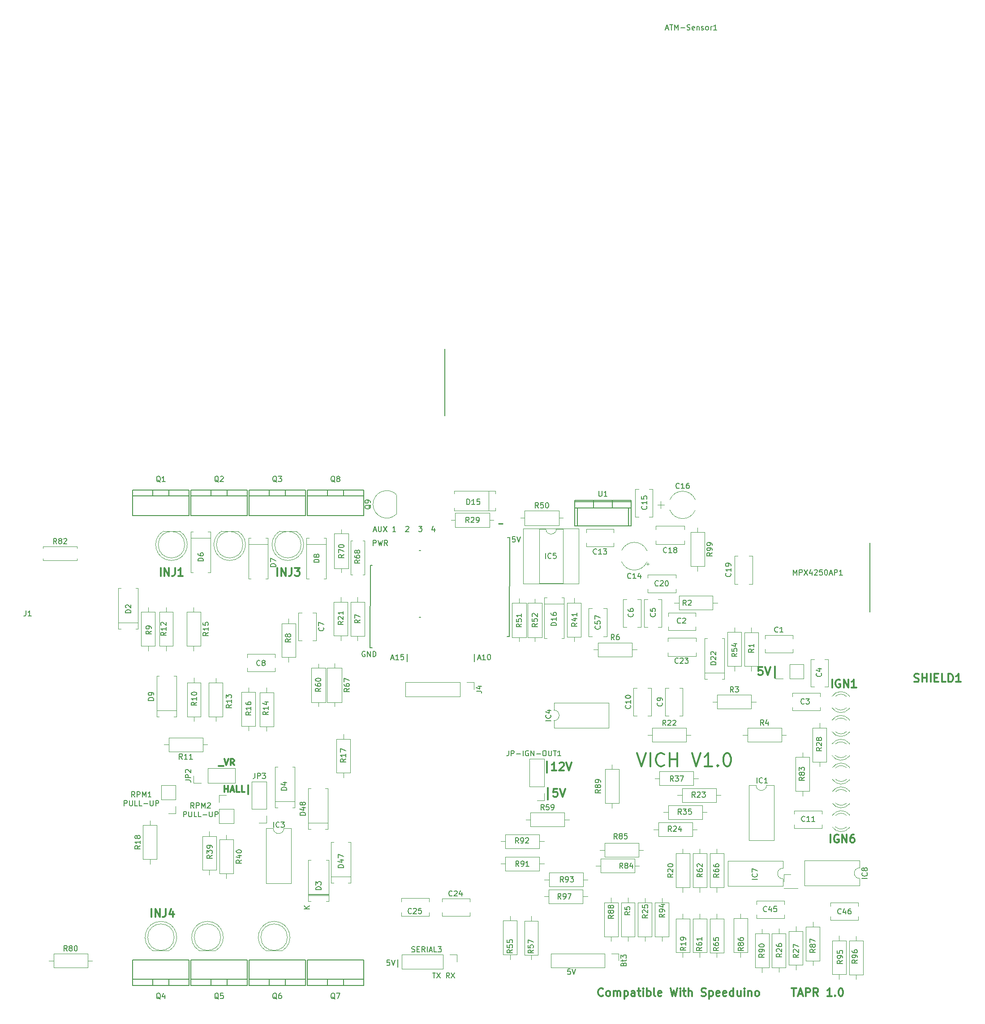
<source format=gto>
G04 #@! TF.GenerationSoftware,KiCad,Pcbnew,5.0.0+dfsg1-2*
G04 #@! TF.CreationDate,2019-01-23T16:31:20+01:00*
G04 #@! TF.ProjectId,speedy,7370656564792E6B696361645F706362,rev?*
G04 #@! TF.SameCoordinates,Original*
G04 #@! TF.FileFunction,Legend,Top*
G04 #@! TF.FilePolarity,Positive*
%FSLAX46Y46*%
G04 Gerber Fmt 4.6, Leading zero omitted, Abs format (unit mm)*
G04 Created by KiCad (PCBNEW 5.0.0+dfsg1-2) date Wed Jan 23 16:31:20 2019*
%MOMM*%
%LPD*%
G01*
G04 APERTURE LIST*
%ADD10C,0.300000*%
%ADD11C,0.200000*%
%ADD12C,0.150000*%
%ADD13C,0.250000*%
%ADD14C,0.120000*%
%ADD15C,0.304800*%
G04 APERTURE END LIST*
D10*
X112018571Y-79438571D02*
X112018571Y-77938571D01*
X112732857Y-79438571D02*
X112732857Y-77938571D01*
X113590000Y-79438571D01*
X113590000Y-77938571D01*
X114732857Y-77938571D02*
X114732857Y-79010000D01*
X114661428Y-79224285D01*
X114518571Y-79367142D01*
X114304285Y-79438571D01*
X114161428Y-79438571D01*
X115304285Y-77938571D02*
X116232857Y-77938571D01*
X115732857Y-78510000D01*
X115947142Y-78510000D01*
X116090000Y-78581428D01*
X116161428Y-78652857D01*
X116232857Y-78795714D01*
X116232857Y-79152857D01*
X116161428Y-79295714D01*
X116090000Y-79367142D01*
X115947142Y-79438571D01*
X115518571Y-79438571D01*
X115375714Y-79367142D01*
X115304285Y-79295714D01*
D11*
X129950000Y-77440000D02*
X129590000Y-77440000D01*
X129920000Y-93010000D02*
X129560000Y-93010000D01*
X129590000Y-77440000D02*
X129560000Y-93010000D01*
D12*
X96261904Y-123327380D02*
X95928571Y-122851190D01*
X95690476Y-123327380D02*
X95690476Y-122327380D01*
X96071428Y-122327380D01*
X96166666Y-122375000D01*
X96214285Y-122422619D01*
X96261904Y-122517857D01*
X96261904Y-122660714D01*
X96214285Y-122755952D01*
X96166666Y-122803571D01*
X96071428Y-122851190D01*
X95690476Y-122851190D01*
X96690476Y-123327380D02*
X96690476Y-122327380D01*
X97071428Y-122327380D01*
X97166666Y-122375000D01*
X97214285Y-122422619D01*
X97261904Y-122517857D01*
X97261904Y-122660714D01*
X97214285Y-122755952D01*
X97166666Y-122803571D01*
X97071428Y-122851190D01*
X96690476Y-122851190D01*
X97690476Y-123327380D02*
X97690476Y-122327380D01*
X98023809Y-123041666D01*
X98357142Y-122327380D01*
X98357142Y-123327380D01*
X98785714Y-122422619D02*
X98833333Y-122375000D01*
X98928571Y-122327380D01*
X99166666Y-122327380D01*
X99261904Y-122375000D01*
X99309523Y-122422619D01*
X99357142Y-122517857D01*
X99357142Y-122613095D01*
X99309523Y-122755952D01*
X98738095Y-123327380D01*
X99357142Y-123327380D01*
X94261904Y-124977380D02*
X94261904Y-123977380D01*
X94642857Y-123977380D01*
X94738095Y-124025000D01*
X94785714Y-124072619D01*
X94833333Y-124167857D01*
X94833333Y-124310714D01*
X94785714Y-124405952D01*
X94738095Y-124453571D01*
X94642857Y-124501190D01*
X94261904Y-124501190D01*
X95261904Y-123977380D02*
X95261904Y-124786904D01*
X95309523Y-124882142D01*
X95357142Y-124929761D01*
X95452380Y-124977380D01*
X95642857Y-124977380D01*
X95738095Y-124929761D01*
X95785714Y-124882142D01*
X95833333Y-124786904D01*
X95833333Y-123977380D01*
X96785714Y-124977380D02*
X96309523Y-124977380D01*
X96309523Y-123977380D01*
X97595238Y-124977380D02*
X97119047Y-124977380D01*
X97119047Y-123977380D01*
X97928571Y-124596428D02*
X98690476Y-124596428D01*
X99166666Y-123977380D02*
X99166666Y-124786904D01*
X99214285Y-124882142D01*
X99261904Y-124929761D01*
X99357142Y-124977380D01*
X99547619Y-124977380D01*
X99642857Y-124929761D01*
X99690476Y-124882142D01*
X99738095Y-124786904D01*
X99738095Y-123977380D01*
X100214285Y-124977380D02*
X100214285Y-123977380D01*
X100595238Y-123977380D01*
X100690476Y-124025000D01*
X100738095Y-124072619D01*
X100785714Y-124167857D01*
X100785714Y-124310714D01*
X100738095Y-124405952D01*
X100690476Y-124453571D01*
X100595238Y-124501190D01*
X100214285Y-124501190D01*
X85061904Y-121237380D02*
X84728571Y-120761190D01*
X84490476Y-121237380D02*
X84490476Y-120237380D01*
X84871428Y-120237380D01*
X84966666Y-120285000D01*
X85014285Y-120332619D01*
X85061904Y-120427857D01*
X85061904Y-120570714D01*
X85014285Y-120665952D01*
X84966666Y-120713571D01*
X84871428Y-120761190D01*
X84490476Y-120761190D01*
X85490476Y-121237380D02*
X85490476Y-120237380D01*
X85871428Y-120237380D01*
X85966666Y-120285000D01*
X86014285Y-120332619D01*
X86061904Y-120427857D01*
X86061904Y-120570714D01*
X86014285Y-120665952D01*
X85966666Y-120713571D01*
X85871428Y-120761190D01*
X85490476Y-120761190D01*
X86490476Y-121237380D02*
X86490476Y-120237380D01*
X86823809Y-120951666D01*
X87157142Y-120237380D01*
X87157142Y-121237380D01*
X88157142Y-121237380D02*
X87585714Y-121237380D01*
X87871428Y-121237380D02*
X87871428Y-120237380D01*
X87776190Y-120380238D01*
X87680952Y-120475476D01*
X87585714Y-120523095D01*
X83061904Y-122887380D02*
X83061904Y-121887380D01*
X83442857Y-121887380D01*
X83538095Y-121935000D01*
X83585714Y-121982619D01*
X83633333Y-122077857D01*
X83633333Y-122220714D01*
X83585714Y-122315952D01*
X83538095Y-122363571D01*
X83442857Y-122411190D01*
X83061904Y-122411190D01*
X84061904Y-121887380D02*
X84061904Y-122696904D01*
X84109523Y-122792142D01*
X84157142Y-122839761D01*
X84252380Y-122887380D01*
X84442857Y-122887380D01*
X84538095Y-122839761D01*
X84585714Y-122792142D01*
X84633333Y-122696904D01*
X84633333Y-121887380D01*
X85585714Y-122887380D02*
X85109523Y-122887380D01*
X85109523Y-121887380D01*
X86395238Y-122887380D02*
X85919047Y-122887380D01*
X85919047Y-121887380D01*
X86728571Y-122506428D02*
X87490476Y-122506428D01*
X87966666Y-121887380D02*
X87966666Y-122696904D01*
X88014285Y-122792142D01*
X88061904Y-122839761D01*
X88157142Y-122887380D01*
X88347619Y-122887380D01*
X88442857Y-122839761D01*
X88490476Y-122792142D01*
X88538095Y-122696904D01*
X88538095Y-121887380D01*
X89014285Y-122887380D02*
X89014285Y-121887380D01*
X89395238Y-121887380D01*
X89490476Y-121935000D01*
X89538095Y-121982619D01*
X89585714Y-122077857D01*
X89585714Y-122220714D01*
X89538095Y-122315952D01*
X89490476Y-122363571D01*
X89395238Y-122411190D01*
X89014285Y-122411190D01*
D13*
X153819047Y-69571428D02*
X154580952Y-69571428D01*
D11*
X155760000Y-72150000D02*
X155510000Y-72150000D01*
X155810000Y-90860000D02*
X155450000Y-90860000D01*
X155910000Y-72100000D02*
X155850000Y-90920000D01*
X138800000Y-74650000D02*
X139050000Y-74650000D01*
X138800000Y-87300000D02*
X139050000Y-87300000D01*
X143620000Y-36540000D02*
X143620000Y-49190000D01*
D10*
X100938571Y-115347142D02*
X101852857Y-115347142D01*
X101967142Y-114032857D02*
X102367142Y-115232857D01*
X102767142Y-114032857D01*
X103852857Y-115232857D02*
X103452857Y-114661428D01*
X103167142Y-115232857D02*
X103167142Y-114032857D01*
X103624285Y-114032857D01*
X103738571Y-114090000D01*
X103795714Y-114147142D01*
X103852857Y-114261428D01*
X103852857Y-114432857D01*
X103795714Y-114547142D01*
X103738571Y-114604285D01*
X103624285Y-114661428D01*
X103167142Y-114661428D01*
X102020000Y-120322857D02*
X102020000Y-119122857D01*
X102020000Y-119694285D02*
X102705714Y-119694285D01*
X102705714Y-120322857D02*
X102705714Y-119122857D01*
X103220000Y-119980000D02*
X103791428Y-119980000D01*
X103105714Y-120322857D02*
X103505714Y-119122857D01*
X103905714Y-120322857D01*
X104877142Y-120322857D02*
X104305714Y-120322857D01*
X104305714Y-119122857D01*
X105848571Y-120322857D02*
X105277142Y-120322857D01*
X105277142Y-119122857D01*
X106534285Y-120722857D02*
X106534285Y-119008571D01*
D11*
X130198571Y-70766666D02*
X130674761Y-70766666D01*
X130103333Y-71052380D02*
X130436666Y-70052380D01*
X130770000Y-71052380D01*
X131103333Y-70052380D02*
X131103333Y-70861904D01*
X131150952Y-70957142D01*
X131198571Y-71004761D01*
X131293809Y-71052380D01*
X131484285Y-71052380D01*
X131579523Y-71004761D01*
X131627142Y-70957142D01*
X131674761Y-70861904D01*
X131674761Y-70052380D01*
X132055714Y-70052380D02*
X132722380Y-71052380D01*
X132722380Y-70052380D02*
X132055714Y-71052380D01*
X134389047Y-71052380D02*
X133817619Y-71052380D01*
X134103333Y-71052380D02*
X134103333Y-70052380D01*
X134008095Y-70195238D01*
X133912857Y-70290476D01*
X133817619Y-70338095D01*
X136293809Y-70147619D02*
X136341428Y-70100000D01*
X136436666Y-70052380D01*
X136674761Y-70052380D01*
X136770000Y-70100000D01*
X136817619Y-70147619D01*
X136865238Y-70242857D01*
X136865238Y-70338095D01*
X136817619Y-70480952D01*
X136246190Y-71052380D01*
X136865238Y-71052380D01*
X138722380Y-70052380D02*
X139341428Y-70052380D01*
X139008095Y-70433333D01*
X139150952Y-70433333D01*
X139246190Y-70480952D01*
X139293809Y-70528571D01*
X139341428Y-70623809D01*
X139341428Y-70861904D01*
X139293809Y-70957142D01*
X139246190Y-71004761D01*
X139150952Y-71052380D01*
X138865238Y-71052380D01*
X138770000Y-71004761D01*
X138722380Y-70957142D01*
X141722380Y-70385714D02*
X141722380Y-71052380D01*
X141484285Y-70004761D02*
X141246190Y-70719047D01*
X141865238Y-70719047D01*
X130126666Y-73702380D02*
X130126666Y-72702380D01*
X130507619Y-72702380D01*
X130602857Y-72750000D01*
X130650476Y-72797619D01*
X130698095Y-72892857D01*
X130698095Y-73035714D01*
X130650476Y-73130952D01*
X130602857Y-73178571D01*
X130507619Y-73226190D01*
X130126666Y-73226190D01*
X131031428Y-72702380D02*
X131269523Y-73702380D01*
X131460000Y-72988095D01*
X131650476Y-73702380D01*
X131888571Y-72702380D01*
X132840952Y-73702380D02*
X132507619Y-73226190D01*
X132269523Y-73702380D02*
X132269523Y-72702380D01*
X132650476Y-72702380D01*
X132745714Y-72750000D01*
X132793333Y-72797619D01*
X132840952Y-72892857D01*
X132840952Y-73035714D01*
X132793333Y-73130952D01*
X132745714Y-73178571D01*
X132650476Y-73226190D01*
X132269523Y-73226190D01*
X156939523Y-72022380D02*
X156463333Y-72022380D01*
X156415714Y-72498571D01*
X156463333Y-72450952D01*
X156558571Y-72403333D01*
X156796666Y-72403333D01*
X156891904Y-72450952D01*
X156939523Y-72498571D01*
X156987142Y-72593809D01*
X156987142Y-72831904D01*
X156939523Y-72927142D01*
X156891904Y-72974761D01*
X156796666Y-73022380D01*
X156558571Y-73022380D01*
X156463333Y-72974761D01*
X156415714Y-72927142D01*
X157272857Y-72022380D02*
X157606190Y-73022380D01*
X157939523Y-72022380D01*
X128568095Y-93730000D02*
X128472857Y-93682380D01*
X128330000Y-93682380D01*
X128187142Y-93730000D01*
X128091904Y-93825238D01*
X128044285Y-93920476D01*
X127996666Y-94110952D01*
X127996666Y-94253809D01*
X128044285Y-94444285D01*
X128091904Y-94539523D01*
X128187142Y-94634761D01*
X128330000Y-94682380D01*
X128425238Y-94682380D01*
X128568095Y-94634761D01*
X128615714Y-94587142D01*
X128615714Y-94253809D01*
X128425238Y-94253809D01*
X129044285Y-94682380D02*
X129044285Y-93682380D01*
X129615714Y-94682380D01*
X129615714Y-93682380D01*
X130091904Y-94682380D02*
X130091904Y-93682380D01*
X130330000Y-93682380D01*
X130472857Y-93730000D01*
X130568095Y-93825238D01*
X130615714Y-93920476D01*
X130663333Y-94110952D01*
X130663333Y-94253809D01*
X130615714Y-94444285D01*
X130568095Y-94539523D01*
X130472857Y-94634761D01*
X130330000Y-94682380D01*
X130091904Y-94682380D01*
X149259047Y-95615714D02*
X149259047Y-94187142D01*
X149925714Y-94996666D02*
X150401904Y-94996666D01*
X149830476Y-95282380D02*
X150163809Y-94282380D01*
X150497142Y-95282380D01*
X151354285Y-95282380D02*
X150782857Y-95282380D01*
X151068571Y-95282380D02*
X151068571Y-94282380D01*
X150973333Y-94425238D01*
X150878095Y-94520476D01*
X150782857Y-94568095D01*
X151973333Y-94282380D02*
X152068571Y-94282380D01*
X152163809Y-94330000D01*
X152211428Y-94377619D01*
X152259047Y-94472857D01*
X152306666Y-94663333D01*
X152306666Y-94901428D01*
X152259047Y-95091904D01*
X152211428Y-95187142D01*
X152163809Y-95234761D01*
X152068571Y-95282380D01*
X151973333Y-95282380D01*
X151878095Y-95234761D01*
X151830476Y-95187142D01*
X151782857Y-95091904D01*
X151735238Y-94901428D01*
X151735238Y-94663333D01*
X151782857Y-94472857D01*
X151830476Y-94377619D01*
X151878095Y-94330000D01*
X151973333Y-94282380D01*
X133523333Y-94996666D02*
X133999523Y-94996666D01*
X133428095Y-95282380D02*
X133761428Y-94282380D01*
X134094761Y-95282380D01*
X134951904Y-95282380D02*
X134380476Y-95282380D01*
X134666190Y-95282380D02*
X134666190Y-94282380D01*
X134570952Y-94425238D01*
X134475714Y-94520476D01*
X134380476Y-94568095D01*
X135856666Y-94282380D02*
X135380476Y-94282380D01*
X135332857Y-94758571D01*
X135380476Y-94710952D01*
X135475714Y-94663333D01*
X135713809Y-94663333D01*
X135809047Y-94710952D01*
X135856666Y-94758571D01*
X135904285Y-94853809D01*
X135904285Y-95091904D01*
X135856666Y-95187142D01*
X135809047Y-95234761D01*
X135713809Y-95282380D01*
X135475714Y-95282380D01*
X135380476Y-95234761D01*
X135332857Y-95187142D01*
X136570952Y-95615714D02*
X136570952Y-94187142D01*
X167390476Y-153752380D02*
X166914285Y-153752380D01*
X166866666Y-154228571D01*
X166914285Y-154180952D01*
X167009523Y-154133333D01*
X167247619Y-154133333D01*
X167342857Y-154180952D01*
X167390476Y-154228571D01*
X167438095Y-154323809D01*
X167438095Y-154561904D01*
X167390476Y-154657142D01*
X167342857Y-154704761D01*
X167247619Y-154752380D01*
X167009523Y-154752380D01*
X166914285Y-154704761D01*
X166866666Y-154657142D01*
X167723809Y-153752380D02*
X168057142Y-154752380D01*
X168390476Y-153752380D01*
X144533333Y-155452380D02*
X144200000Y-154976190D01*
X143961904Y-155452380D02*
X143961904Y-154452380D01*
X144342857Y-154452380D01*
X144438095Y-154500000D01*
X144485714Y-154547619D01*
X144533333Y-154642857D01*
X144533333Y-154785714D01*
X144485714Y-154880952D01*
X144438095Y-154928571D01*
X144342857Y-154976190D01*
X143961904Y-154976190D01*
X144866666Y-154452380D02*
X145533333Y-155452380D01*
X145533333Y-154452380D02*
X144866666Y-155452380D01*
X141338095Y-154452380D02*
X141909523Y-154452380D01*
X141623809Y-155452380D02*
X141623809Y-154452380D01*
X142147619Y-154452380D02*
X142814285Y-155452380D01*
X142814285Y-154452380D02*
X142147619Y-155452380D01*
X133233333Y-152052380D02*
X132757142Y-152052380D01*
X132709523Y-152528571D01*
X132757142Y-152480952D01*
X132852380Y-152433333D01*
X133090476Y-152433333D01*
X133185714Y-152480952D01*
X133233333Y-152528571D01*
X133280952Y-152623809D01*
X133280952Y-152861904D01*
X133233333Y-152957142D01*
X133185714Y-153004761D01*
X133090476Y-153052380D01*
X132852380Y-153052380D01*
X132757142Y-153004761D01*
X132709523Y-152957142D01*
X133566666Y-152052380D02*
X133900000Y-153052380D01*
X134233333Y-152052380D01*
X134804761Y-153385714D02*
X134804761Y-151957142D01*
D10*
X203680000Y-96688571D02*
X202965714Y-96688571D01*
X202894285Y-97402857D01*
X202965714Y-97331428D01*
X203108571Y-97260000D01*
X203465714Y-97260000D01*
X203608571Y-97331428D01*
X203680000Y-97402857D01*
X203751428Y-97545714D01*
X203751428Y-97902857D01*
X203680000Y-98045714D01*
X203608571Y-98117142D01*
X203465714Y-98188571D01*
X203108571Y-98188571D01*
X202965714Y-98117142D01*
X202894285Y-98045714D01*
X204180000Y-96688571D02*
X204680000Y-98188571D01*
X205180000Y-96688571D01*
X206037142Y-98688571D02*
X206037142Y-96545714D01*
X88218571Y-143908571D02*
X88218571Y-142408571D01*
X88932857Y-143908571D02*
X88932857Y-142408571D01*
X89790000Y-143908571D01*
X89790000Y-142408571D01*
X90932857Y-142408571D02*
X90932857Y-143480000D01*
X90861428Y-143694285D01*
X90718571Y-143837142D01*
X90504285Y-143908571D01*
X90361428Y-143908571D01*
X92290000Y-142908571D02*
X92290000Y-143908571D01*
X91932857Y-142337142D02*
X91575714Y-143408571D01*
X92504285Y-143408571D01*
X89958571Y-79458571D02*
X89958571Y-77958571D01*
X90672857Y-79458571D02*
X90672857Y-77958571D01*
X91530000Y-79458571D01*
X91530000Y-77958571D01*
X92672857Y-77958571D02*
X92672857Y-79030000D01*
X92601428Y-79244285D01*
X92458571Y-79387142D01*
X92244285Y-79458571D01*
X92101428Y-79458571D01*
X94172857Y-79458571D02*
X93315714Y-79458571D01*
X93744285Y-79458571D02*
X93744285Y-77958571D01*
X93601428Y-78172857D01*
X93458571Y-78315714D01*
X93315714Y-78387142D01*
X216570000Y-129858571D02*
X216570000Y-128358571D01*
X218070000Y-128430000D02*
X217927142Y-128358571D01*
X217712857Y-128358571D01*
X217498571Y-128430000D01*
X217355714Y-128572857D01*
X217284285Y-128715714D01*
X217212857Y-129001428D01*
X217212857Y-129215714D01*
X217284285Y-129501428D01*
X217355714Y-129644285D01*
X217498571Y-129787142D01*
X217712857Y-129858571D01*
X217855714Y-129858571D01*
X218070000Y-129787142D01*
X218141428Y-129715714D01*
X218141428Y-129215714D01*
X217855714Y-129215714D01*
X218784285Y-129858571D02*
X218784285Y-128358571D01*
X219641428Y-129858571D01*
X219641428Y-128358571D01*
X220998571Y-128358571D02*
X220712857Y-128358571D01*
X220570000Y-128430000D01*
X220498571Y-128501428D01*
X220355714Y-128715714D01*
X220284285Y-129001428D01*
X220284285Y-129572857D01*
X220355714Y-129715714D01*
X220427142Y-129787142D01*
X220570000Y-129858571D01*
X220855714Y-129858571D01*
X220998571Y-129787142D01*
X221070000Y-129715714D01*
X221141428Y-129572857D01*
X221141428Y-129215714D01*
X221070000Y-129072857D01*
X220998571Y-129001428D01*
X220855714Y-128930000D01*
X220570000Y-128930000D01*
X220427142Y-129001428D01*
X220355714Y-129072857D01*
X220284285Y-129215714D01*
X216860000Y-100518571D02*
X216860000Y-99018571D01*
X218360000Y-99090000D02*
X218217142Y-99018571D01*
X218002857Y-99018571D01*
X217788571Y-99090000D01*
X217645714Y-99232857D01*
X217574285Y-99375714D01*
X217502857Y-99661428D01*
X217502857Y-99875714D01*
X217574285Y-100161428D01*
X217645714Y-100304285D01*
X217788571Y-100447142D01*
X218002857Y-100518571D01*
X218145714Y-100518571D01*
X218360000Y-100447142D01*
X218431428Y-100375714D01*
X218431428Y-99875714D01*
X218145714Y-99875714D01*
X219074285Y-100518571D02*
X219074285Y-99018571D01*
X219931428Y-100518571D01*
X219931428Y-99018571D01*
X221431428Y-100518571D02*
X220574285Y-100518571D01*
X221002857Y-100518571D02*
X221002857Y-99018571D01*
X220860000Y-99232857D01*
X220717142Y-99375714D01*
X220574285Y-99447142D01*
X180001904Y-112930952D02*
X180835238Y-115430952D01*
X181668571Y-112930952D01*
X182501904Y-115430952D02*
X182501904Y-112930952D01*
X185120952Y-115192857D02*
X185001904Y-115311904D01*
X184644761Y-115430952D01*
X184406666Y-115430952D01*
X184049523Y-115311904D01*
X183811428Y-115073809D01*
X183692380Y-114835714D01*
X183573333Y-114359523D01*
X183573333Y-114002380D01*
X183692380Y-113526190D01*
X183811428Y-113288095D01*
X184049523Y-113050000D01*
X184406666Y-112930952D01*
X184644761Y-112930952D01*
X185001904Y-113050000D01*
X185120952Y-113169047D01*
X186192380Y-115430952D02*
X186192380Y-112930952D01*
X186192380Y-114121428D02*
X187620952Y-114121428D01*
X187620952Y-115430952D02*
X187620952Y-112930952D01*
X190359047Y-112930952D02*
X191192380Y-115430952D01*
X192025714Y-112930952D01*
X194168571Y-115430952D02*
X192740000Y-115430952D01*
X193454285Y-115430952D02*
X193454285Y-112930952D01*
X193216190Y-113288095D01*
X192978095Y-113526190D01*
X192740000Y-113645238D01*
X195240000Y-115192857D02*
X195359047Y-115311904D01*
X195240000Y-115430952D01*
X195120952Y-115311904D01*
X195240000Y-115192857D01*
X195240000Y-115430952D01*
X196906666Y-112930952D02*
X197144761Y-112930952D01*
X197382857Y-113050000D01*
X197501904Y-113169047D01*
X197620952Y-113407142D01*
X197740000Y-113883333D01*
X197740000Y-114478571D01*
X197620952Y-114954761D01*
X197501904Y-115192857D01*
X197382857Y-115311904D01*
X197144761Y-115430952D01*
X196906666Y-115430952D01*
X196668571Y-115311904D01*
X196549523Y-115192857D01*
X196430476Y-114954761D01*
X196311428Y-114478571D01*
X196311428Y-113883333D01*
X196430476Y-113407142D01*
X196549523Y-113169047D01*
X196668571Y-113050000D01*
X196906666Y-112930952D01*
X162928571Y-116678571D02*
X162928571Y-114535714D01*
X164785714Y-116178571D02*
X163928571Y-116178571D01*
X164357142Y-116178571D02*
X164357142Y-114678571D01*
X164214285Y-114892857D01*
X164071428Y-115035714D01*
X163928571Y-115107142D01*
X165357142Y-114821428D02*
X165428571Y-114750000D01*
X165571428Y-114678571D01*
X165928571Y-114678571D01*
X166071428Y-114750000D01*
X166142857Y-114821428D01*
X166214285Y-114964285D01*
X166214285Y-115107142D01*
X166142857Y-115321428D01*
X165285714Y-116178571D01*
X166214285Y-116178571D01*
X166642857Y-114678571D02*
X167142857Y-116178571D01*
X167642857Y-114678571D01*
X163142857Y-121678571D02*
X163142857Y-119535714D01*
X164928571Y-119678571D02*
X164214285Y-119678571D01*
X164142857Y-120392857D01*
X164214285Y-120321428D01*
X164357142Y-120250000D01*
X164714285Y-120250000D01*
X164857142Y-120321428D01*
X164928571Y-120392857D01*
X165000000Y-120535714D01*
X165000000Y-120892857D01*
X164928571Y-121035714D01*
X164857142Y-121107142D01*
X164714285Y-121178571D01*
X164357142Y-121178571D01*
X164214285Y-121107142D01*
X164142857Y-121035714D01*
X165428571Y-119678571D02*
X165928571Y-121178571D01*
X166428571Y-119678571D01*
X173585714Y-158735714D02*
X173514285Y-158807142D01*
X173300000Y-158878571D01*
X173157142Y-158878571D01*
X172942857Y-158807142D01*
X172800000Y-158664285D01*
X172728571Y-158521428D01*
X172657142Y-158235714D01*
X172657142Y-158021428D01*
X172728571Y-157735714D01*
X172800000Y-157592857D01*
X172942857Y-157450000D01*
X173157142Y-157378571D01*
X173300000Y-157378571D01*
X173514285Y-157450000D01*
X173585714Y-157521428D01*
X174442857Y-158878571D02*
X174300000Y-158807142D01*
X174228571Y-158735714D01*
X174157142Y-158592857D01*
X174157142Y-158164285D01*
X174228571Y-158021428D01*
X174300000Y-157950000D01*
X174442857Y-157878571D01*
X174657142Y-157878571D01*
X174800000Y-157950000D01*
X174871428Y-158021428D01*
X174942857Y-158164285D01*
X174942857Y-158592857D01*
X174871428Y-158735714D01*
X174800000Y-158807142D01*
X174657142Y-158878571D01*
X174442857Y-158878571D01*
X175585714Y-158878571D02*
X175585714Y-157878571D01*
X175585714Y-158021428D02*
X175657142Y-157950000D01*
X175800000Y-157878571D01*
X176014285Y-157878571D01*
X176157142Y-157950000D01*
X176228571Y-158092857D01*
X176228571Y-158878571D01*
X176228571Y-158092857D02*
X176300000Y-157950000D01*
X176442857Y-157878571D01*
X176657142Y-157878571D01*
X176800000Y-157950000D01*
X176871428Y-158092857D01*
X176871428Y-158878571D01*
X177585714Y-157878571D02*
X177585714Y-159378571D01*
X177585714Y-157950000D02*
X177728571Y-157878571D01*
X178014285Y-157878571D01*
X178157142Y-157950000D01*
X178228571Y-158021428D01*
X178300000Y-158164285D01*
X178300000Y-158592857D01*
X178228571Y-158735714D01*
X178157142Y-158807142D01*
X178014285Y-158878571D01*
X177728571Y-158878571D01*
X177585714Y-158807142D01*
X179585714Y-158878571D02*
X179585714Y-158092857D01*
X179514285Y-157950000D01*
X179371428Y-157878571D01*
X179085714Y-157878571D01*
X178942857Y-157950000D01*
X179585714Y-158807142D02*
X179442857Y-158878571D01*
X179085714Y-158878571D01*
X178942857Y-158807142D01*
X178871428Y-158664285D01*
X178871428Y-158521428D01*
X178942857Y-158378571D01*
X179085714Y-158307142D01*
X179442857Y-158307142D01*
X179585714Y-158235714D01*
X180085714Y-157878571D02*
X180657142Y-157878571D01*
X180300000Y-157378571D02*
X180300000Y-158664285D01*
X180371428Y-158807142D01*
X180514285Y-158878571D01*
X180657142Y-158878571D01*
X181157142Y-158878571D02*
X181157142Y-157878571D01*
X181157142Y-157378571D02*
X181085714Y-157450000D01*
X181157142Y-157521428D01*
X181228571Y-157450000D01*
X181157142Y-157378571D01*
X181157142Y-157521428D01*
X181871428Y-158878571D02*
X181871428Y-157378571D01*
X181871428Y-157950000D02*
X182014285Y-157878571D01*
X182300000Y-157878571D01*
X182442857Y-157950000D01*
X182514285Y-158021428D01*
X182585714Y-158164285D01*
X182585714Y-158592857D01*
X182514285Y-158735714D01*
X182442857Y-158807142D01*
X182300000Y-158878571D01*
X182014285Y-158878571D01*
X181871428Y-158807142D01*
X183442857Y-158878571D02*
X183300000Y-158807142D01*
X183228571Y-158664285D01*
X183228571Y-157378571D01*
X184585714Y-158807142D02*
X184442857Y-158878571D01*
X184157142Y-158878571D01*
X184014285Y-158807142D01*
X183942857Y-158664285D01*
X183942857Y-158092857D01*
X184014285Y-157950000D01*
X184157142Y-157878571D01*
X184442857Y-157878571D01*
X184585714Y-157950000D01*
X184657142Y-158092857D01*
X184657142Y-158235714D01*
X183942857Y-158378571D01*
X186300000Y-157378571D02*
X186657142Y-158878571D01*
X186942857Y-157807142D01*
X187228571Y-158878571D01*
X187585714Y-157378571D01*
X188157142Y-158878571D02*
X188157142Y-157878571D01*
X188157142Y-157378571D02*
X188085714Y-157450000D01*
X188157142Y-157521428D01*
X188228571Y-157450000D01*
X188157142Y-157378571D01*
X188157142Y-157521428D01*
X188657142Y-157878571D02*
X189228571Y-157878571D01*
X188871428Y-157378571D02*
X188871428Y-158664285D01*
X188942857Y-158807142D01*
X189085714Y-158878571D01*
X189228571Y-158878571D01*
X189728571Y-158878571D02*
X189728571Y-157378571D01*
X190371428Y-158878571D02*
X190371428Y-158092857D01*
X190300000Y-157950000D01*
X190157142Y-157878571D01*
X189942857Y-157878571D01*
X189800000Y-157950000D01*
X189728571Y-158021428D01*
X192157142Y-158807142D02*
X192371428Y-158878571D01*
X192728571Y-158878571D01*
X192871428Y-158807142D01*
X192942857Y-158735714D01*
X193014285Y-158592857D01*
X193014285Y-158450000D01*
X192942857Y-158307142D01*
X192871428Y-158235714D01*
X192728571Y-158164285D01*
X192442857Y-158092857D01*
X192300000Y-158021428D01*
X192228571Y-157950000D01*
X192157142Y-157807142D01*
X192157142Y-157664285D01*
X192228571Y-157521428D01*
X192300000Y-157450000D01*
X192442857Y-157378571D01*
X192800000Y-157378571D01*
X193014285Y-157450000D01*
X193657142Y-157878571D02*
X193657142Y-159378571D01*
X193657142Y-157950000D02*
X193800000Y-157878571D01*
X194085714Y-157878571D01*
X194228571Y-157950000D01*
X194300000Y-158021428D01*
X194371428Y-158164285D01*
X194371428Y-158592857D01*
X194300000Y-158735714D01*
X194228571Y-158807142D01*
X194085714Y-158878571D01*
X193800000Y-158878571D01*
X193657142Y-158807142D01*
X195585714Y-158807142D02*
X195442857Y-158878571D01*
X195157142Y-158878571D01*
X195014285Y-158807142D01*
X194942857Y-158664285D01*
X194942857Y-158092857D01*
X195014285Y-157950000D01*
X195157142Y-157878571D01*
X195442857Y-157878571D01*
X195585714Y-157950000D01*
X195657142Y-158092857D01*
X195657142Y-158235714D01*
X194942857Y-158378571D01*
X196871428Y-158807142D02*
X196728571Y-158878571D01*
X196442857Y-158878571D01*
X196300000Y-158807142D01*
X196228571Y-158664285D01*
X196228571Y-158092857D01*
X196300000Y-157950000D01*
X196442857Y-157878571D01*
X196728571Y-157878571D01*
X196871428Y-157950000D01*
X196942857Y-158092857D01*
X196942857Y-158235714D01*
X196228571Y-158378571D01*
X198228571Y-158878571D02*
X198228571Y-157378571D01*
X198228571Y-158807142D02*
X198085714Y-158878571D01*
X197800000Y-158878571D01*
X197657142Y-158807142D01*
X197585714Y-158735714D01*
X197514285Y-158592857D01*
X197514285Y-158164285D01*
X197585714Y-158021428D01*
X197657142Y-157950000D01*
X197800000Y-157878571D01*
X198085714Y-157878571D01*
X198228571Y-157950000D01*
X199585714Y-157878571D02*
X199585714Y-158878571D01*
X198942857Y-157878571D02*
X198942857Y-158664285D01*
X199014285Y-158807142D01*
X199157142Y-158878571D01*
X199371428Y-158878571D01*
X199514285Y-158807142D01*
X199585714Y-158735714D01*
X200300000Y-158878571D02*
X200300000Y-157878571D01*
X200300000Y-157378571D02*
X200228571Y-157450000D01*
X200300000Y-157521428D01*
X200371428Y-157450000D01*
X200300000Y-157378571D01*
X200300000Y-157521428D01*
X201014285Y-157878571D02*
X201014285Y-158878571D01*
X201014285Y-158021428D02*
X201085714Y-157950000D01*
X201228571Y-157878571D01*
X201442857Y-157878571D01*
X201585714Y-157950000D01*
X201657142Y-158092857D01*
X201657142Y-158878571D01*
X202585714Y-158878571D02*
X202442857Y-158807142D01*
X202371428Y-158735714D01*
X202300000Y-158592857D01*
X202300000Y-158164285D01*
X202371428Y-158021428D01*
X202442857Y-157950000D01*
X202585714Y-157878571D01*
X202800000Y-157878571D01*
X202942857Y-157950000D01*
X203014285Y-158021428D01*
X203085714Y-158164285D01*
X203085714Y-158592857D01*
X203014285Y-158735714D01*
X202942857Y-158807142D01*
X202800000Y-158878571D01*
X202585714Y-158878571D01*
X209228571Y-157378571D02*
X210085714Y-157378571D01*
X209657142Y-158878571D02*
X209657142Y-157378571D01*
X210514285Y-158450000D02*
X211228571Y-158450000D01*
X210371428Y-158878571D02*
X210871428Y-157378571D01*
X211371428Y-158878571D01*
X211871428Y-158878571D02*
X211871428Y-157378571D01*
X212442857Y-157378571D01*
X212585714Y-157450000D01*
X212657142Y-157521428D01*
X212728571Y-157664285D01*
X212728571Y-157878571D01*
X212657142Y-158021428D01*
X212585714Y-158092857D01*
X212442857Y-158164285D01*
X211871428Y-158164285D01*
X214228571Y-158878571D02*
X213728571Y-158164285D01*
X213371428Y-158878571D02*
X213371428Y-157378571D01*
X213942857Y-157378571D01*
X214085714Y-157450000D01*
X214157142Y-157521428D01*
X214228571Y-157664285D01*
X214228571Y-157878571D01*
X214157142Y-158021428D01*
X214085714Y-158092857D01*
X213942857Y-158164285D01*
X213371428Y-158164285D01*
X216800000Y-158878571D02*
X215942857Y-158878571D01*
X216371428Y-158878571D02*
X216371428Y-157378571D01*
X216228571Y-157592857D01*
X216085714Y-157735714D01*
X215942857Y-157807142D01*
X217442857Y-158735714D02*
X217514285Y-158807142D01*
X217442857Y-158878571D01*
X217371428Y-158807142D01*
X217442857Y-158735714D01*
X217442857Y-158878571D01*
X218442857Y-157378571D02*
X218585714Y-157378571D01*
X218728571Y-157450000D01*
X218800000Y-157521428D01*
X218871428Y-157664285D01*
X218942857Y-157950000D01*
X218942857Y-158307142D01*
X218871428Y-158592857D01*
X218800000Y-158735714D01*
X218728571Y-158807142D01*
X218585714Y-158878571D01*
X218442857Y-158878571D01*
X218300000Y-158807142D01*
X218228571Y-158735714D01*
X218157142Y-158592857D01*
X218085714Y-158307142D01*
X218085714Y-157950000D01*
X218157142Y-157664285D01*
X218228571Y-157521428D01*
X218300000Y-157450000D01*
X218442857Y-157378571D01*
D14*
G04 #@! TO.C,R51*
X157690000Y-83740000D02*
X157690000Y-84510000D01*
X157690000Y-91820000D02*
X157690000Y-91050000D01*
X156320000Y-84510000D02*
X156320000Y-91050000D01*
X159060000Y-84510000D02*
X156320000Y-84510000D01*
X159060000Y-91050000D02*
X159060000Y-84510000D01*
X156320000Y-91050000D02*
X159060000Y-91050000D01*
G04 #@! TO.C,R50*
X166040000Y-68500000D02*
X165270000Y-68500000D01*
X157960000Y-68500000D02*
X158730000Y-68500000D01*
X165270000Y-67130000D02*
X158730000Y-67130000D01*
X165270000Y-69870000D02*
X165270000Y-67130000D01*
X158730000Y-69870000D02*
X165270000Y-69870000D01*
X158730000Y-67130000D02*
X158730000Y-69870000D01*
G04 #@! TO.C,R29*
X144840000Y-68900000D02*
X145610000Y-68900000D01*
X152920000Y-68900000D02*
X152150000Y-68900000D01*
X145610000Y-70270000D02*
X152150000Y-70270000D01*
X145610000Y-67530000D02*
X145610000Y-70270000D01*
X152150000Y-67530000D02*
X145610000Y-67530000D01*
X152150000Y-70270000D02*
X152150000Y-67530000D01*
G04 #@! TO.C,R52*
X160680000Y-83750000D02*
X160680000Y-84520000D01*
X160680000Y-91830000D02*
X160680000Y-91060000D01*
X159310000Y-84520000D02*
X159310000Y-91060000D01*
X162050000Y-84520000D02*
X159310000Y-84520000D01*
X162050000Y-91060000D02*
X162050000Y-84520000D01*
X159310000Y-91060000D02*
X162050000Y-91060000D01*
D12*
G04 #@! TO.C,Q8*
X123000000Y-63202000D02*
X128334000Y-63202000D01*
X123000000Y-63202000D02*
X117666000Y-63202000D01*
X117666000Y-64345000D02*
X117666000Y-63202000D01*
X128334000Y-64345000D02*
X117666000Y-64345000D01*
X128334000Y-63202000D02*
X128334000Y-64345000D01*
X117666000Y-68028000D02*
X117666000Y-64345000D01*
X128334000Y-68028000D02*
X117666000Y-68028000D01*
X128334000Y-64345000D02*
X128334000Y-68028000D01*
X124524000Y-63202000D02*
X124524000Y-64345000D01*
X121476000Y-63202000D02*
X121476000Y-64345000D01*
D14*
G04 #@! TO.C,R6*
X172650000Y-92060000D02*
X172650000Y-94680000D01*
X172650000Y-94680000D02*
X179070000Y-94680000D01*
X179070000Y-94680000D02*
X179070000Y-92060000D01*
X179070000Y-92060000D02*
X172650000Y-92060000D01*
X171760000Y-93370000D02*
X172650000Y-93370000D01*
X179960000Y-93370000D02*
X179070000Y-93370000D01*
G04 #@! TO.C,C18*
X183580000Y-70695000D02*
X183580000Y-70029000D01*
X183580000Y-73471000D02*
X183580000Y-72805000D01*
X188920000Y-70695000D02*
X188920000Y-70029000D01*
X188920000Y-73471000D02*
X188920000Y-72805000D01*
X188920000Y-70029000D02*
X183580000Y-70029000D01*
X188920000Y-73471000D02*
X183580000Y-73471000D01*
G04 #@! TO.C,C23*
X185830000Y-91825000D02*
X185830000Y-91159000D01*
X185830000Y-94601000D02*
X185830000Y-93935000D01*
X191170000Y-91825000D02*
X191170000Y-91159000D01*
X191170000Y-94601000D02*
X191170000Y-93935000D01*
X191170000Y-91159000D02*
X185830000Y-91159000D01*
X191170000Y-94601000D02*
X185830000Y-94601000D01*
G04 #@! TO.C,C14*
X182034775Y-77445000D02*
X182034775Y-76945000D01*
X182284775Y-77195000D02*
X181784775Y-77195000D01*
X177084003Y-74660000D02*
G75*
G02X181875997Y-74660000I2395997J-1060000D01*
G01*
X177084003Y-76780000D02*
G75*
G03X181875997Y-76780000I2395997J1060000D01*
G01*
G04 #@! TO.C,C57*
X171535000Y-90910000D02*
X170869000Y-90910000D01*
X174311000Y-90910000D02*
X173645000Y-90910000D01*
X171535000Y-85570000D02*
X170869000Y-85570000D01*
X174311000Y-85570000D02*
X173645000Y-85570000D01*
X170869000Y-85570000D02*
X170869000Y-90910000D01*
X174311000Y-85570000D02*
X174311000Y-90910000D01*
G04 #@! TO.C,C20*
X181990000Y-79845000D02*
X181990000Y-79179000D01*
X181990000Y-82621000D02*
X181990000Y-81955000D01*
X187330000Y-79845000D02*
X187330000Y-79179000D01*
X187330000Y-82621000D02*
X187330000Y-81955000D01*
X187330000Y-79179000D02*
X181990000Y-79179000D01*
X187330000Y-82621000D02*
X181990000Y-82621000D01*
G04 #@! TO.C,C19*
X201185000Y-75640000D02*
X201851000Y-75640000D01*
X198409000Y-75640000D02*
X199075000Y-75640000D01*
X201185000Y-80980000D02*
X201851000Y-80980000D01*
X198409000Y-80980000D02*
X199075000Y-80980000D01*
X201851000Y-80980000D02*
X201851000Y-75640000D01*
X198409000Y-80980000D02*
X198409000Y-75640000D01*
G04 #@! TO.C,LED1*
X91999538Y-76530000D02*
G75*
G03X93544830Y-70980000I462J2990000D01*
G01*
X92000462Y-76530000D02*
G75*
G02X90455170Y-70980000I-462J2990000D01*
G01*
X94500000Y-73540000D02*
G75*
G03X94500000Y-73540000I-2500000J0D01*
G01*
X93545000Y-70980000D02*
X90455000Y-70980000D01*
G04 #@! TO.C,LED2*
X102999538Y-76530000D02*
G75*
G03X104544830Y-70980000I462J2990000D01*
G01*
X103000462Y-76530000D02*
G75*
G02X101455170Y-70980000I-462J2990000D01*
G01*
X105500000Y-73540000D02*
G75*
G03X105500000Y-73540000I-2500000J0D01*
G01*
X104545000Y-70980000D02*
X101455000Y-70980000D01*
G04 #@! TO.C,LED3*
X113999538Y-76530000D02*
G75*
G03X115544830Y-70980000I462J2990000D01*
G01*
X114000462Y-76530000D02*
G75*
G02X112455170Y-70980000I-462J2990000D01*
G01*
X116500000Y-73540000D02*
G75*
G03X116500000Y-73540000I-2500000J0D01*
G01*
X115545000Y-70980000D02*
X112455000Y-70980000D01*
G04 #@! TO.C,LED4*
X90000462Y-144740000D02*
G75*
G03X88455170Y-150290000I-462J-2990000D01*
G01*
X89999538Y-144740000D02*
G75*
G02X91544830Y-150290000I462J-2990000D01*
G01*
X92500000Y-147730000D02*
G75*
G03X92500000Y-147730000I-2500000J0D01*
G01*
X88455000Y-150290000D02*
X91545000Y-150290000D01*
G04 #@! TO.C,LED5*
X98800462Y-144740000D02*
G75*
G03X97255170Y-150290000I-462J-2990000D01*
G01*
X98799538Y-144740000D02*
G75*
G02X100344830Y-150290000I462J-2990000D01*
G01*
X101300000Y-147730000D02*
G75*
G03X101300000Y-147730000I-2500000J0D01*
G01*
X97255000Y-150290000D02*
X100345000Y-150290000D01*
G04 #@! TO.C,LED6*
X111400462Y-144740000D02*
G75*
G03X109855170Y-150290000I-462J-2990000D01*
G01*
X111399538Y-144740000D02*
G75*
G02X112944830Y-150290000I462J-2990000D01*
G01*
X113900000Y-147730000D02*
G75*
G03X113900000Y-147730000I-2500000J0D01*
G01*
X109855000Y-150290000D02*
X112945000Y-150290000D01*
G04 #@! TO.C,R23*
X188530000Y-119600000D02*
X188530000Y-122220000D01*
X188530000Y-122220000D02*
X194950000Y-122220000D01*
X194950000Y-122220000D02*
X194950000Y-119600000D01*
X194950000Y-119600000D02*
X188530000Y-119600000D01*
X187640000Y-120910000D02*
X188530000Y-120910000D01*
X195840000Y-120910000D02*
X194950000Y-120910000D01*
G04 #@! TO.C,R82*
X67730000Y-74250000D02*
X67730000Y-73920000D01*
X67730000Y-73920000D02*
X74150000Y-73920000D01*
X74150000Y-73920000D02*
X74150000Y-74250000D01*
X67730000Y-76210000D02*
X67730000Y-76540000D01*
X67730000Y-76540000D02*
X74150000Y-76540000D01*
X74150000Y-76540000D02*
X74150000Y-76210000D01*
G04 #@! TO.C,C7*
X119330000Y-86430000D02*
X119330000Y-91650000D01*
X116010000Y-86430000D02*
X116010000Y-91650000D01*
X119330000Y-86430000D02*
X118666000Y-86430000D01*
X116674000Y-86430000D02*
X116010000Y-86430000D01*
X119330000Y-91650000D02*
X118666000Y-91650000D01*
X116674000Y-91650000D02*
X116010000Y-91650000D01*
G04 #@! TO.C,D2*
X82460000Y-89490000D02*
X81980000Y-89490000D01*
X81980000Y-89490000D02*
X81980000Y-81770000D01*
X81980000Y-81770000D02*
X82460000Y-81770000D01*
X85220000Y-89490000D02*
X85700000Y-89490000D01*
X85700000Y-89490000D02*
X85700000Y-81770000D01*
X85700000Y-81770000D02*
X85220000Y-81770000D01*
X81980000Y-88290000D02*
X85700000Y-88290000D01*
G04 #@! TO.C,C13*
X175600000Y-73880000D02*
X170380000Y-73880000D01*
X175600000Y-70560000D02*
X170380000Y-70560000D01*
X175600000Y-73880000D02*
X175600000Y-73216000D01*
X175600000Y-71224000D02*
X175600000Y-70560000D01*
X170380000Y-73880000D02*
X170380000Y-73216000D01*
X170380000Y-71224000D02*
X170380000Y-70560000D01*
G04 #@! TO.C,C15*
X179650000Y-68280000D02*
X179650000Y-63060000D01*
X182970000Y-68280000D02*
X182970000Y-63060000D01*
X179650000Y-68280000D02*
X180314000Y-68280000D01*
X182306000Y-68280000D02*
X182970000Y-68280000D01*
X179650000Y-63060000D02*
X180314000Y-63060000D01*
X182306000Y-63060000D02*
X182970000Y-63060000D01*
G04 #@! TO.C,C16*
X191006863Y-65038600D02*
G75*
G03X186212564Y-65040000I-2396863J-981400D01*
G01*
X191006863Y-67001400D02*
G75*
G02X186212564Y-67000000I-2396863J981400D01*
G01*
X183910000Y-66020000D02*
X185110000Y-66020000D01*
X184510000Y-65370000D02*
X184510000Y-66670000D01*
G04 #@! TO.C,D15*
X153190000Y-66630000D02*
X153190000Y-67110000D01*
X153190000Y-67110000D02*
X145470000Y-67110000D01*
X145470000Y-67110000D02*
X145470000Y-66630000D01*
X153190000Y-63870000D02*
X153190000Y-63390000D01*
X153190000Y-63390000D02*
X145470000Y-63390000D01*
X145470000Y-63390000D02*
X145470000Y-63870000D01*
X151990000Y-67110000D02*
X151990000Y-63390000D01*
G04 #@! TO.C,D16*
X165720000Y-83500000D02*
X166200000Y-83500000D01*
X166200000Y-83500000D02*
X166200000Y-91220000D01*
X166200000Y-91220000D02*
X165720000Y-91220000D01*
X162960000Y-83500000D02*
X162480000Y-83500000D01*
X162480000Y-83500000D02*
X162480000Y-91220000D01*
X162480000Y-91220000D02*
X162960000Y-91220000D01*
X166200000Y-84700000D02*
X162480000Y-84700000D01*
G04 #@! TO.C,C1*
X204190000Y-90640000D02*
X209410000Y-90640000D01*
X204190000Y-93960000D02*
X209410000Y-93960000D01*
X204190000Y-90640000D02*
X204190000Y-91304000D01*
X204190000Y-93296000D02*
X204190000Y-93960000D01*
X209410000Y-90640000D02*
X209410000Y-91304000D01*
X209410000Y-93296000D02*
X209410000Y-93960000D01*
G04 #@! TO.C,C2*
X185880000Y-86390000D02*
X191100000Y-86390000D01*
X185880000Y-89710000D02*
X191100000Y-89710000D01*
X185880000Y-86390000D02*
X185880000Y-87054000D01*
X185880000Y-89046000D02*
X185880000Y-89710000D01*
X191100000Y-86390000D02*
X191100000Y-87054000D01*
X191100000Y-89046000D02*
X191100000Y-89710000D01*
G04 #@! TO.C,C3*
X209390000Y-101590000D02*
X214610000Y-101590000D01*
X209390000Y-104910000D02*
X214610000Y-104910000D01*
X209390000Y-101590000D02*
X209390000Y-102254000D01*
X209390000Y-104246000D02*
X209390000Y-104910000D01*
X214610000Y-101590000D02*
X214610000Y-102254000D01*
X214610000Y-104246000D02*
X214610000Y-104910000D01*
G04 #@! TO.C,C4*
X212840000Y-100410000D02*
X212840000Y-95190000D01*
X216160000Y-100410000D02*
X216160000Y-95190000D01*
X212840000Y-100410000D02*
X213504000Y-100410000D01*
X215496000Y-100410000D02*
X216160000Y-100410000D01*
X212840000Y-95190000D02*
X213504000Y-95190000D01*
X215496000Y-95190000D02*
X216160000Y-95190000D01*
G04 #@! TO.C,C5*
X181320000Y-89090000D02*
X181320000Y-83870000D01*
X184640000Y-89090000D02*
X184640000Y-83870000D01*
X181320000Y-89090000D02*
X181984000Y-89090000D01*
X183976000Y-89090000D02*
X184640000Y-89090000D01*
X181320000Y-83870000D02*
X181984000Y-83870000D01*
X183976000Y-83870000D02*
X184640000Y-83870000D01*
G04 #@! TO.C,C6*
X177390000Y-89090000D02*
X177390000Y-83870000D01*
X180710000Y-89090000D02*
X180710000Y-83870000D01*
X177390000Y-89090000D02*
X178054000Y-89090000D01*
X180046000Y-89090000D02*
X180710000Y-89090000D01*
X177390000Y-83870000D02*
X178054000Y-83870000D01*
X180046000Y-83870000D02*
X180710000Y-83870000D01*
G04 #@! TO.C,C8*
X111580000Y-97510000D02*
X106360000Y-97510000D01*
X111580000Y-94190000D02*
X106360000Y-94190000D01*
X111580000Y-97510000D02*
X111580000Y-96846000D01*
X111580000Y-94854000D02*
X111580000Y-94190000D01*
X106360000Y-97510000D02*
X106360000Y-96846000D01*
X106360000Y-94854000D02*
X106360000Y-94190000D01*
G04 #@! TO.C,C9*
X185340000Y-105860000D02*
X185340000Y-100640000D01*
X188660000Y-105860000D02*
X188660000Y-100640000D01*
X185340000Y-105860000D02*
X186004000Y-105860000D01*
X187996000Y-105860000D02*
X188660000Y-105860000D01*
X185340000Y-100640000D02*
X186004000Y-100640000D01*
X187996000Y-100640000D02*
X188660000Y-100640000D01*
G04 #@! TO.C,C10*
X179340000Y-105860000D02*
X179340000Y-100640000D01*
X182660000Y-105860000D02*
X182660000Y-100640000D01*
X179340000Y-105860000D02*
X180004000Y-105860000D01*
X181996000Y-105860000D02*
X182660000Y-105860000D01*
X179340000Y-100640000D02*
X180004000Y-100640000D01*
X181996000Y-100640000D02*
X182660000Y-100640000D01*
G04 #@! TO.C,D6*
X98880000Y-71070000D02*
X99360000Y-71070000D01*
X99360000Y-71070000D02*
X99360000Y-78790000D01*
X99360000Y-78790000D02*
X98880000Y-78790000D01*
X96120000Y-71070000D02*
X95640000Y-71070000D01*
X95640000Y-71070000D02*
X95640000Y-78790000D01*
X95640000Y-78790000D02*
X96120000Y-78790000D01*
X99360000Y-72270000D02*
X95640000Y-72270000D01*
G04 #@! TO.C,D7*
X109780000Y-72260000D02*
X110260000Y-72260000D01*
X110260000Y-72260000D02*
X110260000Y-79980000D01*
X110260000Y-79980000D02*
X109780000Y-79980000D01*
X107020000Y-72260000D02*
X106540000Y-72260000D01*
X106540000Y-72260000D02*
X106540000Y-79980000D01*
X106540000Y-79980000D02*
X107020000Y-79980000D01*
X110260000Y-73460000D02*
X106540000Y-73460000D01*
G04 #@! TO.C,D8*
X120780000Y-72260000D02*
X121260000Y-72260000D01*
X121260000Y-72260000D02*
X121260000Y-79980000D01*
X121260000Y-79980000D02*
X120780000Y-79980000D01*
X118020000Y-72260000D02*
X117540000Y-72260000D01*
X117540000Y-72260000D02*
X117540000Y-79980000D01*
X117540000Y-79980000D02*
X118020000Y-79980000D01*
X121260000Y-73460000D02*
X117540000Y-73460000D01*
G04 #@! TO.C,D9*
X89670000Y-106090000D02*
X89190000Y-106090000D01*
X89190000Y-106090000D02*
X89190000Y-98370000D01*
X89190000Y-98370000D02*
X89670000Y-98370000D01*
X92430000Y-106090000D02*
X92910000Y-106090000D01*
X92910000Y-106090000D02*
X92910000Y-98370000D01*
X92910000Y-98370000D02*
X92430000Y-98370000D01*
X89190000Y-104890000D02*
X92910000Y-104890000D01*
G04 #@! TO.C,C24*
X143190000Y-140400000D02*
X148410000Y-140400000D01*
X143190000Y-143720000D02*
X148410000Y-143720000D01*
X143190000Y-140400000D02*
X143190000Y-141064000D01*
X143190000Y-143056000D02*
X143190000Y-143720000D01*
X148410000Y-140400000D02*
X148410000Y-141064000D01*
X148410000Y-143056000D02*
X148410000Y-143720000D01*
G04 #@! TO.C,C25*
X140680000Y-143700000D02*
X135460000Y-143700000D01*
X140680000Y-140380000D02*
X135460000Y-140380000D01*
X140680000Y-143700000D02*
X140680000Y-143036000D01*
X140680000Y-141044000D02*
X140680000Y-140380000D01*
X135460000Y-143700000D02*
X135460000Y-143036000D01*
X135460000Y-141044000D02*
X135460000Y-140380000D01*
G04 #@! TO.C,D4*
X112095000Y-123230000D02*
X111615000Y-123230000D01*
X111615000Y-123230000D02*
X111615000Y-115510000D01*
X111615000Y-115510000D02*
X112095000Y-115510000D01*
X114855000Y-123230000D02*
X115335000Y-123230000D01*
X115335000Y-123230000D02*
X115335000Y-115510000D01*
X115335000Y-115510000D02*
X114855000Y-115510000D01*
X111615000Y-122030000D02*
X115335000Y-122030000D01*
G04 #@! TO.C,JP2*
X98840000Y-118590000D02*
X104040000Y-118590000D01*
X104040000Y-118590000D02*
X104040000Y-115810000D01*
X104040000Y-115810000D02*
X98840000Y-115810000D01*
X98840000Y-115810000D02*
X98840000Y-118590000D01*
X97570000Y-118590000D02*
X96180000Y-118590000D01*
X96180000Y-118590000D02*
X96180000Y-117200000D01*
G04 #@! TO.C,JP3*
X109940000Y-123500000D02*
X109940000Y-118300000D01*
X109940000Y-118300000D02*
X107160000Y-118300000D01*
X107160000Y-118300000D02*
X107160000Y-123500000D01*
X107160000Y-123500000D02*
X109940000Y-123500000D01*
X109940000Y-124770000D02*
X109940000Y-126160000D01*
X109940000Y-126160000D02*
X108550000Y-126160000D01*
G04 #@! TO.C,RPM1_PULLUP*
X92810000Y-121700000D02*
X92810000Y-119040000D01*
X92810000Y-119040000D02*
X90030000Y-119040000D01*
X90030000Y-119040000D02*
X90030000Y-121700000D01*
X90030000Y-121700000D02*
X92810000Y-121700000D01*
X92810000Y-122970000D02*
X92810000Y-124360000D01*
X92810000Y-124360000D02*
X91420000Y-124360000D01*
G04 #@! TO.C,RPM2_PULLUP*
X100980000Y-123520000D02*
X100980000Y-126180000D01*
X100980000Y-126180000D02*
X103760000Y-126180000D01*
X103760000Y-126180000D02*
X103760000Y-123520000D01*
X103760000Y-123520000D02*
X100980000Y-123520000D01*
X100980000Y-122250000D02*
X100980000Y-120860000D01*
X100980000Y-120860000D02*
X102370000Y-120860000D01*
G04 #@! TO.C,IC1*
X204490000Y-118990000D02*
G75*
G02X202490000Y-118990000I-1000000J0D01*
G01*
X202490000Y-118990000D02*
X201120000Y-118990000D01*
X201120000Y-118990000D02*
X201120000Y-129390000D01*
X201120000Y-129390000D02*
X205860000Y-129390000D01*
X205860000Y-129390000D02*
X205860000Y-118990000D01*
X205860000Y-118990000D02*
X204490000Y-118990000D01*
G04 #@! TO.C,SERIAL3*
X143310000Y-150980000D02*
X135570000Y-150980000D01*
X135570000Y-150980000D02*
X135570000Y-153760000D01*
X135570000Y-153760000D02*
X143310000Y-153760000D01*
X143310000Y-153760000D02*
X143310000Y-150980000D01*
X144580000Y-150980000D02*
X145970000Y-150980000D01*
X145970000Y-150980000D02*
X145970000Y-152370000D01*
G04 #@! TO.C,C11*
X209720000Y-123800000D02*
X214940000Y-123800000D01*
X209720000Y-127120000D02*
X214940000Y-127120000D01*
X209720000Y-123800000D02*
X209720000Y-124464000D01*
X209720000Y-126456000D02*
X209720000Y-127120000D01*
X214940000Y-123800000D02*
X214940000Y-124464000D01*
X214940000Y-126456000D02*
X214940000Y-127120000D01*
G04 #@! TO.C,JP-IGN-OUT1*
X162460000Y-119240000D02*
X162460000Y-114040000D01*
X162460000Y-114040000D02*
X159680000Y-114040000D01*
X159680000Y-114040000D02*
X159680000Y-119240000D01*
X159680000Y-119240000D02*
X162460000Y-119240000D01*
X162460000Y-120510000D02*
X162460000Y-121900000D01*
X162460000Y-121900000D02*
X161070000Y-121900000D01*
G04 #@! TO.C,5V-OUT1*
X208840000Y-98900000D02*
X211500000Y-98900000D01*
X211500000Y-98900000D02*
X211500000Y-96120000D01*
X211500000Y-96120000D02*
X208840000Y-96120000D01*
X208840000Y-96120000D02*
X208840000Y-98900000D01*
X207570000Y-98900000D02*
X206180000Y-98900000D01*
X206180000Y-98900000D02*
X206180000Y-97510000D01*
D12*
G04 #@! TO.C,U1*
X178366000Y-66599000D02*
X178366000Y-70028000D01*
X168714000Y-66599000D02*
X168714000Y-70028000D01*
X178874000Y-65456000D02*
X168206000Y-65456000D01*
X175318000Y-66472000D02*
X175318000Y-65202000D01*
X171762000Y-66472000D02*
X171762000Y-65202000D01*
X168206000Y-66599000D02*
X178874000Y-66599000D01*
X178874000Y-70028000D02*
X168206000Y-70028000D01*
X168206000Y-65202000D02*
X168206000Y-70028000D01*
X178874000Y-65202000D02*
X178874000Y-70028000D01*
X178874000Y-65202000D02*
X168206000Y-65202000D01*
D14*
G04 #@! TO.C,J4*
X146520000Y-99500000D02*
X136240000Y-99500000D01*
X136240000Y-99500000D02*
X136240000Y-102280000D01*
X136240000Y-102280000D02*
X146520000Y-102280000D01*
X146520000Y-102280000D02*
X146520000Y-99500000D01*
X147790000Y-99500000D02*
X149180000Y-99500000D01*
X149180000Y-99500000D02*
X149180000Y-100890000D01*
G04 #@! TO.C,R70*
X126200000Y-79210000D02*
X125870000Y-79210000D01*
X125870000Y-79210000D02*
X125870000Y-72790000D01*
X125870000Y-72790000D02*
X126200000Y-72790000D01*
X128160000Y-79210000D02*
X128490000Y-79210000D01*
X128490000Y-79210000D02*
X128490000Y-72790000D01*
X128490000Y-72790000D02*
X128160000Y-72790000D01*
G04 #@! TO.C,IC3*
X113240000Y-127140000D02*
G75*
G02X111240000Y-127140000I-1000000J0D01*
G01*
X111240000Y-127140000D02*
X109870000Y-127140000D01*
X109870000Y-127140000D02*
X109870000Y-137540000D01*
X109870000Y-137540000D02*
X114610000Y-137540000D01*
X114610000Y-137540000D02*
X114610000Y-127140000D01*
X114610000Y-127140000D02*
X113240000Y-127140000D01*
G04 #@! TO.C,IC4*
X164280000Y-104810000D02*
G75*
G02X164280000Y-106810000I0J-1000000D01*
G01*
X164280000Y-106810000D02*
X164280000Y-108180000D01*
X164280000Y-108180000D02*
X174680000Y-108180000D01*
X174680000Y-108180000D02*
X174680000Y-103440000D01*
X174680000Y-103440000D02*
X164280000Y-103440000D01*
X164280000Y-103440000D02*
X164280000Y-104810000D01*
D12*
G04 #@! TO.C,MPX4250AP1*
X224000000Y-73205000D02*
X224000000Y-86205000D01*
G04 #@! TO.C,Q7*
X124524000Y-156848000D02*
X124524000Y-155705000D01*
X121476000Y-156848000D02*
X121476000Y-155705000D01*
X117666000Y-155705000D02*
X117666000Y-152022000D01*
X117666000Y-152022000D02*
X128334000Y-152022000D01*
X128334000Y-152022000D02*
X128334000Y-155705000D01*
X117666000Y-156848000D02*
X117666000Y-155705000D01*
X117666000Y-155705000D02*
X128334000Y-155705000D01*
X128334000Y-155705000D02*
X128334000Y-156848000D01*
X123000000Y-156848000D02*
X128334000Y-156848000D01*
X123000000Y-156848000D02*
X117666000Y-156848000D01*
G04 #@! TO.C,Q6*
X113524000Y-156848000D02*
X113524000Y-155705000D01*
X110476000Y-156848000D02*
X110476000Y-155705000D01*
X106666000Y-155705000D02*
X106666000Y-152022000D01*
X106666000Y-152022000D02*
X117334000Y-152022000D01*
X117334000Y-152022000D02*
X117334000Y-155705000D01*
X106666000Y-156848000D02*
X106666000Y-155705000D01*
X106666000Y-155705000D02*
X117334000Y-155705000D01*
X117334000Y-155705000D02*
X117334000Y-156848000D01*
X112000000Y-156848000D02*
X117334000Y-156848000D01*
X112000000Y-156848000D02*
X106666000Y-156848000D01*
G04 #@! TO.C,Q5*
X102524000Y-156848000D02*
X102524000Y-155705000D01*
X99476000Y-156848000D02*
X99476000Y-155705000D01*
X95666000Y-155705000D02*
X95666000Y-152022000D01*
X95666000Y-152022000D02*
X106334000Y-152022000D01*
X106334000Y-152022000D02*
X106334000Y-155705000D01*
X95666000Y-156848000D02*
X95666000Y-155705000D01*
X95666000Y-155705000D02*
X106334000Y-155705000D01*
X106334000Y-155705000D02*
X106334000Y-156848000D01*
X101000000Y-156848000D02*
X106334000Y-156848000D01*
X101000000Y-156848000D02*
X95666000Y-156848000D01*
G04 #@! TO.C,Q4*
X91524000Y-156848000D02*
X91524000Y-155705000D01*
X88476000Y-156848000D02*
X88476000Y-155705000D01*
X84666000Y-155705000D02*
X84666000Y-152022000D01*
X84666000Y-152022000D02*
X95334000Y-152022000D01*
X95334000Y-152022000D02*
X95334000Y-155705000D01*
X84666000Y-156848000D02*
X84666000Y-155705000D01*
X84666000Y-155705000D02*
X95334000Y-155705000D01*
X95334000Y-155705000D02*
X95334000Y-156848000D01*
X90000000Y-156848000D02*
X95334000Y-156848000D01*
X90000000Y-156848000D02*
X84666000Y-156848000D01*
G04 #@! TO.C,Q3*
X110476000Y-63202000D02*
X110476000Y-64345000D01*
X113524000Y-63202000D02*
X113524000Y-64345000D01*
X117334000Y-64345000D02*
X117334000Y-68028000D01*
X117334000Y-68028000D02*
X106666000Y-68028000D01*
X106666000Y-68028000D02*
X106666000Y-64345000D01*
X117334000Y-63202000D02*
X117334000Y-64345000D01*
X117334000Y-64345000D02*
X106666000Y-64345000D01*
X106666000Y-64345000D02*
X106666000Y-63202000D01*
X112000000Y-63202000D02*
X106666000Y-63202000D01*
X112000000Y-63202000D02*
X117334000Y-63202000D01*
G04 #@! TO.C,Q2*
X99476000Y-63202000D02*
X99476000Y-64345000D01*
X102524000Y-63202000D02*
X102524000Y-64345000D01*
X106334000Y-64345000D02*
X106334000Y-68028000D01*
X106334000Y-68028000D02*
X95666000Y-68028000D01*
X95666000Y-68028000D02*
X95666000Y-64345000D01*
X106334000Y-63202000D02*
X106334000Y-64345000D01*
X106334000Y-64345000D02*
X95666000Y-64345000D01*
X95666000Y-64345000D02*
X95666000Y-63202000D01*
X101000000Y-63202000D02*
X95666000Y-63202000D01*
X101000000Y-63202000D02*
X106334000Y-63202000D01*
G04 #@! TO.C,Q1*
X88476000Y-63202000D02*
X88476000Y-64345000D01*
X91524000Y-63202000D02*
X91524000Y-64345000D01*
X95334000Y-64345000D02*
X95334000Y-68028000D01*
X95334000Y-68028000D02*
X84666000Y-68028000D01*
X84666000Y-68028000D02*
X84666000Y-64345000D01*
X95334000Y-63202000D02*
X95334000Y-64345000D01*
X95334000Y-64345000D02*
X84666000Y-64345000D01*
X84666000Y-64345000D02*
X84666000Y-63202000D01*
X90000000Y-63202000D02*
X84666000Y-63202000D01*
X90000000Y-63202000D02*
X95334000Y-63202000D01*
D14*
G04 #@! TO.C,D22*
X193270000Y-98980000D02*
X192790000Y-98980000D01*
X192790000Y-98980000D02*
X192790000Y-91260000D01*
X192790000Y-91260000D02*
X193270000Y-91260000D01*
X196030000Y-98980000D02*
X196510000Y-98980000D01*
X196510000Y-98980000D02*
X196510000Y-91260000D01*
X196510000Y-91260000D02*
X196030000Y-91260000D01*
X192790000Y-97780000D02*
X196510000Y-97780000D01*
G04 #@! TO.C,R54*
X199710000Y-90070000D02*
X197090000Y-90070000D01*
X197090000Y-90070000D02*
X197090000Y-96490000D01*
X197090000Y-96490000D02*
X199710000Y-96490000D01*
X199710000Y-96490000D02*
X199710000Y-90070000D01*
X198400000Y-89180000D02*
X198400000Y-90070000D01*
X198400000Y-97380000D02*
X198400000Y-96490000D01*
G04 #@! TO.C,R61*
X190540000Y-150620000D02*
X193160000Y-150620000D01*
X193160000Y-150620000D02*
X193160000Y-144200000D01*
X193160000Y-144200000D02*
X190540000Y-144200000D01*
X190540000Y-144200000D02*
X190540000Y-150620000D01*
X191850000Y-151510000D02*
X191850000Y-150620000D01*
X191850000Y-143310000D02*
X191850000Y-144200000D01*
G04 #@! TO.C,R21*
X125310000Y-84340000D02*
X122690000Y-84340000D01*
X122690000Y-84340000D02*
X122690000Y-90760000D01*
X122690000Y-90760000D02*
X125310000Y-90760000D01*
X125310000Y-90760000D02*
X125310000Y-84340000D01*
X124000000Y-83450000D02*
X124000000Y-84340000D01*
X124000000Y-91650000D02*
X124000000Y-90760000D01*
G04 #@! TO.C,R10*
X97560000Y-99620000D02*
X94940000Y-99620000D01*
X94940000Y-99620000D02*
X94940000Y-106040000D01*
X94940000Y-106040000D02*
X97560000Y-106040000D01*
X97560000Y-106040000D02*
X97560000Y-99620000D01*
X96250000Y-98730000D02*
X96250000Y-99620000D01*
X96250000Y-106930000D02*
X96250000Y-106040000D01*
G04 #@! TO.C,R13*
X101700000Y-99630000D02*
X99080000Y-99630000D01*
X99080000Y-99630000D02*
X99080000Y-106050000D01*
X99080000Y-106050000D02*
X101700000Y-106050000D01*
X101700000Y-106050000D02*
X101700000Y-99630000D01*
X100390000Y-98740000D02*
X100390000Y-99630000D01*
X100390000Y-106940000D02*
X100390000Y-106050000D01*
G04 #@! TO.C,R16*
X107885000Y-101410000D02*
X105265000Y-101410000D01*
X105265000Y-101410000D02*
X105265000Y-107830000D01*
X105265000Y-107830000D02*
X107885000Y-107830000D01*
X107885000Y-107830000D02*
X107885000Y-101410000D01*
X106575000Y-100520000D02*
X106575000Y-101410000D01*
X106575000Y-108720000D02*
X106575000Y-107830000D01*
G04 #@! TO.C,R19*
X187340000Y-150630000D02*
X189960000Y-150630000D01*
X189960000Y-150630000D02*
X189960000Y-144210000D01*
X189960000Y-144210000D02*
X187340000Y-144210000D01*
X187340000Y-144210000D02*
X187340000Y-150630000D01*
X188650000Y-151520000D02*
X188650000Y-150630000D01*
X188650000Y-143320000D02*
X188650000Y-144210000D01*
G04 #@! TO.C,R65*
X193770000Y-150640000D02*
X196390000Y-150640000D01*
X196390000Y-150640000D02*
X196390000Y-144220000D01*
X196390000Y-144220000D02*
X193770000Y-144220000D01*
X193770000Y-144220000D02*
X193770000Y-150640000D01*
X195080000Y-151530000D02*
X195080000Y-150640000D01*
X195080000Y-143330000D02*
X195080000Y-144220000D01*
G04 #@! TO.C,R39*
X100460000Y-128630000D02*
X97840000Y-128630000D01*
X97840000Y-128630000D02*
X97840000Y-135050000D01*
X97840000Y-135050000D02*
X100460000Y-135050000D01*
X100460000Y-135050000D02*
X100460000Y-128630000D01*
X99150000Y-127740000D02*
X99150000Y-128630000D01*
X99150000Y-135940000D02*
X99150000Y-135050000D01*
G04 #@! TO.C,R40*
X103685000Y-129280000D02*
X101065000Y-129280000D01*
X101065000Y-129280000D02*
X101065000Y-135700000D01*
X101065000Y-135700000D02*
X103685000Y-135700000D01*
X103685000Y-135700000D02*
X103685000Y-129280000D01*
X102375000Y-128390000D02*
X102375000Y-129280000D01*
X102375000Y-136590000D02*
X102375000Y-135700000D01*
G04 #@! TO.C,R57*
X158690000Y-151070000D02*
X161310000Y-151070000D01*
X161310000Y-151070000D02*
X161310000Y-144650000D01*
X161310000Y-144650000D02*
X158690000Y-144650000D01*
X158690000Y-144650000D02*
X158690000Y-151070000D01*
X160000000Y-151960000D02*
X160000000Y-151070000D01*
X160000000Y-143760000D02*
X160000000Y-144650000D01*
G04 #@! TO.C,R24*
X184030000Y-126060000D02*
X184030000Y-128680000D01*
X184030000Y-128680000D02*
X190450000Y-128680000D01*
X190450000Y-128680000D02*
X190450000Y-126060000D01*
X190450000Y-126060000D02*
X184030000Y-126060000D01*
X183140000Y-127370000D02*
X184030000Y-127370000D01*
X191340000Y-127370000D02*
X190450000Y-127370000D01*
G04 #@! TO.C,R26*
X208130000Y-147010000D02*
X205510000Y-147010000D01*
X205510000Y-147010000D02*
X205510000Y-153430000D01*
X205510000Y-153430000D02*
X208130000Y-153430000D01*
X208130000Y-153430000D02*
X208130000Y-147010000D01*
X206820000Y-146120000D02*
X206820000Y-147010000D01*
X206820000Y-154320000D02*
X206820000Y-153430000D01*
G04 #@! TO.C,R27*
X208700000Y-152990000D02*
X211320000Y-152990000D01*
X211320000Y-152990000D02*
X211320000Y-146570000D01*
X211320000Y-146570000D02*
X208700000Y-146570000D01*
X208700000Y-146570000D02*
X208700000Y-152990000D01*
X210010000Y-153880000D02*
X210010000Y-152990000D01*
X210010000Y-145680000D02*
X210010000Y-146570000D01*
G04 #@! TO.C,R1*
X200290000Y-96530000D02*
X202910000Y-96530000D01*
X202910000Y-96530000D02*
X202910000Y-90110000D01*
X202910000Y-90110000D02*
X200290000Y-90110000D01*
X200290000Y-90110000D02*
X200290000Y-96530000D01*
X201600000Y-97420000D02*
X201600000Y-96530000D01*
X201600000Y-89220000D02*
X201600000Y-90110000D01*
G04 #@! TO.C,R3*
X195170000Y-101940000D02*
X195170000Y-104560000D01*
X195170000Y-104560000D02*
X201590000Y-104560000D01*
X201590000Y-104560000D02*
X201590000Y-101940000D01*
X201590000Y-101940000D02*
X195170000Y-101940000D01*
X194280000Y-103250000D02*
X195170000Y-103250000D01*
X202480000Y-103250000D02*
X201590000Y-103250000D01*
G04 #@! TO.C,R5*
X176980000Y-147610000D02*
X179600000Y-147610000D01*
X179600000Y-147610000D02*
X179600000Y-141190000D01*
X179600000Y-141190000D02*
X176980000Y-141190000D01*
X176980000Y-141190000D02*
X176980000Y-147610000D01*
X178290000Y-148500000D02*
X178290000Y-147610000D01*
X178290000Y-140300000D02*
X178290000Y-141190000D01*
G04 #@! TO.C,R28*
X213190000Y-114590000D02*
X215810000Y-114590000D01*
X215810000Y-114590000D02*
X215810000Y-108170000D01*
X215810000Y-108170000D02*
X213190000Y-108170000D01*
X213190000Y-108170000D02*
X213190000Y-114590000D01*
X214500000Y-115480000D02*
X214500000Y-114590000D01*
X214500000Y-107280000D02*
X214500000Y-108170000D01*
G04 #@! TO.C,R41*
X169420000Y-84540000D02*
X166800000Y-84540000D01*
X166800000Y-84540000D02*
X166800000Y-90960000D01*
X166800000Y-90960000D02*
X169420000Y-90960000D01*
X169420000Y-90960000D02*
X169420000Y-84540000D01*
X168110000Y-83650000D02*
X168110000Y-84540000D01*
X168110000Y-91850000D02*
X168110000Y-90960000D01*
G04 #@! TO.C,R2*
X194320000Y-85830000D02*
X194320000Y-83210000D01*
X194320000Y-83210000D02*
X187900000Y-83210000D01*
X187900000Y-83210000D02*
X187900000Y-85830000D01*
X187900000Y-85830000D02*
X194320000Y-85830000D01*
X195210000Y-84520000D02*
X194320000Y-84520000D01*
X187010000Y-84520000D02*
X187900000Y-84520000D01*
G04 #@! TO.C,R4*
X200870000Y-108190000D02*
X200870000Y-110810000D01*
X200870000Y-110810000D02*
X207290000Y-110810000D01*
X207290000Y-110810000D02*
X207290000Y-108190000D01*
X207290000Y-108190000D02*
X200870000Y-108190000D01*
X199980000Y-109500000D02*
X200870000Y-109500000D01*
X208180000Y-109500000D02*
X207290000Y-109500000D01*
G04 #@! TO.C,R8*
X115430000Y-88410000D02*
X112810000Y-88410000D01*
X112810000Y-88410000D02*
X112810000Y-94830000D01*
X112810000Y-94830000D02*
X115430000Y-94830000D01*
X115430000Y-94830000D02*
X115430000Y-88410000D01*
X114120000Y-87520000D02*
X114120000Y-88410000D01*
X114120000Y-95720000D02*
X114120000Y-94830000D01*
G04 #@! TO.C,R22*
X182870000Y-108190000D02*
X182870000Y-110810000D01*
X182870000Y-110810000D02*
X189290000Y-110810000D01*
X189290000Y-110810000D02*
X189290000Y-108190000D01*
X189290000Y-108190000D02*
X182870000Y-108190000D01*
X181980000Y-109500000D02*
X182870000Y-109500000D01*
X190180000Y-109500000D02*
X189290000Y-109500000D01*
G04 #@! TO.C,R59*
X159850000Y-124210000D02*
X159850000Y-126830000D01*
X159850000Y-126830000D02*
X166270000Y-126830000D01*
X166270000Y-126830000D02*
X166270000Y-124210000D01*
X166270000Y-124210000D02*
X159850000Y-124210000D01*
X158960000Y-125520000D02*
X159850000Y-125520000D01*
X167160000Y-125520000D02*
X166270000Y-125520000D01*
G04 #@! TO.C,R18*
X86630000Y-132990000D02*
X89250000Y-132990000D01*
X89250000Y-132990000D02*
X89250000Y-126570000D01*
X89250000Y-126570000D02*
X86630000Y-126570000D01*
X86630000Y-126570000D02*
X86630000Y-132990000D01*
X87940000Y-133880000D02*
X87940000Y-132990000D01*
X87940000Y-125680000D02*
X87940000Y-126570000D01*
G04 #@! TO.C,R9*
X88910000Y-86270000D02*
X86290000Y-86270000D01*
X86290000Y-86270000D02*
X86290000Y-92690000D01*
X86290000Y-92690000D02*
X88910000Y-92690000D01*
X88910000Y-92690000D02*
X88910000Y-86270000D01*
X87600000Y-85380000D02*
X87600000Y-86270000D01*
X87600000Y-93580000D02*
X87600000Y-92690000D01*
G04 #@! TO.C,R12*
X92310000Y-86270000D02*
X89690000Y-86270000D01*
X89690000Y-86270000D02*
X89690000Y-92690000D01*
X89690000Y-92690000D02*
X92310000Y-92690000D01*
X92310000Y-92690000D02*
X92310000Y-86270000D01*
X91000000Y-85380000D02*
X91000000Y-86270000D01*
X91000000Y-93580000D02*
X91000000Y-92690000D01*
G04 #@! TO.C,R15*
X97510000Y-86270000D02*
X94890000Y-86270000D01*
X94890000Y-86270000D02*
X94890000Y-92690000D01*
X94890000Y-92690000D02*
X97510000Y-92690000D01*
X97510000Y-92690000D02*
X97510000Y-86270000D01*
X96200000Y-85380000D02*
X96200000Y-86270000D01*
X96200000Y-93580000D02*
X96200000Y-92690000D01*
G04 #@! TO.C,R7*
X125880000Y-90800000D02*
X128500000Y-90800000D01*
X128500000Y-90800000D02*
X128500000Y-84380000D01*
X128500000Y-84380000D02*
X125880000Y-84380000D01*
X125880000Y-84380000D02*
X125880000Y-90800000D01*
X127190000Y-91690000D02*
X127190000Y-90800000D01*
X127190000Y-83490000D02*
X127190000Y-84380000D01*
G04 #@! TO.C,D47*
X122645000Y-137480000D02*
X122165000Y-137480000D01*
X122165000Y-137480000D02*
X122165000Y-129760000D01*
X122165000Y-129760000D02*
X122645000Y-129760000D01*
X125405000Y-137480000D02*
X125885000Y-137480000D01*
X125885000Y-137480000D02*
X125885000Y-129760000D01*
X125885000Y-129760000D02*
X125405000Y-129760000D01*
X122165000Y-136280000D02*
X125885000Y-136280000D01*
G04 #@! TO.C,D48*
X118320000Y-127320000D02*
X117840000Y-127320000D01*
X117840000Y-127320000D02*
X117840000Y-119600000D01*
X117840000Y-119600000D02*
X118320000Y-119600000D01*
X121080000Y-127320000D02*
X121560000Y-127320000D01*
X121560000Y-127320000D02*
X121560000Y-119600000D01*
X121560000Y-119600000D02*
X121080000Y-119600000D01*
X117840000Y-126120000D02*
X121560000Y-126120000D01*
G04 #@! TO.C,C45*
X202610000Y-140860000D02*
X207830000Y-140860000D01*
X202610000Y-144180000D02*
X207830000Y-144180000D01*
X202610000Y-140860000D02*
X202610000Y-141524000D01*
X202610000Y-143516000D02*
X202610000Y-144180000D01*
X207830000Y-140860000D02*
X207830000Y-141524000D01*
X207830000Y-143516000D02*
X207830000Y-144180000D01*
G04 #@! TO.C,IC7*
X207570000Y-136690000D02*
G75*
G02X207570000Y-134690000I0J1000000D01*
G01*
X207570000Y-134690000D02*
X207570000Y-133320000D01*
X207570000Y-133320000D02*
X197170000Y-133320000D01*
X197170000Y-133320000D02*
X197170000Y-138060000D01*
X197170000Y-138060000D02*
X207570000Y-138060000D01*
X207570000Y-138060000D02*
X207570000Y-136690000D01*
G04 #@! TO.C,LED9*
X216857665Y-113378608D02*
G75*
G03X220090000Y-113535516I1672335J1078608D01*
G01*
X216857665Y-111221392D02*
G75*
G02X220090000Y-111064484I1672335J-1078608D01*
G01*
X217488870Y-113379837D02*
G75*
G03X219570961Y-113380000I1041130J1079837D01*
G01*
X217488870Y-111220163D02*
G75*
G02X219570961Y-111220000I1041130J-1079837D01*
G01*
X220090000Y-113536000D02*
X220090000Y-113380000D01*
X220090000Y-111220000D02*
X220090000Y-111064000D01*
G04 #@! TO.C,LED10*
X216897665Y-117878608D02*
G75*
G03X220130000Y-118035516I1672335J1078608D01*
G01*
X216897665Y-115721392D02*
G75*
G02X220130000Y-115564484I1672335J-1078608D01*
G01*
X217528870Y-117879837D02*
G75*
G03X219610961Y-117880000I1041130J1079837D01*
G01*
X217528870Y-115720163D02*
G75*
G02X219610961Y-115720000I1041130J-1079837D01*
G01*
X220130000Y-118036000D02*
X220130000Y-117880000D01*
X220130000Y-115720000D02*
X220130000Y-115564000D01*
G04 #@! TO.C,R87*
X211920000Y-152180000D02*
X214540000Y-152180000D01*
X214540000Y-152180000D02*
X214540000Y-145760000D01*
X214540000Y-145760000D02*
X211920000Y-145760000D01*
X211920000Y-145760000D02*
X211920000Y-152180000D01*
X213230000Y-153070000D02*
X213230000Y-152180000D01*
X213230000Y-144870000D02*
X213230000Y-145760000D01*
G04 #@! TO.C,R83*
X209990000Y-120130000D02*
X212610000Y-120130000D01*
X212610000Y-120130000D02*
X212610000Y-113710000D01*
X212610000Y-113710000D02*
X209990000Y-113710000D01*
X209990000Y-113710000D02*
X209990000Y-120130000D01*
X211300000Y-121020000D02*
X211300000Y-120130000D01*
X211300000Y-112820000D02*
X211300000Y-113710000D01*
G04 #@! TO.C,R85*
X173860000Y-129940000D02*
X173860000Y-132560000D01*
X173860000Y-132560000D02*
X180280000Y-132560000D01*
X180280000Y-132560000D02*
X180280000Y-129940000D01*
X180280000Y-129940000D02*
X173860000Y-129940000D01*
X172970000Y-131250000D02*
X173860000Y-131250000D01*
X181170000Y-131250000D02*
X180280000Y-131250000D01*
G04 #@! TO.C,R84*
X173120000Y-132930000D02*
X173120000Y-135550000D01*
X173120000Y-135550000D02*
X179540000Y-135550000D01*
X179540000Y-135550000D02*
X179540000Y-132930000D01*
X179540000Y-132930000D02*
X173120000Y-132930000D01*
X172230000Y-134240000D02*
X173120000Y-134240000D01*
X180430000Y-134240000D02*
X179540000Y-134240000D01*
G04 #@! TO.C,R90*
X202300000Y-153480000D02*
X204920000Y-153480000D01*
X204920000Y-153480000D02*
X204920000Y-147060000D01*
X204920000Y-147060000D02*
X202300000Y-147060000D01*
X202300000Y-147060000D02*
X202300000Y-153480000D01*
X203610000Y-154370000D02*
X203610000Y-153480000D01*
X203610000Y-146170000D02*
X203610000Y-147060000D01*
G04 #@! TO.C,R86*
X200860000Y-144195000D02*
X198240000Y-144195000D01*
X198240000Y-144195000D02*
X198240000Y-150615000D01*
X198240000Y-150615000D02*
X200860000Y-150615000D01*
X200860000Y-150615000D02*
X200860000Y-144195000D01*
X199550000Y-143305000D02*
X199550000Y-144195000D01*
X199550000Y-151505000D02*
X199550000Y-150615000D01*
G04 #@! TO.C,R88*
X173790000Y-147610000D02*
X176410000Y-147610000D01*
X176410000Y-147610000D02*
X176410000Y-141190000D01*
X176410000Y-141190000D02*
X173790000Y-141190000D01*
X173790000Y-141190000D02*
X173790000Y-147610000D01*
X175100000Y-148500000D02*
X175100000Y-147610000D01*
X175100000Y-140300000D02*
X175100000Y-141190000D01*
G04 #@! TO.C,R89*
X173960000Y-122420000D02*
X176580000Y-122420000D01*
X176580000Y-122420000D02*
X176580000Y-116000000D01*
X176580000Y-116000000D02*
X173960000Y-116000000D01*
X173960000Y-116000000D02*
X173960000Y-122420000D01*
X175270000Y-123310000D02*
X175270000Y-122420000D01*
X175270000Y-115110000D02*
X175270000Y-116000000D01*
G04 #@! TO.C,R37*
X184250000Y-116410000D02*
X184250000Y-119030000D01*
X184250000Y-119030000D02*
X190670000Y-119030000D01*
X190670000Y-119030000D02*
X190670000Y-116410000D01*
X190670000Y-116410000D02*
X184250000Y-116410000D01*
X183360000Y-117720000D02*
X184250000Y-117720000D01*
X191560000Y-117720000D02*
X190670000Y-117720000D01*
G04 #@! TO.C,R35*
X192320000Y-125440000D02*
X192320000Y-122820000D01*
X192320000Y-122820000D02*
X185900000Y-122820000D01*
X185900000Y-122820000D02*
X185900000Y-125440000D01*
X185900000Y-125440000D02*
X192320000Y-125440000D01*
X193210000Y-124130000D02*
X192320000Y-124130000D01*
X185010000Y-124130000D02*
X185900000Y-124130000D01*
G04 #@! TO.C,R55*
X157310000Y-144610000D02*
X154690000Y-144610000D01*
X154690000Y-144610000D02*
X154690000Y-151030000D01*
X154690000Y-151030000D02*
X157310000Y-151030000D01*
X157310000Y-151030000D02*
X157310000Y-144610000D01*
X156000000Y-143720000D02*
X156000000Y-144610000D01*
X156000000Y-151920000D02*
X156000000Y-151030000D01*
G04 #@! TO.C,R66*
X193760000Y-138340000D02*
X196380000Y-138340000D01*
X196380000Y-138340000D02*
X196380000Y-131920000D01*
X196380000Y-131920000D02*
X193760000Y-131920000D01*
X193760000Y-131920000D02*
X193760000Y-138340000D01*
X195070000Y-139230000D02*
X195070000Y-138340000D01*
X195070000Y-131030000D02*
X195070000Y-131920000D01*
G04 #@! TO.C,R62*
X190560000Y-138340000D02*
X193180000Y-138340000D01*
X193180000Y-138340000D02*
X193180000Y-131920000D01*
X193180000Y-131920000D02*
X190560000Y-131920000D01*
X190560000Y-131920000D02*
X190560000Y-138340000D01*
X191870000Y-139230000D02*
X191870000Y-138340000D01*
X191870000Y-131030000D02*
X191870000Y-131920000D01*
G04 #@! TO.C,R20*
X187340000Y-138330000D02*
X189960000Y-138330000D01*
X189960000Y-138330000D02*
X189960000Y-131910000D01*
X189960000Y-131910000D02*
X187340000Y-131910000D01*
X187340000Y-131910000D02*
X187340000Y-138330000D01*
X188650000Y-139220000D02*
X188650000Y-138330000D01*
X188650000Y-131020000D02*
X188650000Y-131910000D01*
G04 #@! TO.C,R17*
X123180000Y-116680000D02*
X125800000Y-116680000D01*
X125800000Y-116680000D02*
X125800000Y-110260000D01*
X125800000Y-110260000D02*
X123180000Y-110260000D01*
X123180000Y-110260000D02*
X123180000Y-116680000D01*
X124490000Y-117570000D02*
X124490000Y-116680000D01*
X124490000Y-109370000D02*
X124490000Y-110260000D01*
G04 #@! TO.C,R14*
X108665000Y-107905000D02*
X111285000Y-107905000D01*
X111285000Y-107905000D02*
X111285000Y-101485000D01*
X111285000Y-101485000D02*
X108665000Y-101485000D01*
X108665000Y-101485000D02*
X108665000Y-107905000D01*
X109975000Y-108795000D02*
X109975000Y-107905000D01*
X109975000Y-100595000D02*
X109975000Y-101485000D01*
G04 #@! TO.C,R11*
X97920000Y-112620000D02*
X97920000Y-110000000D01*
X97920000Y-110000000D02*
X91500000Y-110000000D01*
X91500000Y-110000000D02*
X91500000Y-112620000D01*
X91500000Y-112620000D02*
X97920000Y-112620000D01*
X98810000Y-111310000D02*
X97920000Y-111310000D01*
X90610000Y-111310000D02*
X91500000Y-111310000D01*
G04 #@! TO.C,LED8*
X216857665Y-108878608D02*
G75*
G03X220090000Y-109035516I1672335J1078608D01*
G01*
X216857665Y-106721392D02*
G75*
G02X220090000Y-106564484I1672335J-1078608D01*
G01*
X217488870Y-108879837D02*
G75*
G03X219570961Y-108880000I1041130J1079837D01*
G01*
X217488870Y-106720163D02*
G75*
G02X219570961Y-106720000I1041130J-1079837D01*
G01*
X220090000Y-109036000D02*
X220090000Y-108880000D01*
X220090000Y-106720000D02*
X220090000Y-106564000D01*
G04 #@! TO.C,LED7*
X216857665Y-104378608D02*
G75*
G03X220090000Y-104535516I1672335J1078608D01*
G01*
X216857665Y-102221392D02*
G75*
G02X220090000Y-102064484I1672335J-1078608D01*
G01*
X217488870Y-104379837D02*
G75*
G03X219570961Y-104380000I1041130J1079837D01*
G01*
X217488870Y-102220163D02*
G75*
G02X219570961Y-102220000I1041130J-1079837D01*
G01*
X220090000Y-104536000D02*
X220090000Y-104380000D01*
X220090000Y-102220000D02*
X220090000Y-102064000D01*
G04 #@! TO.C,C46*
X216560000Y-141190000D02*
X221780000Y-141190000D01*
X216560000Y-144510000D02*
X221780000Y-144510000D01*
X216560000Y-141190000D02*
X216560000Y-141854000D01*
X216560000Y-143846000D02*
X216560000Y-144510000D01*
X221780000Y-141190000D02*
X221780000Y-141854000D01*
X221780000Y-143846000D02*
X221780000Y-144510000D01*
G04 #@! TO.C,IC8*
X222070000Y-136630000D02*
G75*
G02X222070000Y-134630000I0J1000000D01*
G01*
X222070000Y-134630000D02*
X222070000Y-133260000D01*
X222070000Y-133260000D02*
X211670000Y-133260000D01*
X211670000Y-133260000D02*
X211670000Y-138000000D01*
X211670000Y-138000000D02*
X222070000Y-138000000D01*
X222070000Y-138000000D02*
X222070000Y-136630000D01*
G04 #@! TO.C,LED11*
X216897665Y-122378608D02*
G75*
G03X220130000Y-122535516I1672335J1078608D01*
G01*
X216897665Y-120221392D02*
G75*
G02X220130000Y-120064484I1672335J-1078608D01*
G01*
X217528870Y-122379837D02*
G75*
G03X219610961Y-122380000I1041130J1079837D01*
G01*
X217528870Y-120220163D02*
G75*
G02X219610961Y-120220000I1041130J-1079837D01*
G01*
X220130000Y-122536000D02*
X220130000Y-122380000D01*
X220130000Y-120220000D02*
X220130000Y-120064000D01*
G04 #@! TO.C,LED12*
X216897665Y-126878608D02*
G75*
G03X220130000Y-127035516I1672335J1078608D01*
G01*
X216897665Y-124721392D02*
G75*
G02X220130000Y-124564484I1672335J-1078608D01*
G01*
X217528870Y-126879837D02*
G75*
G03X219610961Y-126880000I1041130J1079837D01*
G01*
X217528870Y-124720163D02*
G75*
G02X219610961Y-124720000I1041130J-1079837D01*
G01*
X220130000Y-127036000D02*
X220130000Y-126880000D01*
X220130000Y-124720000D02*
X220130000Y-124564000D01*
G04 #@! TO.C,R95*
X219520000Y-148350000D02*
X216900000Y-148350000D01*
X216900000Y-148350000D02*
X216900000Y-154770000D01*
X216900000Y-154770000D02*
X219520000Y-154770000D01*
X219520000Y-154770000D02*
X219520000Y-148350000D01*
X218210000Y-147460000D02*
X218210000Y-148350000D01*
X218210000Y-155660000D02*
X218210000Y-154770000D01*
G04 #@! TO.C,R97*
X163320000Y-138740000D02*
X163320000Y-141360000D01*
X163320000Y-141360000D02*
X169740000Y-141360000D01*
X169740000Y-141360000D02*
X169740000Y-138740000D01*
X169740000Y-138740000D02*
X163320000Y-138740000D01*
X162430000Y-140050000D02*
X163320000Y-140050000D01*
X170630000Y-140050000D02*
X169740000Y-140050000D01*
G04 #@! TO.C,R96*
X220110000Y-154820000D02*
X222730000Y-154820000D01*
X222730000Y-154820000D02*
X222730000Y-148400000D01*
X222730000Y-148400000D02*
X220110000Y-148400000D01*
X220110000Y-148400000D02*
X220110000Y-154820000D01*
X221420000Y-155710000D02*
X221420000Y-154820000D01*
X221420000Y-147510000D02*
X221420000Y-148400000D01*
G04 #@! TO.C,R94*
X183380000Y-147620000D02*
X186000000Y-147620000D01*
X186000000Y-147620000D02*
X186000000Y-141200000D01*
X186000000Y-141200000D02*
X183380000Y-141200000D01*
X183380000Y-141200000D02*
X183380000Y-147620000D01*
X184690000Y-148510000D02*
X184690000Y-147620000D01*
X184690000Y-140310000D02*
X184690000Y-141200000D01*
G04 #@! TO.C,R93*
X169790000Y-138150000D02*
X169790000Y-135530000D01*
X169790000Y-135530000D02*
X163370000Y-135530000D01*
X163370000Y-135530000D02*
X163370000Y-138150000D01*
X163370000Y-138150000D02*
X169790000Y-138150000D01*
X170680000Y-136840000D02*
X169790000Y-136840000D01*
X162480000Y-136840000D02*
X163370000Y-136840000D01*
G04 #@! TO.C,R92*
X155110000Y-128320000D02*
X155110000Y-130940000D01*
X155110000Y-130940000D02*
X161530000Y-130940000D01*
X161530000Y-130940000D02*
X161530000Y-128320000D01*
X161530000Y-128320000D02*
X155110000Y-128320000D01*
X154220000Y-129630000D02*
X155110000Y-129630000D01*
X162420000Y-129630000D02*
X161530000Y-129630000D01*
G04 #@! TO.C,R91*
X155110000Y-132530000D02*
X155110000Y-135150000D01*
X155110000Y-135150000D02*
X161530000Y-135150000D01*
X161530000Y-135150000D02*
X161530000Y-132530000D01*
X161530000Y-132530000D02*
X155110000Y-132530000D01*
X154220000Y-133840000D02*
X155110000Y-133840000D01*
X162420000Y-133840000D02*
X161530000Y-133840000D01*
G04 #@! TO.C,R25*
X180170000Y-147620000D02*
X182790000Y-147620000D01*
X182790000Y-147620000D02*
X182790000Y-141200000D01*
X182790000Y-141200000D02*
X180170000Y-141200000D01*
X180170000Y-141200000D02*
X180170000Y-147620000D01*
X181480000Y-148510000D02*
X181480000Y-147620000D01*
X181480000Y-140310000D02*
X181480000Y-141200000D01*
G04 #@! TO.C,R80*
X69720000Y-150880000D02*
X69720000Y-153500000D01*
X69720000Y-153500000D02*
X76140000Y-153500000D01*
X76140000Y-153500000D02*
X76140000Y-150880000D01*
X76140000Y-150880000D02*
X69720000Y-150880000D01*
X68830000Y-152190000D02*
X69720000Y-152190000D01*
X77030000Y-152190000D02*
X76140000Y-152190000D01*
G04 #@! TO.C,dummyPad1*
X207730000Y-138520000D02*
X210390000Y-138520000D01*
X207730000Y-138460000D02*
X207730000Y-138520000D01*
X210390000Y-138460000D02*
X210390000Y-138520000D01*
X207730000Y-138460000D02*
X210390000Y-138460000D01*
X207730000Y-137190000D02*
X207730000Y-135860000D01*
X207730000Y-135860000D02*
X209060000Y-135860000D01*
G04 #@! TO.C,R99*
X192760000Y-71200000D02*
X190140000Y-71200000D01*
X190140000Y-71200000D02*
X190140000Y-77620000D01*
X190140000Y-77620000D02*
X192760000Y-77620000D01*
X192760000Y-77620000D02*
X192760000Y-71200000D01*
X191450000Y-70310000D02*
X191450000Y-71200000D01*
X191450000Y-78510000D02*
X191450000Y-77620000D01*
G04 #@! TO.C,Bt3*
X163700000Y-150820000D02*
X163700000Y-153480000D01*
X173920000Y-150820000D02*
X163700000Y-150820000D01*
X173920000Y-153480000D02*
X163700000Y-153480000D01*
X173920000Y-150820000D02*
X173920000Y-153480000D01*
X175190000Y-150820000D02*
X176520000Y-150820000D01*
X176520000Y-150820000D02*
X176520000Y-152150000D01*
G04 #@! TO.C,Q9*
X134540000Y-67720000D02*
X134540000Y-64120000D01*
X134528478Y-67758478D02*
G75*
G02X130090000Y-65920000I-1838478J1838478D01*
G01*
X134528478Y-64081522D02*
G75*
G03X130090000Y-65920000I-1838478J-1838478D01*
G01*
G04 #@! TO.C,R67*
X122800000Y-104100000D02*
X122800000Y-103330000D01*
X122800000Y-96020000D02*
X122800000Y-96790000D01*
X124170000Y-103330000D02*
X124170000Y-96790000D01*
X121430000Y-103330000D02*
X124170000Y-103330000D01*
X121430000Y-96790000D02*
X121430000Y-103330000D01*
X124170000Y-96790000D02*
X121430000Y-96790000D01*
G04 #@! TO.C,R68*
X125460000Y-71470000D02*
X122720000Y-71470000D01*
X122720000Y-71470000D02*
X122720000Y-78010000D01*
X122720000Y-78010000D02*
X125460000Y-78010000D01*
X125460000Y-78010000D02*
X125460000Y-71470000D01*
X124090000Y-70700000D02*
X124090000Y-71470000D01*
X124090000Y-78780000D02*
X124090000Y-78010000D01*
G04 #@! TO.C,D3*
X118360000Y-140950000D02*
X117880000Y-140950000D01*
X117880000Y-140950000D02*
X117880000Y-133110000D01*
X117880000Y-133110000D02*
X118360000Y-133110000D01*
X121240000Y-140950000D02*
X121720000Y-140950000D01*
X121720000Y-140950000D02*
X121720000Y-133110000D01*
X121720000Y-133110000D02*
X121240000Y-133110000D01*
X117880000Y-139690000D02*
X121720000Y-139690000D01*
X117880000Y-139570000D02*
X121720000Y-139570000D01*
X117880000Y-139810000D02*
X121720000Y-139810000D01*
G04 #@! TO.C,IC5*
X164750000Y-70540000D02*
G75*
G02X162750000Y-70540000I-1000000J0D01*
G01*
X162750000Y-70540000D02*
X161500000Y-70540000D01*
X161500000Y-70540000D02*
X161500000Y-80820000D01*
X161500000Y-80820000D02*
X166000000Y-80820000D01*
X166000000Y-80820000D02*
X166000000Y-70540000D01*
X166000000Y-70540000D02*
X164750000Y-70540000D01*
X158500000Y-70480000D02*
X158500000Y-80880000D01*
X158500000Y-80880000D02*
X169000000Y-80880000D01*
X169000000Y-80880000D02*
X169000000Y-70480000D01*
X169000000Y-70480000D02*
X158500000Y-70480000D01*
G04 #@! TO.C,R60*
X121170000Y-96800000D02*
X118430000Y-96800000D01*
X118430000Y-96800000D02*
X118430000Y-103340000D01*
X118430000Y-103340000D02*
X121170000Y-103340000D01*
X121170000Y-103340000D02*
X121170000Y-96800000D01*
X119800000Y-96030000D02*
X119800000Y-96800000D01*
X119800000Y-104110000D02*
X119800000Y-103340000D01*
G04 #@! TO.C,R51*
D12*
X158172380Y-88502857D02*
X157696190Y-88836190D01*
X158172380Y-89074285D02*
X157172380Y-89074285D01*
X157172380Y-88693333D01*
X157220000Y-88598095D01*
X157267619Y-88550476D01*
X157362857Y-88502857D01*
X157505714Y-88502857D01*
X157600952Y-88550476D01*
X157648571Y-88598095D01*
X157696190Y-88693333D01*
X157696190Y-89074285D01*
X157172380Y-87598095D02*
X157172380Y-88074285D01*
X157648571Y-88121904D01*
X157600952Y-88074285D01*
X157553333Y-87979047D01*
X157553333Y-87740952D01*
X157600952Y-87645714D01*
X157648571Y-87598095D01*
X157743809Y-87550476D01*
X157981904Y-87550476D01*
X158077142Y-87598095D01*
X158124761Y-87645714D01*
X158172380Y-87740952D01*
X158172380Y-87979047D01*
X158124761Y-88074285D01*
X158077142Y-88121904D01*
X158172380Y-86598095D02*
X158172380Y-87169523D01*
X158172380Y-86883809D02*
X157172380Y-86883809D01*
X157315238Y-86979047D01*
X157410476Y-87074285D01*
X157458095Y-87169523D01*
G04 #@! TO.C,R50*
X161357142Y-66582380D02*
X161023809Y-66106190D01*
X160785714Y-66582380D02*
X160785714Y-65582380D01*
X161166666Y-65582380D01*
X161261904Y-65630000D01*
X161309523Y-65677619D01*
X161357142Y-65772857D01*
X161357142Y-65915714D01*
X161309523Y-66010952D01*
X161261904Y-66058571D01*
X161166666Y-66106190D01*
X160785714Y-66106190D01*
X162261904Y-65582380D02*
X161785714Y-65582380D01*
X161738095Y-66058571D01*
X161785714Y-66010952D01*
X161880952Y-65963333D01*
X162119047Y-65963333D01*
X162214285Y-66010952D01*
X162261904Y-66058571D01*
X162309523Y-66153809D01*
X162309523Y-66391904D01*
X162261904Y-66487142D01*
X162214285Y-66534761D01*
X162119047Y-66582380D01*
X161880952Y-66582380D01*
X161785714Y-66534761D01*
X161738095Y-66487142D01*
X162928571Y-65582380D02*
X163023809Y-65582380D01*
X163119047Y-65630000D01*
X163166666Y-65677619D01*
X163214285Y-65772857D01*
X163261904Y-65963333D01*
X163261904Y-66201428D01*
X163214285Y-66391904D01*
X163166666Y-66487142D01*
X163119047Y-66534761D01*
X163023809Y-66582380D01*
X162928571Y-66582380D01*
X162833333Y-66534761D01*
X162785714Y-66487142D01*
X162738095Y-66391904D01*
X162690476Y-66201428D01*
X162690476Y-65963333D01*
X162738095Y-65772857D01*
X162785714Y-65677619D01*
X162833333Y-65630000D01*
X162928571Y-65582380D01*
G04 #@! TO.C,R29*
X148247142Y-69352380D02*
X147913809Y-68876190D01*
X147675714Y-69352380D02*
X147675714Y-68352380D01*
X148056666Y-68352380D01*
X148151904Y-68400000D01*
X148199523Y-68447619D01*
X148247142Y-68542857D01*
X148247142Y-68685714D01*
X148199523Y-68780952D01*
X148151904Y-68828571D01*
X148056666Y-68876190D01*
X147675714Y-68876190D01*
X148628095Y-68447619D02*
X148675714Y-68400000D01*
X148770952Y-68352380D01*
X149009047Y-68352380D01*
X149104285Y-68400000D01*
X149151904Y-68447619D01*
X149199523Y-68542857D01*
X149199523Y-68638095D01*
X149151904Y-68780952D01*
X148580476Y-69352380D01*
X149199523Y-69352380D01*
X149675714Y-69352380D02*
X149866190Y-69352380D01*
X149961428Y-69304761D01*
X150009047Y-69257142D01*
X150104285Y-69114285D01*
X150151904Y-68923809D01*
X150151904Y-68542857D01*
X150104285Y-68447619D01*
X150056666Y-68400000D01*
X149961428Y-68352380D01*
X149770952Y-68352380D01*
X149675714Y-68400000D01*
X149628095Y-68447619D01*
X149580476Y-68542857D01*
X149580476Y-68780952D01*
X149628095Y-68876190D01*
X149675714Y-68923809D01*
X149770952Y-68971428D01*
X149961428Y-68971428D01*
X150056666Y-68923809D01*
X150104285Y-68876190D01*
X150151904Y-68780952D01*
G04 #@! TO.C,R52*
X161162380Y-88442857D02*
X160686190Y-88776190D01*
X161162380Y-89014285D02*
X160162380Y-89014285D01*
X160162380Y-88633333D01*
X160210000Y-88538095D01*
X160257619Y-88490476D01*
X160352857Y-88442857D01*
X160495714Y-88442857D01*
X160590952Y-88490476D01*
X160638571Y-88538095D01*
X160686190Y-88633333D01*
X160686190Y-89014285D01*
X160162380Y-87538095D02*
X160162380Y-88014285D01*
X160638571Y-88061904D01*
X160590952Y-88014285D01*
X160543333Y-87919047D01*
X160543333Y-87680952D01*
X160590952Y-87585714D01*
X160638571Y-87538095D01*
X160733809Y-87490476D01*
X160971904Y-87490476D01*
X161067142Y-87538095D01*
X161114761Y-87585714D01*
X161162380Y-87680952D01*
X161162380Y-87919047D01*
X161114761Y-88014285D01*
X161067142Y-88061904D01*
X160257619Y-87109523D02*
X160210000Y-87061904D01*
X160162380Y-86966666D01*
X160162380Y-86728571D01*
X160210000Y-86633333D01*
X160257619Y-86585714D01*
X160352857Y-86538095D01*
X160448095Y-86538095D01*
X160590952Y-86585714D01*
X161162380Y-87157142D01*
X161162380Y-86538095D01*
G04 #@! TO.C,Q8*
X122904761Y-61717619D02*
X122809523Y-61670000D01*
X122714285Y-61574761D01*
X122571428Y-61431904D01*
X122476190Y-61384285D01*
X122380952Y-61384285D01*
X122428571Y-61622380D02*
X122333333Y-61574761D01*
X122238095Y-61479523D01*
X122190476Y-61289047D01*
X122190476Y-60955714D01*
X122238095Y-60765238D01*
X122333333Y-60670000D01*
X122428571Y-60622380D01*
X122619047Y-60622380D01*
X122714285Y-60670000D01*
X122809523Y-60765238D01*
X122857142Y-60955714D01*
X122857142Y-61289047D01*
X122809523Y-61479523D01*
X122714285Y-61574761D01*
X122619047Y-61622380D01*
X122428571Y-61622380D01*
X123428571Y-61050952D02*
X123333333Y-61003333D01*
X123285714Y-60955714D01*
X123238095Y-60860476D01*
X123238095Y-60812857D01*
X123285714Y-60717619D01*
X123333333Y-60670000D01*
X123428571Y-60622380D01*
X123619047Y-60622380D01*
X123714285Y-60670000D01*
X123761904Y-60717619D01*
X123809523Y-60812857D01*
X123809523Y-60860476D01*
X123761904Y-60955714D01*
X123714285Y-61003333D01*
X123619047Y-61050952D01*
X123428571Y-61050952D01*
X123333333Y-61098571D01*
X123285714Y-61146190D01*
X123238095Y-61241428D01*
X123238095Y-61431904D01*
X123285714Y-61527142D01*
X123333333Y-61574761D01*
X123428571Y-61622380D01*
X123619047Y-61622380D01*
X123714285Y-61574761D01*
X123761904Y-61527142D01*
X123809523Y-61431904D01*
X123809523Y-61241428D01*
X123761904Y-61146190D01*
X123714285Y-61098571D01*
X123619047Y-61050952D01*
G04 #@! TO.C,R6*
X175693333Y-91512380D02*
X175360000Y-91036190D01*
X175121904Y-91512380D02*
X175121904Y-90512380D01*
X175502857Y-90512380D01*
X175598095Y-90560000D01*
X175645714Y-90607619D01*
X175693333Y-90702857D01*
X175693333Y-90845714D01*
X175645714Y-90940952D01*
X175598095Y-90988571D01*
X175502857Y-91036190D01*
X175121904Y-91036190D01*
X176550476Y-90512380D02*
X176360000Y-90512380D01*
X176264761Y-90560000D01*
X176217142Y-90607619D01*
X176121904Y-90750476D01*
X176074285Y-90940952D01*
X176074285Y-91321904D01*
X176121904Y-91417142D01*
X176169523Y-91464761D01*
X176264761Y-91512380D01*
X176455238Y-91512380D01*
X176550476Y-91464761D01*
X176598095Y-91417142D01*
X176645714Y-91321904D01*
X176645714Y-91083809D01*
X176598095Y-90988571D01*
X176550476Y-90940952D01*
X176455238Y-90893333D01*
X176264761Y-90893333D01*
X176169523Y-90940952D01*
X176121904Y-90988571D01*
X176074285Y-91083809D01*
G04 #@! TO.C,C18*
X185607142Y-74957142D02*
X185559523Y-75004761D01*
X185416666Y-75052380D01*
X185321428Y-75052380D01*
X185178571Y-75004761D01*
X185083333Y-74909523D01*
X185035714Y-74814285D01*
X184988095Y-74623809D01*
X184988095Y-74480952D01*
X185035714Y-74290476D01*
X185083333Y-74195238D01*
X185178571Y-74100000D01*
X185321428Y-74052380D01*
X185416666Y-74052380D01*
X185559523Y-74100000D01*
X185607142Y-74147619D01*
X186559523Y-75052380D02*
X185988095Y-75052380D01*
X186273809Y-75052380D02*
X186273809Y-74052380D01*
X186178571Y-74195238D01*
X186083333Y-74290476D01*
X185988095Y-74338095D01*
X187130952Y-74480952D02*
X187035714Y-74433333D01*
X186988095Y-74385714D01*
X186940476Y-74290476D01*
X186940476Y-74242857D01*
X186988095Y-74147619D01*
X187035714Y-74100000D01*
X187130952Y-74052380D01*
X187321428Y-74052380D01*
X187416666Y-74100000D01*
X187464285Y-74147619D01*
X187511904Y-74242857D01*
X187511904Y-74290476D01*
X187464285Y-74385714D01*
X187416666Y-74433333D01*
X187321428Y-74480952D01*
X187130952Y-74480952D01*
X187035714Y-74528571D01*
X186988095Y-74576190D01*
X186940476Y-74671428D01*
X186940476Y-74861904D01*
X186988095Y-74957142D01*
X187035714Y-75004761D01*
X187130952Y-75052380D01*
X187321428Y-75052380D01*
X187416666Y-75004761D01*
X187464285Y-74957142D01*
X187511904Y-74861904D01*
X187511904Y-74671428D01*
X187464285Y-74576190D01*
X187416666Y-74528571D01*
X187321428Y-74480952D01*
G04 #@! TO.C,C23*
X187757142Y-95857142D02*
X187709523Y-95904761D01*
X187566666Y-95952380D01*
X187471428Y-95952380D01*
X187328571Y-95904761D01*
X187233333Y-95809523D01*
X187185714Y-95714285D01*
X187138095Y-95523809D01*
X187138095Y-95380952D01*
X187185714Y-95190476D01*
X187233333Y-95095238D01*
X187328571Y-95000000D01*
X187471428Y-94952380D01*
X187566666Y-94952380D01*
X187709523Y-95000000D01*
X187757142Y-95047619D01*
X188138095Y-95047619D02*
X188185714Y-95000000D01*
X188280952Y-94952380D01*
X188519047Y-94952380D01*
X188614285Y-95000000D01*
X188661904Y-95047619D01*
X188709523Y-95142857D01*
X188709523Y-95238095D01*
X188661904Y-95380952D01*
X188090476Y-95952380D01*
X188709523Y-95952380D01*
X189042857Y-94952380D02*
X189661904Y-94952380D01*
X189328571Y-95333333D01*
X189471428Y-95333333D01*
X189566666Y-95380952D01*
X189614285Y-95428571D01*
X189661904Y-95523809D01*
X189661904Y-95761904D01*
X189614285Y-95857142D01*
X189566666Y-95904761D01*
X189471428Y-95952380D01*
X189185714Y-95952380D01*
X189090476Y-95904761D01*
X189042857Y-95857142D01*
G04 #@! TO.C,C14*
X178837142Y-79827142D02*
X178789523Y-79874761D01*
X178646666Y-79922380D01*
X178551428Y-79922380D01*
X178408571Y-79874761D01*
X178313333Y-79779523D01*
X178265714Y-79684285D01*
X178218095Y-79493809D01*
X178218095Y-79350952D01*
X178265714Y-79160476D01*
X178313333Y-79065238D01*
X178408571Y-78970000D01*
X178551428Y-78922380D01*
X178646666Y-78922380D01*
X178789523Y-78970000D01*
X178837142Y-79017619D01*
X179789523Y-79922380D02*
X179218095Y-79922380D01*
X179503809Y-79922380D02*
X179503809Y-78922380D01*
X179408571Y-79065238D01*
X179313333Y-79160476D01*
X179218095Y-79208095D01*
X180646666Y-79255714D02*
X180646666Y-79922380D01*
X180408571Y-78874761D02*
X180170476Y-79589047D01*
X180789523Y-79589047D01*
G04 #@! TO.C,C57*
X172957142Y-88892857D02*
X173004761Y-88940476D01*
X173052380Y-89083333D01*
X173052380Y-89178571D01*
X173004761Y-89321428D01*
X172909523Y-89416666D01*
X172814285Y-89464285D01*
X172623809Y-89511904D01*
X172480952Y-89511904D01*
X172290476Y-89464285D01*
X172195238Y-89416666D01*
X172100000Y-89321428D01*
X172052380Y-89178571D01*
X172052380Y-89083333D01*
X172100000Y-88940476D01*
X172147619Y-88892857D01*
X172052380Y-87988095D02*
X172052380Y-88464285D01*
X172528571Y-88511904D01*
X172480952Y-88464285D01*
X172433333Y-88369047D01*
X172433333Y-88130952D01*
X172480952Y-88035714D01*
X172528571Y-87988095D01*
X172623809Y-87940476D01*
X172861904Y-87940476D01*
X172957142Y-87988095D01*
X173004761Y-88035714D01*
X173052380Y-88130952D01*
X173052380Y-88369047D01*
X173004761Y-88464285D01*
X172957142Y-88511904D01*
X172052380Y-87607142D02*
X172052380Y-86940476D01*
X173052380Y-87369047D01*
G04 #@! TO.C,C20*
X184007142Y-81247142D02*
X183959523Y-81294761D01*
X183816666Y-81342380D01*
X183721428Y-81342380D01*
X183578571Y-81294761D01*
X183483333Y-81199523D01*
X183435714Y-81104285D01*
X183388095Y-80913809D01*
X183388095Y-80770952D01*
X183435714Y-80580476D01*
X183483333Y-80485238D01*
X183578571Y-80390000D01*
X183721428Y-80342380D01*
X183816666Y-80342380D01*
X183959523Y-80390000D01*
X184007142Y-80437619D01*
X184388095Y-80437619D02*
X184435714Y-80390000D01*
X184530952Y-80342380D01*
X184769047Y-80342380D01*
X184864285Y-80390000D01*
X184911904Y-80437619D01*
X184959523Y-80532857D01*
X184959523Y-80628095D01*
X184911904Y-80770952D01*
X184340476Y-81342380D01*
X184959523Y-81342380D01*
X185578571Y-80342380D02*
X185673809Y-80342380D01*
X185769047Y-80390000D01*
X185816666Y-80437619D01*
X185864285Y-80532857D01*
X185911904Y-80723333D01*
X185911904Y-80961428D01*
X185864285Y-81151904D01*
X185816666Y-81247142D01*
X185769047Y-81294761D01*
X185673809Y-81342380D01*
X185578571Y-81342380D01*
X185483333Y-81294761D01*
X185435714Y-81247142D01*
X185388095Y-81151904D01*
X185340476Y-80961428D01*
X185340476Y-80723333D01*
X185388095Y-80532857D01*
X185435714Y-80437619D01*
X185483333Y-80390000D01*
X185578571Y-80342380D01*
G04 #@! TO.C,C19*
X197637142Y-78952857D02*
X197684761Y-79000476D01*
X197732380Y-79143333D01*
X197732380Y-79238571D01*
X197684761Y-79381428D01*
X197589523Y-79476666D01*
X197494285Y-79524285D01*
X197303809Y-79571904D01*
X197160952Y-79571904D01*
X196970476Y-79524285D01*
X196875238Y-79476666D01*
X196780000Y-79381428D01*
X196732380Y-79238571D01*
X196732380Y-79143333D01*
X196780000Y-79000476D01*
X196827619Y-78952857D01*
X197732380Y-78000476D02*
X197732380Y-78571904D01*
X197732380Y-78286190D02*
X196732380Y-78286190D01*
X196875238Y-78381428D01*
X196970476Y-78476666D01*
X197018095Y-78571904D01*
X197732380Y-77524285D02*
X197732380Y-77333809D01*
X197684761Y-77238571D01*
X197637142Y-77190952D01*
X197494285Y-77095714D01*
X197303809Y-77048095D01*
X196922857Y-77048095D01*
X196827619Y-77095714D01*
X196780000Y-77143333D01*
X196732380Y-77238571D01*
X196732380Y-77429047D01*
X196780000Y-77524285D01*
X196827619Y-77571904D01*
X196922857Y-77619523D01*
X197160952Y-77619523D01*
X197256190Y-77571904D01*
X197303809Y-77524285D01*
X197351428Y-77429047D01*
X197351428Y-77238571D01*
X197303809Y-77143333D01*
X197256190Y-77095714D01*
X197160952Y-77048095D01*
G04 #@! TO.C,SHIELD1*
D15*
X232389428Y-99416857D02*
X232607142Y-99489428D01*
X232970000Y-99489428D01*
X233115142Y-99416857D01*
X233187714Y-99344285D01*
X233260285Y-99199142D01*
X233260285Y-99054000D01*
X233187714Y-98908857D01*
X233115142Y-98836285D01*
X232970000Y-98763714D01*
X232679714Y-98691142D01*
X232534571Y-98618571D01*
X232462000Y-98546000D01*
X232389428Y-98400857D01*
X232389428Y-98255714D01*
X232462000Y-98110571D01*
X232534571Y-98038000D01*
X232679714Y-97965428D01*
X233042571Y-97965428D01*
X233260285Y-98038000D01*
X233913428Y-99489428D02*
X233913428Y-97965428D01*
X233913428Y-98691142D02*
X234784285Y-98691142D01*
X234784285Y-99489428D02*
X234784285Y-97965428D01*
X235510000Y-99489428D02*
X235510000Y-97965428D01*
X236235714Y-98691142D02*
X236743714Y-98691142D01*
X236961428Y-99489428D02*
X236235714Y-99489428D01*
X236235714Y-97965428D01*
X236961428Y-97965428D01*
X238340285Y-99489428D02*
X237614571Y-99489428D01*
X237614571Y-97965428D01*
X238848285Y-99489428D02*
X238848285Y-97965428D01*
X239211142Y-97965428D01*
X239428857Y-98038000D01*
X239574000Y-98183142D01*
X239646571Y-98328285D01*
X239719142Y-98618571D01*
X239719142Y-98836285D01*
X239646571Y-99126571D01*
X239574000Y-99271714D01*
X239428857Y-99416857D01*
X239211142Y-99489428D01*
X238848285Y-99489428D01*
X241170571Y-99489428D02*
X240299714Y-99489428D01*
X240735142Y-99489428D02*
X240735142Y-97965428D01*
X240590000Y-98183142D01*
X240444857Y-98328285D01*
X240299714Y-98400857D01*
G04 #@! TO.C,R23*
D12*
X191007142Y-121262380D02*
X190673809Y-120786190D01*
X190435714Y-121262380D02*
X190435714Y-120262380D01*
X190816666Y-120262380D01*
X190911904Y-120310000D01*
X190959523Y-120357619D01*
X191007142Y-120452857D01*
X191007142Y-120595714D01*
X190959523Y-120690952D01*
X190911904Y-120738571D01*
X190816666Y-120786190D01*
X190435714Y-120786190D01*
X191388095Y-120357619D02*
X191435714Y-120310000D01*
X191530952Y-120262380D01*
X191769047Y-120262380D01*
X191864285Y-120310000D01*
X191911904Y-120357619D01*
X191959523Y-120452857D01*
X191959523Y-120548095D01*
X191911904Y-120690952D01*
X191340476Y-121262380D01*
X191959523Y-121262380D01*
X192292857Y-120262380D02*
X192911904Y-120262380D01*
X192578571Y-120643333D01*
X192721428Y-120643333D01*
X192816666Y-120690952D01*
X192864285Y-120738571D01*
X192911904Y-120833809D01*
X192911904Y-121071904D01*
X192864285Y-121167142D01*
X192816666Y-121214761D01*
X192721428Y-121262380D01*
X192435714Y-121262380D01*
X192340476Y-121214761D01*
X192292857Y-121167142D01*
G04 #@! TO.C,R82*
X70297142Y-73372380D02*
X69963809Y-72896190D01*
X69725714Y-73372380D02*
X69725714Y-72372380D01*
X70106666Y-72372380D01*
X70201904Y-72420000D01*
X70249523Y-72467619D01*
X70297142Y-72562857D01*
X70297142Y-72705714D01*
X70249523Y-72800952D01*
X70201904Y-72848571D01*
X70106666Y-72896190D01*
X69725714Y-72896190D01*
X70868571Y-72800952D02*
X70773333Y-72753333D01*
X70725714Y-72705714D01*
X70678095Y-72610476D01*
X70678095Y-72562857D01*
X70725714Y-72467619D01*
X70773333Y-72420000D01*
X70868571Y-72372380D01*
X71059047Y-72372380D01*
X71154285Y-72420000D01*
X71201904Y-72467619D01*
X71249523Y-72562857D01*
X71249523Y-72610476D01*
X71201904Y-72705714D01*
X71154285Y-72753333D01*
X71059047Y-72800952D01*
X70868571Y-72800952D01*
X70773333Y-72848571D01*
X70725714Y-72896190D01*
X70678095Y-72991428D01*
X70678095Y-73181904D01*
X70725714Y-73277142D01*
X70773333Y-73324761D01*
X70868571Y-73372380D01*
X71059047Y-73372380D01*
X71154285Y-73324761D01*
X71201904Y-73277142D01*
X71249523Y-73181904D01*
X71249523Y-72991428D01*
X71201904Y-72896190D01*
X71154285Y-72848571D01*
X71059047Y-72800952D01*
X71630476Y-72467619D02*
X71678095Y-72420000D01*
X71773333Y-72372380D01*
X72011428Y-72372380D01*
X72106666Y-72420000D01*
X72154285Y-72467619D01*
X72201904Y-72562857D01*
X72201904Y-72658095D01*
X72154285Y-72800952D01*
X71582857Y-73372380D01*
X72201904Y-73372380D01*
G04 #@! TO.C,C7*
X120687142Y-89206666D02*
X120734761Y-89254285D01*
X120782380Y-89397142D01*
X120782380Y-89492380D01*
X120734761Y-89635238D01*
X120639523Y-89730476D01*
X120544285Y-89778095D01*
X120353809Y-89825714D01*
X120210952Y-89825714D01*
X120020476Y-89778095D01*
X119925238Y-89730476D01*
X119830000Y-89635238D01*
X119782380Y-89492380D01*
X119782380Y-89397142D01*
X119830000Y-89254285D01*
X119877619Y-89206666D01*
X119782380Y-88873333D02*
X119782380Y-88206666D01*
X120782380Y-88635238D01*
G04 #@! TO.C,D2*
X84332380Y-86418095D02*
X83332380Y-86418095D01*
X83332380Y-86180000D01*
X83380000Y-86037142D01*
X83475238Y-85941904D01*
X83570476Y-85894285D01*
X83760952Y-85846666D01*
X83903809Y-85846666D01*
X84094285Y-85894285D01*
X84189523Y-85941904D01*
X84284761Y-86037142D01*
X84332380Y-86180000D01*
X84332380Y-86418095D01*
X83427619Y-85465714D02*
X83380000Y-85418095D01*
X83332380Y-85322857D01*
X83332380Y-85084761D01*
X83380000Y-84989523D01*
X83427619Y-84941904D01*
X83522857Y-84894285D01*
X83618095Y-84894285D01*
X83760952Y-84941904D01*
X84332380Y-85513333D01*
X84332380Y-84894285D01*
G04 #@! TO.C,C13*
X172347142Y-75237142D02*
X172299523Y-75284761D01*
X172156666Y-75332380D01*
X172061428Y-75332380D01*
X171918571Y-75284761D01*
X171823333Y-75189523D01*
X171775714Y-75094285D01*
X171728095Y-74903809D01*
X171728095Y-74760952D01*
X171775714Y-74570476D01*
X171823333Y-74475238D01*
X171918571Y-74380000D01*
X172061428Y-74332380D01*
X172156666Y-74332380D01*
X172299523Y-74380000D01*
X172347142Y-74427619D01*
X173299523Y-75332380D02*
X172728095Y-75332380D01*
X173013809Y-75332380D02*
X173013809Y-74332380D01*
X172918571Y-74475238D01*
X172823333Y-74570476D01*
X172728095Y-74618095D01*
X173632857Y-74332380D02*
X174251904Y-74332380D01*
X173918571Y-74713333D01*
X174061428Y-74713333D01*
X174156666Y-74760952D01*
X174204285Y-74808571D01*
X174251904Y-74903809D01*
X174251904Y-75141904D01*
X174204285Y-75237142D01*
X174156666Y-75284761D01*
X174061428Y-75332380D01*
X173775714Y-75332380D01*
X173680476Y-75284761D01*
X173632857Y-75237142D01*
G04 #@! TO.C,C15*
X181767142Y-66262857D02*
X181814761Y-66310476D01*
X181862380Y-66453333D01*
X181862380Y-66548571D01*
X181814761Y-66691428D01*
X181719523Y-66786666D01*
X181624285Y-66834285D01*
X181433809Y-66881904D01*
X181290952Y-66881904D01*
X181100476Y-66834285D01*
X181005238Y-66786666D01*
X180910000Y-66691428D01*
X180862380Y-66548571D01*
X180862380Y-66453333D01*
X180910000Y-66310476D01*
X180957619Y-66262857D01*
X181862380Y-65310476D02*
X181862380Y-65881904D01*
X181862380Y-65596190D02*
X180862380Y-65596190D01*
X181005238Y-65691428D01*
X181100476Y-65786666D01*
X181148095Y-65881904D01*
X180862380Y-64405714D02*
X180862380Y-64881904D01*
X181338571Y-64929523D01*
X181290952Y-64881904D01*
X181243333Y-64786666D01*
X181243333Y-64548571D01*
X181290952Y-64453333D01*
X181338571Y-64405714D01*
X181433809Y-64358095D01*
X181671904Y-64358095D01*
X181767142Y-64405714D01*
X181814761Y-64453333D01*
X181862380Y-64548571D01*
X181862380Y-64786666D01*
X181814761Y-64881904D01*
X181767142Y-64929523D01*
G04 #@! TO.C,C16*
X187967142Y-62817142D02*
X187919523Y-62864761D01*
X187776666Y-62912380D01*
X187681428Y-62912380D01*
X187538571Y-62864761D01*
X187443333Y-62769523D01*
X187395714Y-62674285D01*
X187348095Y-62483809D01*
X187348095Y-62340952D01*
X187395714Y-62150476D01*
X187443333Y-62055238D01*
X187538571Y-61960000D01*
X187681428Y-61912380D01*
X187776666Y-61912380D01*
X187919523Y-61960000D01*
X187967142Y-62007619D01*
X188919523Y-62912380D02*
X188348095Y-62912380D01*
X188633809Y-62912380D02*
X188633809Y-61912380D01*
X188538571Y-62055238D01*
X188443333Y-62150476D01*
X188348095Y-62198095D01*
X189776666Y-61912380D02*
X189586190Y-61912380D01*
X189490952Y-61960000D01*
X189443333Y-62007619D01*
X189348095Y-62150476D01*
X189300476Y-62340952D01*
X189300476Y-62721904D01*
X189348095Y-62817142D01*
X189395714Y-62864761D01*
X189490952Y-62912380D01*
X189681428Y-62912380D01*
X189776666Y-62864761D01*
X189824285Y-62817142D01*
X189871904Y-62721904D01*
X189871904Y-62483809D01*
X189824285Y-62388571D01*
X189776666Y-62340952D01*
X189681428Y-62293333D01*
X189490952Y-62293333D01*
X189395714Y-62340952D01*
X189348095Y-62388571D01*
X189300476Y-62483809D01*
G04 #@! TO.C,D15*
X147815714Y-65932380D02*
X147815714Y-64932380D01*
X148053809Y-64932380D01*
X148196666Y-64980000D01*
X148291904Y-65075238D01*
X148339523Y-65170476D01*
X148387142Y-65360952D01*
X148387142Y-65503809D01*
X148339523Y-65694285D01*
X148291904Y-65789523D01*
X148196666Y-65884761D01*
X148053809Y-65932380D01*
X147815714Y-65932380D01*
X149339523Y-65932380D02*
X148768095Y-65932380D01*
X149053809Y-65932380D02*
X149053809Y-64932380D01*
X148958571Y-65075238D01*
X148863333Y-65170476D01*
X148768095Y-65218095D01*
X150244285Y-64932380D02*
X149768095Y-64932380D01*
X149720476Y-65408571D01*
X149768095Y-65360952D01*
X149863333Y-65313333D01*
X150101428Y-65313333D01*
X150196666Y-65360952D01*
X150244285Y-65408571D01*
X150291904Y-65503809D01*
X150291904Y-65741904D01*
X150244285Y-65837142D01*
X150196666Y-65884761D01*
X150101428Y-65932380D01*
X149863333Y-65932380D01*
X149768095Y-65884761D01*
X149720476Y-65837142D01*
G04 #@! TO.C,D16*
X164752380Y-88814285D02*
X163752380Y-88814285D01*
X163752380Y-88576190D01*
X163800000Y-88433333D01*
X163895238Y-88338095D01*
X163990476Y-88290476D01*
X164180952Y-88242857D01*
X164323809Y-88242857D01*
X164514285Y-88290476D01*
X164609523Y-88338095D01*
X164704761Y-88433333D01*
X164752380Y-88576190D01*
X164752380Y-88814285D01*
X164752380Y-87290476D02*
X164752380Y-87861904D01*
X164752380Y-87576190D02*
X163752380Y-87576190D01*
X163895238Y-87671428D01*
X163990476Y-87766666D01*
X164038095Y-87861904D01*
X163752380Y-86433333D02*
X163752380Y-86623809D01*
X163800000Y-86719047D01*
X163847619Y-86766666D01*
X163990476Y-86861904D01*
X164180952Y-86909523D01*
X164561904Y-86909523D01*
X164657142Y-86861904D01*
X164704761Y-86814285D01*
X164752380Y-86719047D01*
X164752380Y-86528571D01*
X164704761Y-86433333D01*
X164657142Y-86385714D01*
X164561904Y-86338095D01*
X164323809Y-86338095D01*
X164228571Y-86385714D01*
X164180952Y-86433333D01*
X164133333Y-86528571D01*
X164133333Y-86719047D01*
X164180952Y-86814285D01*
X164228571Y-86861904D01*
X164323809Y-86909523D01*
G04 #@! TO.C,C1*
X206633333Y-89997142D02*
X206585714Y-90044761D01*
X206442857Y-90092380D01*
X206347619Y-90092380D01*
X206204761Y-90044761D01*
X206109523Y-89949523D01*
X206061904Y-89854285D01*
X206014285Y-89663809D01*
X206014285Y-89520952D01*
X206061904Y-89330476D01*
X206109523Y-89235238D01*
X206204761Y-89140000D01*
X206347619Y-89092380D01*
X206442857Y-89092380D01*
X206585714Y-89140000D01*
X206633333Y-89187619D01*
X207585714Y-90092380D02*
X207014285Y-90092380D01*
X207300000Y-90092380D02*
X207300000Y-89092380D01*
X207204761Y-89235238D01*
X207109523Y-89330476D01*
X207014285Y-89378095D01*
G04 #@! TO.C,C2*
X188243333Y-88297142D02*
X188195714Y-88344761D01*
X188052857Y-88392380D01*
X187957619Y-88392380D01*
X187814761Y-88344761D01*
X187719523Y-88249523D01*
X187671904Y-88154285D01*
X187624285Y-87963809D01*
X187624285Y-87820952D01*
X187671904Y-87630476D01*
X187719523Y-87535238D01*
X187814761Y-87440000D01*
X187957619Y-87392380D01*
X188052857Y-87392380D01*
X188195714Y-87440000D01*
X188243333Y-87487619D01*
X188624285Y-87487619D02*
X188671904Y-87440000D01*
X188767142Y-87392380D01*
X189005238Y-87392380D01*
X189100476Y-87440000D01*
X189148095Y-87487619D01*
X189195714Y-87582857D01*
X189195714Y-87678095D01*
X189148095Y-87820952D01*
X188576666Y-88392380D01*
X189195714Y-88392380D01*
G04 #@! TO.C,C3*
X211603333Y-103557142D02*
X211555714Y-103604761D01*
X211412857Y-103652380D01*
X211317619Y-103652380D01*
X211174761Y-103604761D01*
X211079523Y-103509523D01*
X211031904Y-103414285D01*
X210984285Y-103223809D01*
X210984285Y-103080952D01*
X211031904Y-102890476D01*
X211079523Y-102795238D01*
X211174761Y-102700000D01*
X211317619Y-102652380D01*
X211412857Y-102652380D01*
X211555714Y-102700000D01*
X211603333Y-102747619D01*
X211936666Y-102652380D02*
X212555714Y-102652380D01*
X212222380Y-103033333D01*
X212365238Y-103033333D01*
X212460476Y-103080952D01*
X212508095Y-103128571D01*
X212555714Y-103223809D01*
X212555714Y-103461904D01*
X212508095Y-103557142D01*
X212460476Y-103604761D01*
X212365238Y-103652380D01*
X212079523Y-103652380D01*
X211984285Y-103604761D01*
X211936666Y-103557142D01*
G04 #@! TO.C,C4*
X214777142Y-97856666D02*
X214824761Y-97904285D01*
X214872380Y-98047142D01*
X214872380Y-98142380D01*
X214824761Y-98285238D01*
X214729523Y-98380476D01*
X214634285Y-98428095D01*
X214443809Y-98475714D01*
X214300952Y-98475714D01*
X214110476Y-98428095D01*
X214015238Y-98380476D01*
X213920000Y-98285238D01*
X213872380Y-98142380D01*
X213872380Y-98047142D01*
X213920000Y-97904285D01*
X213967619Y-97856666D01*
X214205714Y-96999523D02*
X214872380Y-96999523D01*
X213824761Y-97237619D02*
X214539047Y-97475714D01*
X214539047Y-96856666D01*
G04 #@! TO.C,C5*
X183397142Y-86516666D02*
X183444761Y-86564285D01*
X183492380Y-86707142D01*
X183492380Y-86802380D01*
X183444761Y-86945238D01*
X183349523Y-87040476D01*
X183254285Y-87088095D01*
X183063809Y-87135714D01*
X182920952Y-87135714D01*
X182730476Y-87088095D01*
X182635238Y-87040476D01*
X182540000Y-86945238D01*
X182492380Y-86802380D01*
X182492380Y-86707142D01*
X182540000Y-86564285D01*
X182587619Y-86516666D01*
X182492380Y-85611904D02*
X182492380Y-86088095D01*
X182968571Y-86135714D01*
X182920952Y-86088095D01*
X182873333Y-85992857D01*
X182873333Y-85754761D01*
X182920952Y-85659523D01*
X182968571Y-85611904D01*
X183063809Y-85564285D01*
X183301904Y-85564285D01*
X183397142Y-85611904D01*
X183444761Y-85659523D01*
X183492380Y-85754761D01*
X183492380Y-85992857D01*
X183444761Y-86088095D01*
X183397142Y-86135714D01*
G04 #@! TO.C,C6*
X179197142Y-86556666D02*
X179244761Y-86604285D01*
X179292380Y-86747142D01*
X179292380Y-86842380D01*
X179244761Y-86985238D01*
X179149523Y-87080476D01*
X179054285Y-87128095D01*
X178863809Y-87175714D01*
X178720952Y-87175714D01*
X178530476Y-87128095D01*
X178435238Y-87080476D01*
X178340000Y-86985238D01*
X178292380Y-86842380D01*
X178292380Y-86747142D01*
X178340000Y-86604285D01*
X178387619Y-86556666D01*
X178292380Y-85699523D02*
X178292380Y-85890000D01*
X178340000Y-85985238D01*
X178387619Y-86032857D01*
X178530476Y-86128095D01*
X178720952Y-86175714D01*
X179101904Y-86175714D01*
X179197142Y-86128095D01*
X179244761Y-86080476D01*
X179292380Y-85985238D01*
X179292380Y-85794761D01*
X179244761Y-85699523D01*
X179197142Y-85651904D01*
X179101904Y-85604285D01*
X178863809Y-85604285D01*
X178768571Y-85651904D01*
X178720952Y-85699523D01*
X178673333Y-85794761D01*
X178673333Y-85985238D01*
X178720952Y-86080476D01*
X178768571Y-86128095D01*
X178863809Y-86175714D01*
G04 #@! TO.C,C8*
X108723333Y-96307142D02*
X108675714Y-96354761D01*
X108532857Y-96402380D01*
X108437619Y-96402380D01*
X108294761Y-96354761D01*
X108199523Y-96259523D01*
X108151904Y-96164285D01*
X108104285Y-95973809D01*
X108104285Y-95830952D01*
X108151904Y-95640476D01*
X108199523Y-95545238D01*
X108294761Y-95450000D01*
X108437619Y-95402380D01*
X108532857Y-95402380D01*
X108675714Y-95450000D01*
X108723333Y-95497619D01*
X109294761Y-95830952D02*
X109199523Y-95783333D01*
X109151904Y-95735714D01*
X109104285Y-95640476D01*
X109104285Y-95592857D01*
X109151904Y-95497619D01*
X109199523Y-95450000D01*
X109294761Y-95402380D01*
X109485238Y-95402380D01*
X109580476Y-95450000D01*
X109628095Y-95497619D01*
X109675714Y-95592857D01*
X109675714Y-95640476D01*
X109628095Y-95735714D01*
X109580476Y-95783333D01*
X109485238Y-95830952D01*
X109294761Y-95830952D01*
X109199523Y-95878571D01*
X109151904Y-95926190D01*
X109104285Y-96021428D01*
X109104285Y-96211904D01*
X109151904Y-96307142D01*
X109199523Y-96354761D01*
X109294761Y-96402380D01*
X109485238Y-96402380D01*
X109580476Y-96354761D01*
X109628095Y-96307142D01*
X109675714Y-96211904D01*
X109675714Y-96021428D01*
X109628095Y-95926190D01*
X109580476Y-95878571D01*
X109485238Y-95830952D01*
G04 #@! TO.C,C9*
X184697142Y-103416666D02*
X184744761Y-103464285D01*
X184792380Y-103607142D01*
X184792380Y-103702380D01*
X184744761Y-103845238D01*
X184649523Y-103940476D01*
X184554285Y-103988095D01*
X184363809Y-104035714D01*
X184220952Y-104035714D01*
X184030476Y-103988095D01*
X183935238Y-103940476D01*
X183840000Y-103845238D01*
X183792380Y-103702380D01*
X183792380Y-103607142D01*
X183840000Y-103464285D01*
X183887619Y-103416666D01*
X184792380Y-102940476D02*
X184792380Y-102750000D01*
X184744761Y-102654761D01*
X184697142Y-102607142D01*
X184554285Y-102511904D01*
X184363809Y-102464285D01*
X183982857Y-102464285D01*
X183887619Y-102511904D01*
X183840000Y-102559523D01*
X183792380Y-102654761D01*
X183792380Y-102845238D01*
X183840000Y-102940476D01*
X183887619Y-102988095D01*
X183982857Y-103035714D01*
X184220952Y-103035714D01*
X184316190Y-102988095D01*
X184363809Y-102940476D01*
X184411428Y-102845238D01*
X184411428Y-102654761D01*
X184363809Y-102559523D01*
X184316190Y-102511904D01*
X184220952Y-102464285D01*
G04 #@! TO.C,C10*
X178697142Y-103892857D02*
X178744761Y-103940476D01*
X178792380Y-104083333D01*
X178792380Y-104178571D01*
X178744761Y-104321428D01*
X178649523Y-104416666D01*
X178554285Y-104464285D01*
X178363809Y-104511904D01*
X178220952Y-104511904D01*
X178030476Y-104464285D01*
X177935238Y-104416666D01*
X177840000Y-104321428D01*
X177792380Y-104178571D01*
X177792380Y-104083333D01*
X177840000Y-103940476D01*
X177887619Y-103892857D01*
X178792380Y-102940476D02*
X178792380Y-103511904D01*
X178792380Y-103226190D02*
X177792380Y-103226190D01*
X177935238Y-103321428D01*
X178030476Y-103416666D01*
X178078095Y-103511904D01*
X177792380Y-102321428D02*
X177792380Y-102226190D01*
X177840000Y-102130952D01*
X177887619Y-102083333D01*
X177982857Y-102035714D01*
X178173333Y-101988095D01*
X178411428Y-101988095D01*
X178601904Y-102035714D01*
X178697142Y-102083333D01*
X178744761Y-102130952D01*
X178792380Y-102226190D01*
X178792380Y-102321428D01*
X178744761Y-102416666D01*
X178697142Y-102464285D01*
X178601904Y-102511904D01*
X178411428Y-102559523D01*
X178173333Y-102559523D01*
X177982857Y-102511904D01*
X177887619Y-102464285D01*
X177840000Y-102416666D01*
X177792380Y-102321428D01*
G04 #@! TO.C,D6*
X98022380Y-76618095D02*
X97022380Y-76618095D01*
X97022380Y-76380000D01*
X97070000Y-76237142D01*
X97165238Y-76141904D01*
X97260476Y-76094285D01*
X97450952Y-76046666D01*
X97593809Y-76046666D01*
X97784285Y-76094285D01*
X97879523Y-76141904D01*
X97974761Y-76237142D01*
X98022380Y-76380000D01*
X98022380Y-76618095D01*
X97022380Y-75189523D02*
X97022380Y-75380000D01*
X97070000Y-75475238D01*
X97117619Y-75522857D01*
X97260476Y-75618095D01*
X97450952Y-75665714D01*
X97831904Y-75665714D01*
X97927142Y-75618095D01*
X97974761Y-75570476D01*
X98022380Y-75475238D01*
X98022380Y-75284761D01*
X97974761Y-75189523D01*
X97927142Y-75141904D01*
X97831904Y-75094285D01*
X97593809Y-75094285D01*
X97498571Y-75141904D01*
X97450952Y-75189523D01*
X97403333Y-75284761D01*
X97403333Y-75475238D01*
X97450952Y-75570476D01*
X97498571Y-75618095D01*
X97593809Y-75665714D01*
G04 #@! TO.C,D7*
X111702380Y-77698095D02*
X110702380Y-77698095D01*
X110702380Y-77460000D01*
X110750000Y-77317142D01*
X110845238Y-77221904D01*
X110940476Y-77174285D01*
X111130952Y-77126666D01*
X111273809Y-77126666D01*
X111464285Y-77174285D01*
X111559523Y-77221904D01*
X111654761Y-77317142D01*
X111702380Y-77460000D01*
X111702380Y-77698095D01*
X110702380Y-76793333D02*
X110702380Y-76126666D01*
X111702380Y-76555238D01*
G04 #@! TO.C,D8*
X119902380Y-76878095D02*
X118902380Y-76878095D01*
X118902380Y-76640000D01*
X118950000Y-76497142D01*
X119045238Y-76401904D01*
X119140476Y-76354285D01*
X119330952Y-76306666D01*
X119473809Y-76306666D01*
X119664285Y-76354285D01*
X119759523Y-76401904D01*
X119854761Y-76497142D01*
X119902380Y-76640000D01*
X119902380Y-76878095D01*
X119330952Y-75735238D02*
X119283333Y-75830476D01*
X119235714Y-75878095D01*
X119140476Y-75925714D01*
X119092857Y-75925714D01*
X118997619Y-75878095D01*
X118950000Y-75830476D01*
X118902380Y-75735238D01*
X118902380Y-75544761D01*
X118950000Y-75449523D01*
X118997619Y-75401904D01*
X119092857Y-75354285D01*
X119140476Y-75354285D01*
X119235714Y-75401904D01*
X119283333Y-75449523D01*
X119330952Y-75544761D01*
X119330952Y-75735238D01*
X119378571Y-75830476D01*
X119426190Y-75878095D01*
X119521428Y-75925714D01*
X119711904Y-75925714D01*
X119807142Y-75878095D01*
X119854761Y-75830476D01*
X119902380Y-75735238D01*
X119902380Y-75544761D01*
X119854761Y-75449523D01*
X119807142Y-75401904D01*
X119711904Y-75354285D01*
X119521428Y-75354285D01*
X119426190Y-75401904D01*
X119378571Y-75449523D01*
X119330952Y-75544761D01*
G04 #@! TO.C,D9*
X88642380Y-102968095D02*
X87642380Y-102968095D01*
X87642380Y-102730000D01*
X87690000Y-102587142D01*
X87785238Y-102491904D01*
X87880476Y-102444285D01*
X88070952Y-102396666D01*
X88213809Y-102396666D01*
X88404285Y-102444285D01*
X88499523Y-102491904D01*
X88594761Y-102587142D01*
X88642380Y-102730000D01*
X88642380Y-102968095D01*
X88642380Y-101920476D02*
X88642380Y-101730000D01*
X88594761Y-101634761D01*
X88547142Y-101587142D01*
X88404285Y-101491904D01*
X88213809Y-101444285D01*
X87832857Y-101444285D01*
X87737619Y-101491904D01*
X87690000Y-101539523D01*
X87642380Y-101634761D01*
X87642380Y-101825238D01*
X87690000Y-101920476D01*
X87737619Y-101968095D01*
X87832857Y-102015714D01*
X88070952Y-102015714D01*
X88166190Y-101968095D01*
X88213809Y-101920476D01*
X88261428Y-101825238D01*
X88261428Y-101634761D01*
X88213809Y-101539523D01*
X88166190Y-101491904D01*
X88070952Y-101444285D01*
G04 #@! TO.C,C24*
X145057142Y-139857142D02*
X145009523Y-139904761D01*
X144866666Y-139952380D01*
X144771428Y-139952380D01*
X144628571Y-139904761D01*
X144533333Y-139809523D01*
X144485714Y-139714285D01*
X144438095Y-139523809D01*
X144438095Y-139380952D01*
X144485714Y-139190476D01*
X144533333Y-139095238D01*
X144628571Y-139000000D01*
X144771428Y-138952380D01*
X144866666Y-138952380D01*
X145009523Y-139000000D01*
X145057142Y-139047619D01*
X145438095Y-139047619D02*
X145485714Y-139000000D01*
X145580952Y-138952380D01*
X145819047Y-138952380D01*
X145914285Y-139000000D01*
X145961904Y-139047619D01*
X146009523Y-139142857D01*
X146009523Y-139238095D01*
X145961904Y-139380952D01*
X145390476Y-139952380D01*
X146009523Y-139952380D01*
X146866666Y-139285714D02*
X146866666Y-139952380D01*
X146628571Y-138904761D02*
X146390476Y-139619047D01*
X147009523Y-139619047D01*
G04 #@! TO.C,C25*
X137347142Y-143177142D02*
X137299523Y-143224761D01*
X137156666Y-143272380D01*
X137061428Y-143272380D01*
X136918571Y-143224761D01*
X136823333Y-143129523D01*
X136775714Y-143034285D01*
X136728095Y-142843809D01*
X136728095Y-142700952D01*
X136775714Y-142510476D01*
X136823333Y-142415238D01*
X136918571Y-142320000D01*
X137061428Y-142272380D01*
X137156666Y-142272380D01*
X137299523Y-142320000D01*
X137347142Y-142367619D01*
X137728095Y-142367619D02*
X137775714Y-142320000D01*
X137870952Y-142272380D01*
X138109047Y-142272380D01*
X138204285Y-142320000D01*
X138251904Y-142367619D01*
X138299523Y-142462857D01*
X138299523Y-142558095D01*
X138251904Y-142700952D01*
X137680476Y-143272380D01*
X138299523Y-143272380D01*
X139204285Y-142272380D02*
X138728095Y-142272380D01*
X138680476Y-142748571D01*
X138728095Y-142700952D01*
X138823333Y-142653333D01*
X139061428Y-142653333D01*
X139156666Y-142700952D01*
X139204285Y-142748571D01*
X139251904Y-142843809D01*
X139251904Y-143081904D01*
X139204285Y-143177142D01*
X139156666Y-143224761D01*
X139061428Y-143272380D01*
X138823333Y-143272380D01*
X138728095Y-143224761D01*
X138680476Y-143177142D01*
G04 #@! TO.C,D4*
X113762380Y-119928095D02*
X112762380Y-119928095D01*
X112762380Y-119690000D01*
X112810000Y-119547142D01*
X112905238Y-119451904D01*
X113000476Y-119404285D01*
X113190952Y-119356666D01*
X113333809Y-119356666D01*
X113524285Y-119404285D01*
X113619523Y-119451904D01*
X113714761Y-119547142D01*
X113762380Y-119690000D01*
X113762380Y-119928095D01*
X113095714Y-118499523D02*
X113762380Y-118499523D01*
X112714761Y-118737619D02*
X113429047Y-118975714D01*
X113429047Y-118356666D01*
G04 #@! TO.C,JP2*
X94632380Y-118033333D02*
X95346666Y-118033333D01*
X95489523Y-118080952D01*
X95584761Y-118176190D01*
X95632380Y-118319047D01*
X95632380Y-118414285D01*
X95632380Y-117557142D02*
X94632380Y-117557142D01*
X94632380Y-117176190D01*
X94680000Y-117080952D01*
X94727619Y-117033333D01*
X94822857Y-116985714D01*
X94965714Y-116985714D01*
X95060952Y-117033333D01*
X95108571Y-117080952D01*
X95156190Y-117176190D01*
X95156190Y-117557142D01*
X94727619Y-116604761D02*
X94680000Y-116557142D01*
X94632380Y-116461904D01*
X94632380Y-116223809D01*
X94680000Y-116128571D01*
X94727619Y-116080952D01*
X94822857Y-116033333D01*
X94918095Y-116033333D01*
X95060952Y-116080952D01*
X95632380Y-116652380D01*
X95632380Y-116033333D01*
G04 #@! TO.C,JP3*
X107776666Y-116742380D02*
X107776666Y-117456666D01*
X107729047Y-117599523D01*
X107633809Y-117694761D01*
X107490952Y-117742380D01*
X107395714Y-117742380D01*
X108252857Y-117742380D02*
X108252857Y-116742380D01*
X108633809Y-116742380D01*
X108729047Y-116790000D01*
X108776666Y-116837619D01*
X108824285Y-116932857D01*
X108824285Y-117075714D01*
X108776666Y-117170952D01*
X108729047Y-117218571D01*
X108633809Y-117266190D01*
X108252857Y-117266190D01*
X109157619Y-116742380D02*
X109776666Y-116742380D01*
X109443333Y-117123333D01*
X109586190Y-117123333D01*
X109681428Y-117170952D01*
X109729047Y-117218571D01*
X109776666Y-117313809D01*
X109776666Y-117551904D01*
X109729047Y-117647142D01*
X109681428Y-117694761D01*
X109586190Y-117742380D01*
X109300476Y-117742380D01*
X109205238Y-117694761D01*
X109157619Y-117647142D01*
G04 #@! TO.C,IC1*
X202653809Y-118592380D02*
X202653809Y-117592380D01*
X203701428Y-118497142D02*
X203653809Y-118544761D01*
X203510952Y-118592380D01*
X203415714Y-118592380D01*
X203272857Y-118544761D01*
X203177619Y-118449523D01*
X203130000Y-118354285D01*
X203082380Y-118163809D01*
X203082380Y-118020952D01*
X203130000Y-117830476D01*
X203177619Y-117735238D01*
X203272857Y-117640000D01*
X203415714Y-117592380D01*
X203510952Y-117592380D01*
X203653809Y-117640000D01*
X203701428Y-117687619D01*
X204653809Y-118592380D02*
X204082380Y-118592380D01*
X204368095Y-118592380D02*
X204368095Y-117592380D01*
X204272857Y-117735238D01*
X204177619Y-117830476D01*
X204082380Y-117878095D01*
G04 #@! TO.C,SERIAL3*
X137424285Y-150464761D02*
X137567142Y-150512380D01*
X137805238Y-150512380D01*
X137900476Y-150464761D01*
X137948095Y-150417142D01*
X137995714Y-150321904D01*
X137995714Y-150226666D01*
X137948095Y-150131428D01*
X137900476Y-150083809D01*
X137805238Y-150036190D01*
X137614761Y-149988571D01*
X137519523Y-149940952D01*
X137471904Y-149893333D01*
X137424285Y-149798095D01*
X137424285Y-149702857D01*
X137471904Y-149607619D01*
X137519523Y-149560000D01*
X137614761Y-149512380D01*
X137852857Y-149512380D01*
X137995714Y-149560000D01*
X138424285Y-149988571D02*
X138757619Y-149988571D01*
X138900476Y-150512380D02*
X138424285Y-150512380D01*
X138424285Y-149512380D01*
X138900476Y-149512380D01*
X139900476Y-150512380D02*
X139567142Y-150036190D01*
X139329047Y-150512380D02*
X139329047Y-149512380D01*
X139710000Y-149512380D01*
X139805238Y-149560000D01*
X139852857Y-149607619D01*
X139900476Y-149702857D01*
X139900476Y-149845714D01*
X139852857Y-149940952D01*
X139805238Y-149988571D01*
X139710000Y-150036190D01*
X139329047Y-150036190D01*
X140329047Y-150512380D02*
X140329047Y-149512380D01*
X140757619Y-150226666D02*
X141233809Y-150226666D01*
X140662380Y-150512380D02*
X140995714Y-149512380D01*
X141329047Y-150512380D01*
X142138571Y-150512380D02*
X141662380Y-150512380D01*
X141662380Y-149512380D01*
X142376666Y-149512380D02*
X142995714Y-149512380D01*
X142662380Y-149893333D01*
X142805238Y-149893333D01*
X142900476Y-149940952D01*
X142948095Y-149988571D01*
X142995714Y-150083809D01*
X142995714Y-150321904D01*
X142948095Y-150417142D01*
X142900476Y-150464761D01*
X142805238Y-150512380D01*
X142519523Y-150512380D01*
X142424285Y-150464761D01*
X142376666Y-150417142D01*
G04 #@! TO.C,C11*
X211707142Y-125757142D02*
X211659523Y-125804761D01*
X211516666Y-125852380D01*
X211421428Y-125852380D01*
X211278571Y-125804761D01*
X211183333Y-125709523D01*
X211135714Y-125614285D01*
X211088095Y-125423809D01*
X211088095Y-125280952D01*
X211135714Y-125090476D01*
X211183333Y-124995238D01*
X211278571Y-124900000D01*
X211421428Y-124852380D01*
X211516666Y-124852380D01*
X211659523Y-124900000D01*
X211707142Y-124947619D01*
X212659523Y-125852380D02*
X212088095Y-125852380D01*
X212373809Y-125852380D02*
X212373809Y-124852380D01*
X212278571Y-124995238D01*
X212183333Y-125090476D01*
X212088095Y-125138095D01*
X213611904Y-125852380D02*
X213040476Y-125852380D01*
X213326190Y-125852380D02*
X213326190Y-124852380D01*
X213230952Y-124995238D01*
X213135714Y-125090476D01*
X213040476Y-125138095D01*
G04 #@! TO.C,JP-IGN-OUT1*
X155738095Y-112452380D02*
X155738095Y-113166666D01*
X155690476Y-113309523D01*
X155595238Y-113404761D01*
X155452380Y-113452380D01*
X155357142Y-113452380D01*
X156214285Y-113452380D02*
X156214285Y-112452380D01*
X156595238Y-112452380D01*
X156690476Y-112500000D01*
X156738095Y-112547619D01*
X156785714Y-112642857D01*
X156785714Y-112785714D01*
X156738095Y-112880952D01*
X156690476Y-112928571D01*
X156595238Y-112976190D01*
X156214285Y-112976190D01*
X157214285Y-113071428D02*
X157976190Y-113071428D01*
X158452380Y-113452380D02*
X158452380Y-112452380D01*
X159452380Y-112500000D02*
X159357142Y-112452380D01*
X159214285Y-112452380D01*
X159071428Y-112500000D01*
X158976190Y-112595238D01*
X158928571Y-112690476D01*
X158880952Y-112880952D01*
X158880952Y-113023809D01*
X158928571Y-113214285D01*
X158976190Y-113309523D01*
X159071428Y-113404761D01*
X159214285Y-113452380D01*
X159309523Y-113452380D01*
X159452380Y-113404761D01*
X159500000Y-113357142D01*
X159500000Y-113023809D01*
X159309523Y-113023809D01*
X159928571Y-113452380D02*
X159928571Y-112452380D01*
X160500000Y-113452380D01*
X160500000Y-112452380D01*
X160976190Y-113071428D02*
X161738095Y-113071428D01*
X162404761Y-112452380D02*
X162595238Y-112452380D01*
X162690476Y-112500000D01*
X162785714Y-112595238D01*
X162833333Y-112785714D01*
X162833333Y-113119047D01*
X162785714Y-113309523D01*
X162690476Y-113404761D01*
X162595238Y-113452380D01*
X162404761Y-113452380D01*
X162309523Y-113404761D01*
X162214285Y-113309523D01*
X162166666Y-113119047D01*
X162166666Y-112785714D01*
X162214285Y-112595238D01*
X162309523Y-112500000D01*
X162404761Y-112452380D01*
X163261904Y-112452380D02*
X163261904Y-113261904D01*
X163309523Y-113357142D01*
X163357142Y-113404761D01*
X163452380Y-113452380D01*
X163642857Y-113452380D01*
X163738095Y-113404761D01*
X163785714Y-113357142D01*
X163833333Y-113261904D01*
X163833333Y-112452380D01*
X164166666Y-112452380D02*
X164738095Y-112452380D01*
X164452380Y-113452380D02*
X164452380Y-112452380D01*
X165595238Y-113452380D02*
X165023809Y-113452380D01*
X165309523Y-113452380D02*
X165309523Y-112452380D01*
X165214285Y-112595238D01*
X165119047Y-112690476D01*
X165023809Y-112738095D01*
G04 #@! TO.C,U1*
X172778095Y-63384380D02*
X172778095Y-64193904D01*
X172825714Y-64289142D01*
X172873333Y-64336761D01*
X172968571Y-64384380D01*
X173159047Y-64384380D01*
X173254285Y-64336761D01*
X173301904Y-64289142D01*
X173349523Y-64193904D01*
X173349523Y-63384380D01*
X174349523Y-64384380D02*
X173778095Y-64384380D01*
X174063809Y-64384380D02*
X174063809Y-63384380D01*
X173968571Y-63527238D01*
X173873333Y-63622476D01*
X173778095Y-63670095D01*
G04 #@! TO.C,J4*
X149632380Y-101223333D02*
X150346666Y-101223333D01*
X150489523Y-101270952D01*
X150584761Y-101366190D01*
X150632380Y-101509047D01*
X150632380Y-101604285D01*
X149965714Y-100318571D02*
X150632380Y-100318571D01*
X149584761Y-100556666D02*
X150299047Y-100794761D01*
X150299047Y-100175714D01*
G04 #@! TO.C,J1*
X64476666Y-86032380D02*
X64476666Y-86746666D01*
X64429047Y-86889523D01*
X64333809Y-86984761D01*
X64190952Y-87032380D01*
X64095714Y-87032380D01*
X65476666Y-87032380D02*
X64905238Y-87032380D01*
X65190952Y-87032380D02*
X65190952Y-86032380D01*
X65095714Y-86175238D01*
X65000476Y-86270476D01*
X64905238Y-86318095D01*
G04 #@! TO.C,R70*
X124572380Y-75422857D02*
X124096190Y-75756190D01*
X124572380Y-75994285D02*
X123572380Y-75994285D01*
X123572380Y-75613333D01*
X123620000Y-75518095D01*
X123667619Y-75470476D01*
X123762857Y-75422857D01*
X123905714Y-75422857D01*
X124000952Y-75470476D01*
X124048571Y-75518095D01*
X124096190Y-75613333D01*
X124096190Y-75994285D01*
X123572380Y-75089523D02*
X123572380Y-74422857D01*
X124572380Y-74851428D01*
X123572380Y-73851428D02*
X123572380Y-73756190D01*
X123620000Y-73660952D01*
X123667619Y-73613333D01*
X123762857Y-73565714D01*
X123953333Y-73518095D01*
X124191428Y-73518095D01*
X124381904Y-73565714D01*
X124477142Y-73613333D01*
X124524761Y-73660952D01*
X124572380Y-73756190D01*
X124572380Y-73851428D01*
X124524761Y-73946666D01*
X124477142Y-73994285D01*
X124381904Y-74041904D01*
X124191428Y-74089523D01*
X123953333Y-74089523D01*
X123762857Y-74041904D01*
X123667619Y-73994285D01*
X123620000Y-73946666D01*
X123572380Y-73851428D01*
G04 #@! TO.C,IC3*
X111323809Y-126952380D02*
X111323809Y-125952380D01*
X112371428Y-126857142D02*
X112323809Y-126904761D01*
X112180952Y-126952380D01*
X112085714Y-126952380D01*
X111942857Y-126904761D01*
X111847619Y-126809523D01*
X111800000Y-126714285D01*
X111752380Y-126523809D01*
X111752380Y-126380952D01*
X111800000Y-126190476D01*
X111847619Y-126095238D01*
X111942857Y-126000000D01*
X112085714Y-125952380D01*
X112180952Y-125952380D01*
X112323809Y-126000000D01*
X112371428Y-126047619D01*
X112704761Y-125952380D02*
X113323809Y-125952380D01*
X112990476Y-126333333D01*
X113133333Y-126333333D01*
X113228571Y-126380952D01*
X113276190Y-126428571D01*
X113323809Y-126523809D01*
X113323809Y-126761904D01*
X113276190Y-126857142D01*
X113228571Y-126904761D01*
X113133333Y-126952380D01*
X112847619Y-126952380D01*
X112752380Y-126904761D01*
X112704761Y-126857142D01*
G04 #@! TO.C,IC4*
X163732380Y-106786190D02*
X162732380Y-106786190D01*
X163637142Y-105738571D02*
X163684761Y-105786190D01*
X163732380Y-105929047D01*
X163732380Y-106024285D01*
X163684761Y-106167142D01*
X163589523Y-106262380D01*
X163494285Y-106310000D01*
X163303809Y-106357619D01*
X163160952Y-106357619D01*
X162970476Y-106310000D01*
X162875238Y-106262380D01*
X162780000Y-106167142D01*
X162732380Y-106024285D01*
X162732380Y-105929047D01*
X162780000Y-105786190D01*
X162827619Y-105738571D01*
X163065714Y-104881428D02*
X163732380Y-104881428D01*
X162684761Y-105119523D02*
X163399047Y-105357619D01*
X163399047Y-104738571D01*
G04 #@! TO.C,MPX4250AP1*
X209530952Y-79272380D02*
X209530952Y-78272380D01*
X209864285Y-78986666D01*
X210197619Y-78272380D01*
X210197619Y-79272380D01*
X210673809Y-79272380D02*
X210673809Y-78272380D01*
X211054761Y-78272380D01*
X211150000Y-78320000D01*
X211197619Y-78367619D01*
X211245238Y-78462857D01*
X211245238Y-78605714D01*
X211197619Y-78700952D01*
X211150000Y-78748571D01*
X211054761Y-78796190D01*
X210673809Y-78796190D01*
X211578571Y-78272380D02*
X212245238Y-79272380D01*
X212245238Y-78272380D02*
X211578571Y-79272380D01*
X213054761Y-78605714D02*
X213054761Y-79272380D01*
X212816666Y-78224761D02*
X212578571Y-78939047D01*
X213197619Y-78939047D01*
X213530952Y-78367619D02*
X213578571Y-78320000D01*
X213673809Y-78272380D01*
X213911904Y-78272380D01*
X214007142Y-78320000D01*
X214054761Y-78367619D01*
X214102380Y-78462857D01*
X214102380Y-78558095D01*
X214054761Y-78700952D01*
X213483333Y-79272380D01*
X214102380Y-79272380D01*
X215007142Y-78272380D02*
X214530952Y-78272380D01*
X214483333Y-78748571D01*
X214530952Y-78700952D01*
X214626190Y-78653333D01*
X214864285Y-78653333D01*
X214959523Y-78700952D01*
X215007142Y-78748571D01*
X215054761Y-78843809D01*
X215054761Y-79081904D01*
X215007142Y-79177142D01*
X214959523Y-79224761D01*
X214864285Y-79272380D01*
X214626190Y-79272380D01*
X214530952Y-79224761D01*
X214483333Y-79177142D01*
X215673809Y-78272380D02*
X215769047Y-78272380D01*
X215864285Y-78320000D01*
X215911904Y-78367619D01*
X215959523Y-78462857D01*
X216007142Y-78653333D01*
X216007142Y-78891428D01*
X215959523Y-79081904D01*
X215911904Y-79177142D01*
X215864285Y-79224761D01*
X215769047Y-79272380D01*
X215673809Y-79272380D01*
X215578571Y-79224761D01*
X215530952Y-79177142D01*
X215483333Y-79081904D01*
X215435714Y-78891428D01*
X215435714Y-78653333D01*
X215483333Y-78462857D01*
X215530952Y-78367619D01*
X215578571Y-78320000D01*
X215673809Y-78272380D01*
X216388095Y-78986666D02*
X216864285Y-78986666D01*
X216292857Y-79272380D02*
X216626190Y-78272380D01*
X216959523Y-79272380D01*
X217292857Y-79272380D02*
X217292857Y-78272380D01*
X217673809Y-78272380D01*
X217769047Y-78320000D01*
X217816666Y-78367619D01*
X217864285Y-78462857D01*
X217864285Y-78605714D01*
X217816666Y-78700952D01*
X217769047Y-78748571D01*
X217673809Y-78796190D01*
X217292857Y-78796190D01*
X218816666Y-79272380D02*
X218245238Y-79272380D01*
X218530952Y-79272380D02*
X218530952Y-78272380D01*
X218435714Y-78415238D01*
X218340476Y-78510476D01*
X218245238Y-78558095D01*
G04 #@! TO.C,Q7*
X122904761Y-159427619D02*
X122809523Y-159380000D01*
X122714285Y-159284761D01*
X122571428Y-159141904D01*
X122476190Y-159094285D01*
X122380952Y-159094285D01*
X122428571Y-159332380D02*
X122333333Y-159284761D01*
X122238095Y-159189523D01*
X122190476Y-158999047D01*
X122190476Y-158665714D01*
X122238095Y-158475238D01*
X122333333Y-158380000D01*
X122428571Y-158332380D01*
X122619047Y-158332380D01*
X122714285Y-158380000D01*
X122809523Y-158475238D01*
X122857142Y-158665714D01*
X122857142Y-158999047D01*
X122809523Y-159189523D01*
X122714285Y-159284761D01*
X122619047Y-159332380D01*
X122428571Y-159332380D01*
X123190476Y-158332380D02*
X123857142Y-158332380D01*
X123428571Y-159332380D01*
G04 #@! TO.C,Q6*
X111904761Y-159427619D02*
X111809523Y-159380000D01*
X111714285Y-159284761D01*
X111571428Y-159141904D01*
X111476190Y-159094285D01*
X111380952Y-159094285D01*
X111428571Y-159332380D02*
X111333333Y-159284761D01*
X111238095Y-159189523D01*
X111190476Y-158999047D01*
X111190476Y-158665714D01*
X111238095Y-158475238D01*
X111333333Y-158380000D01*
X111428571Y-158332380D01*
X111619047Y-158332380D01*
X111714285Y-158380000D01*
X111809523Y-158475238D01*
X111857142Y-158665714D01*
X111857142Y-158999047D01*
X111809523Y-159189523D01*
X111714285Y-159284761D01*
X111619047Y-159332380D01*
X111428571Y-159332380D01*
X112714285Y-158332380D02*
X112523809Y-158332380D01*
X112428571Y-158380000D01*
X112380952Y-158427619D01*
X112285714Y-158570476D01*
X112238095Y-158760952D01*
X112238095Y-159141904D01*
X112285714Y-159237142D01*
X112333333Y-159284761D01*
X112428571Y-159332380D01*
X112619047Y-159332380D01*
X112714285Y-159284761D01*
X112761904Y-159237142D01*
X112809523Y-159141904D01*
X112809523Y-158903809D01*
X112761904Y-158808571D01*
X112714285Y-158760952D01*
X112619047Y-158713333D01*
X112428571Y-158713333D01*
X112333333Y-158760952D01*
X112285714Y-158808571D01*
X112238095Y-158903809D01*
G04 #@! TO.C,Q5*
X100904761Y-159427619D02*
X100809523Y-159380000D01*
X100714285Y-159284761D01*
X100571428Y-159141904D01*
X100476190Y-159094285D01*
X100380952Y-159094285D01*
X100428571Y-159332380D02*
X100333333Y-159284761D01*
X100238095Y-159189523D01*
X100190476Y-158999047D01*
X100190476Y-158665714D01*
X100238095Y-158475238D01*
X100333333Y-158380000D01*
X100428571Y-158332380D01*
X100619047Y-158332380D01*
X100714285Y-158380000D01*
X100809523Y-158475238D01*
X100857142Y-158665714D01*
X100857142Y-158999047D01*
X100809523Y-159189523D01*
X100714285Y-159284761D01*
X100619047Y-159332380D01*
X100428571Y-159332380D01*
X101761904Y-158332380D02*
X101285714Y-158332380D01*
X101238095Y-158808571D01*
X101285714Y-158760952D01*
X101380952Y-158713333D01*
X101619047Y-158713333D01*
X101714285Y-158760952D01*
X101761904Y-158808571D01*
X101809523Y-158903809D01*
X101809523Y-159141904D01*
X101761904Y-159237142D01*
X101714285Y-159284761D01*
X101619047Y-159332380D01*
X101380952Y-159332380D01*
X101285714Y-159284761D01*
X101238095Y-159237142D01*
G04 #@! TO.C,Q4*
X89904761Y-159427619D02*
X89809523Y-159380000D01*
X89714285Y-159284761D01*
X89571428Y-159141904D01*
X89476190Y-159094285D01*
X89380952Y-159094285D01*
X89428571Y-159332380D02*
X89333333Y-159284761D01*
X89238095Y-159189523D01*
X89190476Y-158999047D01*
X89190476Y-158665714D01*
X89238095Y-158475238D01*
X89333333Y-158380000D01*
X89428571Y-158332380D01*
X89619047Y-158332380D01*
X89714285Y-158380000D01*
X89809523Y-158475238D01*
X89857142Y-158665714D01*
X89857142Y-158999047D01*
X89809523Y-159189523D01*
X89714285Y-159284761D01*
X89619047Y-159332380D01*
X89428571Y-159332380D01*
X90714285Y-158665714D02*
X90714285Y-159332380D01*
X90476190Y-158284761D02*
X90238095Y-158999047D01*
X90857142Y-158999047D01*
G04 #@! TO.C,Q3*
X111904761Y-61717619D02*
X111809523Y-61670000D01*
X111714285Y-61574761D01*
X111571428Y-61431904D01*
X111476190Y-61384285D01*
X111380952Y-61384285D01*
X111428571Y-61622380D02*
X111333333Y-61574761D01*
X111238095Y-61479523D01*
X111190476Y-61289047D01*
X111190476Y-60955714D01*
X111238095Y-60765238D01*
X111333333Y-60670000D01*
X111428571Y-60622380D01*
X111619047Y-60622380D01*
X111714285Y-60670000D01*
X111809523Y-60765238D01*
X111857142Y-60955714D01*
X111857142Y-61289047D01*
X111809523Y-61479523D01*
X111714285Y-61574761D01*
X111619047Y-61622380D01*
X111428571Y-61622380D01*
X112190476Y-60622380D02*
X112809523Y-60622380D01*
X112476190Y-61003333D01*
X112619047Y-61003333D01*
X112714285Y-61050952D01*
X112761904Y-61098571D01*
X112809523Y-61193809D01*
X112809523Y-61431904D01*
X112761904Y-61527142D01*
X112714285Y-61574761D01*
X112619047Y-61622380D01*
X112333333Y-61622380D01*
X112238095Y-61574761D01*
X112190476Y-61527142D01*
G04 #@! TO.C,Q2*
X100904761Y-61717619D02*
X100809523Y-61670000D01*
X100714285Y-61574761D01*
X100571428Y-61431904D01*
X100476190Y-61384285D01*
X100380952Y-61384285D01*
X100428571Y-61622380D02*
X100333333Y-61574761D01*
X100238095Y-61479523D01*
X100190476Y-61289047D01*
X100190476Y-60955714D01*
X100238095Y-60765238D01*
X100333333Y-60670000D01*
X100428571Y-60622380D01*
X100619047Y-60622380D01*
X100714285Y-60670000D01*
X100809523Y-60765238D01*
X100857142Y-60955714D01*
X100857142Y-61289047D01*
X100809523Y-61479523D01*
X100714285Y-61574761D01*
X100619047Y-61622380D01*
X100428571Y-61622380D01*
X101238095Y-60717619D02*
X101285714Y-60670000D01*
X101380952Y-60622380D01*
X101619047Y-60622380D01*
X101714285Y-60670000D01*
X101761904Y-60717619D01*
X101809523Y-60812857D01*
X101809523Y-60908095D01*
X101761904Y-61050952D01*
X101190476Y-61622380D01*
X101809523Y-61622380D01*
G04 #@! TO.C,Q1*
X89904761Y-61717619D02*
X89809523Y-61670000D01*
X89714285Y-61574761D01*
X89571428Y-61431904D01*
X89476190Y-61384285D01*
X89380952Y-61384285D01*
X89428571Y-61622380D02*
X89333333Y-61574761D01*
X89238095Y-61479523D01*
X89190476Y-61289047D01*
X89190476Y-60955714D01*
X89238095Y-60765238D01*
X89333333Y-60670000D01*
X89428571Y-60622380D01*
X89619047Y-60622380D01*
X89714285Y-60670000D01*
X89809523Y-60765238D01*
X89857142Y-60955714D01*
X89857142Y-61289047D01*
X89809523Y-61479523D01*
X89714285Y-61574761D01*
X89619047Y-61622380D01*
X89428571Y-61622380D01*
X90809523Y-61622380D02*
X90238095Y-61622380D01*
X90523809Y-61622380D02*
X90523809Y-60622380D01*
X90428571Y-60765238D01*
X90333333Y-60860476D01*
X90238095Y-60908095D01*
G04 #@! TO.C,D22*
X194912380Y-96224285D02*
X193912380Y-96224285D01*
X193912380Y-95986190D01*
X193960000Y-95843333D01*
X194055238Y-95748095D01*
X194150476Y-95700476D01*
X194340952Y-95652857D01*
X194483809Y-95652857D01*
X194674285Y-95700476D01*
X194769523Y-95748095D01*
X194864761Y-95843333D01*
X194912380Y-95986190D01*
X194912380Y-96224285D01*
X194007619Y-95271904D02*
X193960000Y-95224285D01*
X193912380Y-95129047D01*
X193912380Y-94890952D01*
X193960000Y-94795714D01*
X194007619Y-94748095D01*
X194102857Y-94700476D01*
X194198095Y-94700476D01*
X194340952Y-94748095D01*
X194912380Y-95319523D01*
X194912380Y-94700476D01*
X194007619Y-94319523D02*
X193960000Y-94271904D01*
X193912380Y-94176666D01*
X193912380Y-93938571D01*
X193960000Y-93843333D01*
X194007619Y-93795714D01*
X194102857Y-93748095D01*
X194198095Y-93748095D01*
X194340952Y-93795714D01*
X194912380Y-94367142D01*
X194912380Y-93748095D01*
G04 #@! TO.C,R54*
X198902380Y-94092857D02*
X198426190Y-94426190D01*
X198902380Y-94664285D02*
X197902380Y-94664285D01*
X197902380Y-94283333D01*
X197950000Y-94188095D01*
X197997619Y-94140476D01*
X198092857Y-94092857D01*
X198235714Y-94092857D01*
X198330952Y-94140476D01*
X198378571Y-94188095D01*
X198426190Y-94283333D01*
X198426190Y-94664285D01*
X197902380Y-93188095D02*
X197902380Y-93664285D01*
X198378571Y-93711904D01*
X198330952Y-93664285D01*
X198283333Y-93569047D01*
X198283333Y-93330952D01*
X198330952Y-93235714D01*
X198378571Y-93188095D01*
X198473809Y-93140476D01*
X198711904Y-93140476D01*
X198807142Y-93188095D01*
X198854761Y-93235714D01*
X198902380Y-93330952D01*
X198902380Y-93569047D01*
X198854761Y-93664285D01*
X198807142Y-93711904D01*
X198235714Y-92283333D02*
X198902380Y-92283333D01*
X197854761Y-92521428D02*
X198569047Y-92759523D01*
X198569047Y-92140476D01*
G04 #@! TO.C,R61*
X192252380Y-149642857D02*
X191776190Y-149976190D01*
X192252380Y-150214285D02*
X191252380Y-150214285D01*
X191252380Y-149833333D01*
X191300000Y-149738095D01*
X191347619Y-149690476D01*
X191442857Y-149642857D01*
X191585714Y-149642857D01*
X191680952Y-149690476D01*
X191728571Y-149738095D01*
X191776190Y-149833333D01*
X191776190Y-150214285D01*
X191252380Y-148785714D02*
X191252380Y-148976190D01*
X191300000Y-149071428D01*
X191347619Y-149119047D01*
X191490476Y-149214285D01*
X191680952Y-149261904D01*
X192061904Y-149261904D01*
X192157142Y-149214285D01*
X192204761Y-149166666D01*
X192252380Y-149071428D01*
X192252380Y-148880952D01*
X192204761Y-148785714D01*
X192157142Y-148738095D01*
X192061904Y-148690476D01*
X191823809Y-148690476D01*
X191728571Y-148738095D01*
X191680952Y-148785714D01*
X191633333Y-148880952D01*
X191633333Y-149071428D01*
X191680952Y-149166666D01*
X191728571Y-149214285D01*
X191823809Y-149261904D01*
X192252380Y-147738095D02*
X192252380Y-148309523D01*
X192252380Y-148023809D02*
X191252380Y-148023809D01*
X191395238Y-148119047D01*
X191490476Y-148214285D01*
X191538095Y-148309523D01*
G04 #@! TO.C,R21*
X124472380Y-88042857D02*
X123996190Y-88376190D01*
X124472380Y-88614285D02*
X123472380Y-88614285D01*
X123472380Y-88233333D01*
X123520000Y-88138095D01*
X123567619Y-88090476D01*
X123662857Y-88042857D01*
X123805714Y-88042857D01*
X123900952Y-88090476D01*
X123948571Y-88138095D01*
X123996190Y-88233333D01*
X123996190Y-88614285D01*
X123567619Y-87661904D02*
X123520000Y-87614285D01*
X123472380Y-87519047D01*
X123472380Y-87280952D01*
X123520000Y-87185714D01*
X123567619Y-87138095D01*
X123662857Y-87090476D01*
X123758095Y-87090476D01*
X123900952Y-87138095D01*
X124472380Y-87709523D01*
X124472380Y-87090476D01*
X124472380Y-86138095D02*
X124472380Y-86709523D01*
X124472380Y-86423809D02*
X123472380Y-86423809D01*
X123615238Y-86519047D01*
X123710476Y-86614285D01*
X123758095Y-86709523D01*
G04 #@! TO.C,R10*
X96762380Y-103312857D02*
X96286190Y-103646190D01*
X96762380Y-103884285D02*
X95762380Y-103884285D01*
X95762380Y-103503333D01*
X95810000Y-103408095D01*
X95857619Y-103360476D01*
X95952857Y-103312857D01*
X96095714Y-103312857D01*
X96190952Y-103360476D01*
X96238571Y-103408095D01*
X96286190Y-103503333D01*
X96286190Y-103884285D01*
X96762380Y-102360476D02*
X96762380Y-102931904D01*
X96762380Y-102646190D02*
X95762380Y-102646190D01*
X95905238Y-102741428D01*
X96000476Y-102836666D01*
X96048095Y-102931904D01*
X95762380Y-101741428D02*
X95762380Y-101646190D01*
X95810000Y-101550952D01*
X95857619Y-101503333D01*
X95952857Y-101455714D01*
X96143333Y-101408095D01*
X96381428Y-101408095D01*
X96571904Y-101455714D01*
X96667142Y-101503333D01*
X96714761Y-101550952D01*
X96762380Y-101646190D01*
X96762380Y-101741428D01*
X96714761Y-101836666D01*
X96667142Y-101884285D01*
X96571904Y-101931904D01*
X96381428Y-101979523D01*
X96143333Y-101979523D01*
X95952857Y-101931904D01*
X95857619Y-101884285D01*
X95810000Y-101836666D01*
X95762380Y-101741428D01*
G04 #@! TO.C,R13*
X103332380Y-103782857D02*
X102856190Y-104116190D01*
X103332380Y-104354285D02*
X102332380Y-104354285D01*
X102332380Y-103973333D01*
X102380000Y-103878095D01*
X102427619Y-103830476D01*
X102522857Y-103782857D01*
X102665714Y-103782857D01*
X102760952Y-103830476D01*
X102808571Y-103878095D01*
X102856190Y-103973333D01*
X102856190Y-104354285D01*
X103332380Y-102830476D02*
X103332380Y-103401904D01*
X103332380Y-103116190D02*
X102332380Y-103116190D01*
X102475238Y-103211428D01*
X102570476Y-103306666D01*
X102618095Y-103401904D01*
X102332380Y-102497142D02*
X102332380Y-101878095D01*
X102713333Y-102211428D01*
X102713333Y-102068571D01*
X102760952Y-101973333D01*
X102808571Y-101925714D01*
X102903809Y-101878095D01*
X103141904Y-101878095D01*
X103237142Y-101925714D01*
X103284761Y-101973333D01*
X103332380Y-102068571D01*
X103332380Y-102354285D01*
X103284761Y-102449523D01*
X103237142Y-102497142D01*
G04 #@! TO.C,R16*
X107032380Y-105142857D02*
X106556190Y-105476190D01*
X107032380Y-105714285D02*
X106032380Y-105714285D01*
X106032380Y-105333333D01*
X106080000Y-105238095D01*
X106127619Y-105190476D01*
X106222857Y-105142857D01*
X106365714Y-105142857D01*
X106460952Y-105190476D01*
X106508571Y-105238095D01*
X106556190Y-105333333D01*
X106556190Y-105714285D01*
X107032380Y-104190476D02*
X107032380Y-104761904D01*
X107032380Y-104476190D02*
X106032380Y-104476190D01*
X106175238Y-104571428D01*
X106270476Y-104666666D01*
X106318095Y-104761904D01*
X106032380Y-103333333D02*
X106032380Y-103523809D01*
X106080000Y-103619047D01*
X106127619Y-103666666D01*
X106270476Y-103761904D01*
X106460952Y-103809523D01*
X106841904Y-103809523D01*
X106937142Y-103761904D01*
X106984761Y-103714285D01*
X107032380Y-103619047D01*
X107032380Y-103428571D01*
X106984761Y-103333333D01*
X106937142Y-103285714D01*
X106841904Y-103238095D01*
X106603809Y-103238095D01*
X106508571Y-103285714D01*
X106460952Y-103333333D01*
X106413333Y-103428571D01*
X106413333Y-103619047D01*
X106460952Y-103714285D01*
X106508571Y-103761904D01*
X106603809Y-103809523D01*
G04 #@! TO.C,R19*
X189192380Y-149622857D02*
X188716190Y-149956190D01*
X189192380Y-150194285D02*
X188192380Y-150194285D01*
X188192380Y-149813333D01*
X188240000Y-149718095D01*
X188287619Y-149670476D01*
X188382857Y-149622857D01*
X188525714Y-149622857D01*
X188620952Y-149670476D01*
X188668571Y-149718095D01*
X188716190Y-149813333D01*
X188716190Y-150194285D01*
X189192380Y-148670476D02*
X189192380Y-149241904D01*
X189192380Y-148956190D02*
X188192380Y-148956190D01*
X188335238Y-149051428D01*
X188430476Y-149146666D01*
X188478095Y-149241904D01*
X189192380Y-148194285D02*
X189192380Y-148003809D01*
X189144761Y-147908571D01*
X189097142Y-147860952D01*
X188954285Y-147765714D01*
X188763809Y-147718095D01*
X188382857Y-147718095D01*
X188287619Y-147765714D01*
X188240000Y-147813333D01*
X188192380Y-147908571D01*
X188192380Y-148099047D01*
X188240000Y-148194285D01*
X188287619Y-148241904D01*
X188382857Y-148289523D01*
X188620952Y-148289523D01*
X188716190Y-148241904D01*
X188763809Y-148194285D01*
X188811428Y-148099047D01*
X188811428Y-147908571D01*
X188763809Y-147813333D01*
X188716190Y-147765714D01*
X188620952Y-147718095D01*
G04 #@! TO.C,R65*
X195422380Y-149692857D02*
X194946190Y-150026190D01*
X195422380Y-150264285D02*
X194422380Y-150264285D01*
X194422380Y-149883333D01*
X194470000Y-149788095D01*
X194517619Y-149740476D01*
X194612857Y-149692857D01*
X194755714Y-149692857D01*
X194850952Y-149740476D01*
X194898571Y-149788095D01*
X194946190Y-149883333D01*
X194946190Y-150264285D01*
X194422380Y-148835714D02*
X194422380Y-149026190D01*
X194470000Y-149121428D01*
X194517619Y-149169047D01*
X194660476Y-149264285D01*
X194850952Y-149311904D01*
X195231904Y-149311904D01*
X195327142Y-149264285D01*
X195374761Y-149216666D01*
X195422380Y-149121428D01*
X195422380Y-148930952D01*
X195374761Y-148835714D01*
X195327142Y-148788095D01*
X195231904Y-148740476D01*
X194993809Y-148740476D01*
X194898571Y-148788095D01*
X194850952Y-148835714D01*
X194803333Y-148930952D01*
X194803333Y-149121428D01*
X194850952Y-149216666D01*
X194898571Y-149264285D01*
X194993809Y-149311904D01*
X194422380Y-147835714D02*
X194422380Y-148311904D01*
X194898571Y-148359523D01*
X194850952Y-148311904D01*
X194803333Y-148216666D01*
X194803333Y-147978571D01*
X194850952Y-147883333D01*
X194898571Y-147835714D01*
X194993809Y-147788095D01*
X195231904Y-147788095D01*
X195327142Y-147835714D01*
X195374761Y-147883333D01*
X195422380Y-147978571D01*
X195422380Y-148216666D01*
X195374761Y-148311904D01*
X195327142Y-148359523D01*
G04 #@! TO.C,R39*
X99677380Y-132242857D02*
X99201190Y-132576190D01*
X99677380Y-132814285D02*
X98677380Y-132814285D01*
X98677380Y-132433333D01*
X98725000Y-132338095D01*
X98772619Y-132290476D01*
X98867857Y-132242857D01*
X99010714Y-132242857D01*
X99105952Y-132290476D01*
X99153571Y-132338095D01*
X99201190Y-132433333D01*
X99201190Y-132814285D01*
X98677380Y-131909523D02*
X98677380Y-131290476D01*
X99058333Y-131623809D01*
X99058333Y-131480952D01*
X99105952Y-131385714D01*
X99153571Y-131338095D01*
X99248809Y-131290476D01*
X99486904Y-131290476D01*
X99582142Y-131338095D01*
X99629761Y-131385714D01*
X99677380Y-131480952D01*
X99677380Y-131766666D01*
X99629761Y-131861904D01*
X99582142Y-131909523D01*
X99677380Y-130814285D02*
X99677380Y-130623809D01*
X99629761Y-130528571D01*
X99582142Y-130480952D01*
X99439285Y-130385714D01*
X99248809Y-130338095D01*
X98867857Y-130338095D01*
X98772619Y-130385714D01*
X98725000Y-130433333D01*
X98677380Y-130528571D01*
X98677380Y-130719047D01*
X98725000Y-130814285D01*
X98772619Y-130861904D01*
X98867857Y-130909523D01*
X99105952Y-130909523D01*
X99201190Y-130861904D01*
X99248809Y-130814285D01*
X99296428Y-130719047D01*
X99296428Y-130528571D01*
X99248809Y-130433333D01*
X99201190Y-130385714D01*
X99105952Y-130338095D01*
G04 #@! TO.C,R40*
X105242380Y-133142857D02*
X104766190Y-133476190D01*
X105242380Y-133714285D02*
X104242380Y-133714285D01*
X104242380Y-133333333D01*
X104290000Y-133238095D01*
X104337619Y-133190476D01*
X104432857Y-133142857D01*
X104575714Y-133142857D01*
X104670952Y-133190476D01*
X104718571Y-133238095D01*
X104766190Y-133333333D01*
X104766190Y-133714285D01*
X104575714Y-132285714D02*
X105242380Y-132285714D01*
X104194761Y-132523809D02*
X104909047Y-132761904D01*
X104909047Y-132142857D01*
X104242380Y-131571428D02*
X104242380Y-131476190D01*
X104290000Y-131380952D01*
X104337619Y-131333333D01*
X104432857Y-131285714D01*
X104623333Y-131238095D01*
X104861428Y-131238095D01*
X105051904Y-131285714D01*
X105147142Y-131333333D01*
X105194761Y-131380952D01*
X105242380Y-131476190D01*
X105242380Y-131571428D01*
X105194761Y-131666666D01*
X105147142Y-131714285D01*
X105051904Y-131761904D01*
X104861428Y-131809523D01*
X104623333Y-131809523D01*
X104432857Y-131761904D01*
X104337619Y-131714285D01*
X104290000Y-131666666D01*
X104242380Y-131571428D01*
G04 #@! TO.C,R57*
X160402380Y-150132857D02*
X159926190Y-150466190D01*
X160402380Y-150704285D02*
X159402380Y-150704285D01*
X159402380Y-150323333D01*
X159450000Y-150228095D01*
X159497619Y-150180476D01*
X159592857Y-150132857D01*
X159735714Y-150132857D01*
X159830952Y-150180476D01*
X159878571Y-150228095D01*
X159926190Y-150323333D01*
X159926190Y-150704285D01*
X159402380Y-149228095D02*
X159402380Y-149704285D01*
X159878571Y-149751904D01*
X159830952Y-149704285D01*
X159783333Y-149609047D01*
X159783333Y-149370952D01*
X159830952Y-149275714D01*
X159878571Y-149228095D01*
X159973809Y-149180476D01*
X160211904Y-149180476D01*
X160307142Y-149228095D01*
X160354761Y-149275714D01*
X160402380Y-149370952D01*
X160402380Y-149609047D01*
X160354761Y-149704285D01*
X160307142Y-149751904D01*
X159402380Y-148847142D02*
X159402380Y-148180476D01*
X160402380Y-148609047D01*
G04 #@! TO.C,R24*
X186507142Y-127742380D02*
X186173809Y-127266190D01*
X185935714Y-127742380D02*
X185935714Y-126742380D01*
X186316666Y-126742380D01*
X186411904Y-126790000D01*
X186459523Y-126837619D01*
X186507142Y-126932857D01*
X186507142Y-127075714D01*
X186459523Y-127170952D01*
X186411904Y-127218571D01*
X186316666Y-127266190D01*
X185935714Y-127266190D01*
X186888095Y-126837619D02*
X186935714Y-126790000D01*
X187030952Y-126742380D01*
X187269047Y-126742380D01*
X187364285Y-126790000D01*
X187411904Y-126837619D01*
X187459523Y-126932857D01*
X187459523Y-127028095D01*
X187411904Y-127170952D01*
X186840476Y-127742380D01*
X187459523Y-127742380D01*
X188316666Y-127075714D02*
X188316666Y-127742380D01*
X188078571Y-126694761D02*
X187840476Y-127409047D01*
X188459523Y-127409047D01*
G04 #@! TO.C,R26*
X207352380Y-150842857D02*
X206876190Y-151176190D01*
X207352380Y-151414285D02*
X206352380Y-151414285D01*
X206352380Y-151033333D01*
X206400000Y-150938095D01*
X206447619Y-150890476D01*
X206542857Y-150842857D01*
X206685714Y-150842857D01*
X206780952Y-150890476D01*
X206828571Y-150938095D01*
X206876190Y-151033333D01*
X206876190Y-151414285D01*
X206447619Y-150461904D02*
X206400000Y-150414285D01*
X206352380Y-150319047D01*
X206352380Y-150080952D01*
X206400000Y-149985714D01*
X206447619Y-149938095D01*
X206542857Y-149890476D01*
X206638095Y-149890476D01*
X206780952Y-149938095D01*
X207352380Y-150509523D01*
X207352380Y-149890476D01*
X206352380Y-149033333D02*
X206352380Y-149223809D01*
X206400000Y-149319047D01*
X206447619Y-149366666D01*
X206590476Y-149461904D01*
X206780952Y-149509523D01*
X207161904Y-149509523D01*
X207257142Y-149461904D01*
X207304761Y-149414285D01*
X207352380Y-149319047D01*
X207352380Y-149128571D01*
X207304761Y-149033333D01*
X207257142Y-148985714D01*
X207161904Y-148938095D01*
X206923809Y-148938095D01*
X206828571Y-148985714D01*
X206780952Y-149033333D01*
X206733333Y-149128571D01*
X206733333Y-149319047D01*
X206780952Y-149414285D01*
X206828571Y-149461904D01*
X206923809Y-149509523D01*
G04 #@! TO.C,R27*
X210512380Y-150982857D02*
X210036190Y-151316190D01*
X210512380Y-151554285D02*
X209512380Y-151554285D01*
X209512380Y-151173333D01*
X209560000Y-151078095D01*
X209607619Y-151030476D01*
X209702857Y-150982857D01*
X209845714Y-150982857D01*
X209940952Y-151030476D01*
X209988571Y-151078095D01*
X210036190Y-151173333D01*
X210036190Y-151554285D01*
X209607619Y-150601904D02*
X209560000Y-150554285D01*
X209512380Y-150459047D01*
X209512380Y-150220952D01*
X209560000Y-150125714D01*
X209607619Y-150078095D01*
X209702857Y-150030476D01*
X209798095Y-150030476D01*
X209940952Y-150078095D01*
X210512380Y-150649523D01*
X210512380Y-150030476D01*
X209512380Y-149697142D02*
X209512380Y-149030476D01*
X210512380Y-149459047D01*
G04 #@! TO.C,R1*
X202082380Y-93266666D02*
X201606190Y-93600000D01*
X202082380Y-93838095D02*
X201082380Y-93838095D01*
X201082380Y-93457142D01*
X201130000Y-93361904D01*
X201177619Y-93314285D01*
X201272857Y-93266666D01*
X201415714Y-93266666D01*
X201510952Y-93314285D01*
X201558571Y-93361904D01*
X201606190Y-93457142D01*
X201606190Y-93838095D01*
X202082380Y-92314285D02*
X202082380Y-92885714D01*
X202082380Y-92600000D02*
X201082380Y-92600000D01*
X201225238Y-92695238D01*
X201320476Y-92790476D01*
X201368095Y-92885714D01*
G04 #@! TO.C,R3*
X198213333Y-101392380D02*
X197880000Y-100916190D01*
X197641904Y-101392380D02*
X197641904Y-100392380D01*
X198022857Y-100392380D01*
X198118095Y-100440000D01*
X198165714Y-100487619D01*
X198213333Y-100582857D01*
X198213333Y-100725714D01*
X198165714Y-100820952D01*
X198118095Y-100868571D01*
X198022857Y-100916190D01*
X197641904Y-100916190D01*
X198546666Y-100392380D02*
X199165714Y-100392380D01*
X198832380Y-100773333D01*
X198975238Y-100773333D01*
X199070476Y-100820952D01*
X199118095Y-100868571D01*
X199165714Y-100963809D01*
X199165714Y-101201904D01*
X199118095Y-101297142D01*
X199070476Y-101344761D01*
X198975238Y-101392380D01*
X198689523Y-101392380D01*
X198594285Y-101344761D01*
X198546666Y-101297142D01*
G04 #@! TO.C,R5*
X178662380Y-142916666D02*
X178186190Y-143250000D01*
X178662380Y-143488095D02*
X177662380Y-143488095D01*
X177662380Y-143107142D01*
X177710000Y-143011904D01*
X177757619Y-142964285D01*
X177852857Y-142916666D01*
X177995714Y-142916666D01*
X178090952Y-142964285D01*
X178138571Y-143011904D01*
X178186190Y-143107142D01*
X178186190Y-143488095D01*
X177662380Y-142011904D02*
X177662380Y-142488095D01*
X178138571Y-142535714D01*
X178090952Y-142488095D01*
X178043333Y-142392857D01*
X178043333Y-142154761D01*
X178090952Y-142059523D01*
X178138571Y-142011904D01*
X178233809Y-141964285D01*
X178471904Y-141964285D01*
X178567142Y-142011904D01*
X178614761Y-142059523D01*
X178662380Y-142154761D01*
X178662380Y-142392857D01*
X178614761Y-142488095D01*
X178567142Y-142535714D01*
G04 #@! TO.C,R28*
X214902380Y-111892857D02*
X214426190Y-112226190D01*
X214902380Y-112464285D02*
X213902380Y-112464285D01*
X213902380Y-112083333D01*
X213950000Y-111988095D01*
X213997619Y-111940476D01*
X214092857Y-111892857D01*
X214235714Y-111892857D01*
X214330952Y-111940476D01*
X214378571Y-111988095D01*
X214426190Y-112083333D01*
X214426190Y-112464285D01*
X213997619Y-111511904D02*
X213950000Y-111464285D01*
X213902380Y-111369047D01*
X213902380Y-111130952D01*
X213950000Y-111035714D01*
X213997619Y-110988095D01*
X214092857Y-110940476D01*
X214188095Y-110940476D01*
X214330952Y-110988095D01*
X214902380Y-111559523D01*
X214902380Y-110940476D01*
X214330952Y-110369047D02*
X214283333Y-110464285D01*
X214235714Y-110511904D01*
X214140476Y-110559523D01*
X214092857Y-110559523D01*
X213997619Y-110511904D01*
X213950000Y-110464285D01*
X213902380Y-110369047D01*
X213902380Y-110178571D01*
X213950000Y-110083333D01*
X213997619Y-110035714D01*
X214092857Y-109988095D01*
X214140476Y-109988095D01*
X214235714Y-110035714D01*
X214283333Y-110083333D01*
X214330952Y-110178571D01*
X214330952Y-110369047D01*
X214378571Y-110464285D01*
X214426190Y-110511904D01*
X214521428Y-110559523D01*
X214711904Y-110559523D01*
X214807142Y-110511904D01*
X214854761Y-110464285D01*
X214902380Y-110369047D01*
X214902380Y-110178571D01*
X214854761Y-110083333D01*
X214807142Y-110035714D01*
X214711904Y-109988095D01*
X214521428Y-109988095D01*
X214426190Y-110035714D01*
X214378571Y-110083333D01*
X214330952Y-110178571D01*
G04 #@! TO.C,R41*
X168652380Y-88342857D02*
X168176190Y-88676190D01*
X168652380Y-88914285D02*
X167652380Y-88914285D01*
X167652380Y-88533333D01*
X167700000Y-88438095D01*
X167747619Y-88390476D01*
X167842857Y-88342857D01*
X167985714Y-88342857D01*
X168080952Y-88390476D01*
X168128571Y-88438095D01*
X168176190Y-88533333D01*
X168176190Y-88914285D01*
X167985714Y-87485714D02*
X168652380Y-87485714D01*
X167604761Y-87723809D02*
X168319047Y-87961904D01*
X168319047Y-87342857D01*
X168652380Y-86438095D02*
X168652380Y-87009523D01*
X168652380Y-86723809D02*
X167652380Y-86723809D01*
X167795238Y-86819047D01*
X167890476Y-86914285D01*
X167938095Y-87009523D01*
G04 #@! TO.C,R2*
X189283333Y-85002380D02*
X188950000Y-84526190D01*
X188711904Y-85002380D02*
X188711904Y-84002380D01*
X189092857Y-84002380D01*
X189188095Y-84050000D01*
X189235714Y-84097619D01*
X189283333Y-84192857D01*
X189283333Y-84335714D01*
X189235714Y-84430952D01*
X189188095Y-84478571D01*
X189092857Y-84526190D01*
X188711904Y-84526190D01*
X189664285Y-84097619D02*
X189711904Y-84050000D01*
X189807142Y-84002380D01*
X190045238Y-84002380D01*
X190140476Y-84050000D01*
X190188095Y-84097619D01*
X190235714Y-84192857D01*
X190235714Y-84288095D01*
X190188095Y-84430952D01*
X189616666Y-85002380D01*
X190235714Y-85002380D01*
G04 #@! TO.C,R4*
X203913333Y-107642380D02*
X203580000Y-107166190D01*
X203341904Y-107642380D02*
X203341904Y-106642380D01*
X203722857Y-106642380D01*
X203818095Y-106690000D01*
X203865714Y-106737619D01*
X203913333Y-106832857D01*
X203913333Y-106975714D01*
X203865714Y-107070952D01*
X203818095Y-107118571D01*
X203722857Y-107166190D01*
X203341904Y-107166190D01*
X204770476Y-106975714D02*
X204770476Y-107642380D01*
X204532380Y-106594761D02*
X204294285Y-107309047D01*
X204913333Y-107309047D01*
G04 #@! TO.C,R8*
X114542380Y-91356666D02*
X114066190Y-91690000D01*
X114542380Y-91928095D02*
X113542380Y-91928095D01*
X113542380Y-91547142D01*
X113590000Y-91451904D01*
X113637619Y-91404285D01*
X113732857Y-91356666D01*
X113875714Y-91356666D01*
X113970952Y-91404285D01*
X114018571Y-91451904D01*
X114066190Y-91547142D01*
X114066190Y-91928095D01*
X113970952Y-90785238D02*
X113923333Y-90880476D01*
X113875714Y-90928095D01*
X113780476Y-90975714D01*
X113732857Y-90975714D01*
X113637619Y-90928095D01*
X113590000Y-90880476D01*
X113542380Y-90785238D01*
X113542380Y-90594761D01*
X113590000Y-90499523D01*
X113637619Y-90451904D01*
X113732857Y-90404285D01*
X113780476Y-90404285D01*
X113875714Y-90451904D01*
X113923333Y-90499523D01*
X113970952Y-90594761D01*
X113970952Y-90785238D01*
X114018571Y-90880476D01*
X114066190Y-90928095D01*
X114161428Y-90975714D01*
X114351904Y-90975714D01*
X114447142Y-90928095D01*
X114494761Y-90880476D01*
X114542380Y-90785238D01*
X114542380Y-90594761D01*
X114494761Y-90499523D01*
X114447142Y-90451904D01*
X114351904Y-90404285D01*
X114161428Y-90404285D01*
X114066190Y-90451904D01*
X114018571Y-90499523D01*
X113970952Y-90594761D01*
G04 #@! TO.C,R22*
X185437142Y-107702380D02*
X185103809Y-107226190D01*
X184865714Y-107702380D02*
X184865714Y-106702380D01*
X185246666Y-106702380D01*
X185341904Y-106750000D01*
X185389523Y-106797619D01*
X185437142Y-106892857D01*
X185437142Y-107035714D01*
X185389523Y-107130952D01*
X185341904Y-107178571D01*
X185246666Y-107226190D01*
X184865714Y-107226190D01*
X185818095Y-106797619D02*
X185865714Y-106750000D01*
X185960952Y-106702380D01*
X186199047Y-106702380D01*
X186294285Y-106750000D01*
X186341904Y-106797619D01*
X186389523Y-106892857D01*
X186389523Y-106988095D01*
X186341904Y-107130952D01*
X185770476Y-107702380D01*
X186389523Y-107702380D01*
X186770476Y-106797619D02*
X186818095Y-106750000D01*
X186913333Y-106702380D01*
X187151428Y-106702380D01*
X187246666Y-106750000D01*
X187294285Y-106797619D01*
X187341904Y-106892857D01*
X187341904Y-106988095D01*
X187294285Y-107130952D01*
X186722857Y-107702380D01*
X187341904Y-107702380D01*
G04 #@! TO.C,R59*
X162417142Y-123662380D02*
X162083809Y-123186190D01*
X161845714Y-123662380D02*
X161845714Y-122662380D01*
X162226666Y-122662380D01*
X162321904Y-122710000D01*
X162369523Y-122757619D01*
X162417142Y-122852857D01*
X162417142Y-122995714D01*
X162369523Y-123090952D01*
X162321904Y-123138571D01*
X162226666Y-123186190D01*
X161845714Y-123186190D01*
X163321904Y-122662380D02*
X162845714Y-122662380D01*
X162798095Y-123138571D01*
X162845714Y-123090952D01*
X162940952Y-123043333D01*
X163179047Y-123043333D01*
X163274285Y-123090952D01*
X163321904Y-123138571D01*
X163369523Y-123233809D01*
X163369523Y-123471904D01*
X163321904Y-123567142D01*
X163274285Y-123614761D01*
X163179047Y-123662380D01*
X162940952Y-123662380D01*
X162845714Y-123614761D01*
X162798095Y-123567142D01*
X163845714Y-123662380D02*
X164036190Y-123662380D01*
X164131428Y-123614761D01*
X164179047Y-123567142D01*
X164274285Y-123424285D01*
X164321904Y-123233809D01*
X164321904Y-122852857D01*
X164274285Y-122757619D01*
X164226666Y-122710000D01*
X164131428Y-122662380D01*
X163940952Y-122662380D01*
X163845714Y-122710000D01*
X163798095Y-122757619D01*
X163750476Y-122852857D01*
X163750476Y-123090952D01*
X163798095Y-123186190D01*
X163845714Y-123233809D01*
X163940952Y-123281428D01*
X164131428Y-123281428D01*
X164226666Y-123233809D01*
X164274285Y-123186190D01*
X164321904Y-123090952D01*
G04 #@! TO.C,R18*
X86082380Y-130422857D02*
X85606190Y-130756190D01*
X86082380Y-130994285D02*
X85082380Y-130994285D01*
X85082380Y-130613333D01*
X85130000Y-130518095D01*
X85177619Y-130470476D01*
X85272857Y-130422857D01*
X85415714Y-130422857D01*
X85510952Y-130470476D01*
X85558571Y-130518095D01*
X85606190Y-130613333D01*
X85606190Y-130994285D01*
X86082380Y-129470476D02*
X86082380Y-130041904D01*
X86082380Y-129756190D02*
X85082380Y-129756190D01*
X85225238Y-129851428D01*
X85320476Y-129946666D01*
X85368095Y-130041904D01*
X85510952Y-128899047D02*
X85463333Y-128994285D01*
X85415714Y-129041904D01*
X85320476Y-129089523D01*
X85272857Y-129089523D01*
X85177619Y-129041904D01*
X85130000Y-128994285D01*
X85082380Y-128899047D01*
X85082380Y-128708571D01*
X85130000Y-128613333D01*
X85177619Y-128565714D01*
X85272857Y-128518095D01*
X85320476Y-128518095D01*
X85415714Y-128565714D01*
X85463333Y-128613333D01*
X85510952Y-128708571D01*
X85510952Y-128899047D01*
X85558571Y-128994285D01*
X85606190Y-129041904D01*
X85701428Y-129089523D01*
X85891904Y-129089523D01*
X85987142Y-129041904D01*
X86034761Y-128994285D01*
X86082380Y-128899047D01*
X86082380Y-128708571D01*
X86034761Y-128613333D01*
X85987142Y-128565714D01*
X85891904Y-128518095D01*
X85701428Y-128518095D01*
X85606190Y-128565714D01*
X85558571Y-128613333D01*
X85510952Y-128708571D01*
G04 #@! TO.C,R9*
X88172380Y-89856666D02*
X87696190Y-90190000D01*
X88172380Y-90428095D02*
X87172380Y-90428095D01*
X87172380Y-90047142D01*
X87220000Y-89951904D01*
X87267619Y-89904285D01*
X87362857Y-89856666D01*
X87505714Y-89856666D01*
X87600952Y-89904285D01*
X87648571Y-89951904D01*
X87696190Y-90047142D01*
X87696190Y-90428095D01*
X88172380Y-89380476D02*
X88172380Y-89190000D01*
X88124761Y-89094761D01*
X88077142Y-89047142D01*
X87934285Y-88951904D01*
X87743809Y-88904285D01*
X87362857Y-88904285D01*
X87267619Y-88951904D01*
X87220000Y-88999523D01*
X87172380Y-89094761D01*
X87172380Y-89285238D01*
X87220000Y-89380476D01*
X87267619Y-89428095D01*
X87362857Y-89475714D01*
X87600952Y-89475714D01*
X87696190Y-89428095D01*
X87743809Y-89380476D01*
X87791428Y-89285238D01*
X87791428Y-89094761D01*
X87743809Y-88999523D01*
X87696190Y-88951904D01*
X87600952Y-88904285D01*
G04 #@! TO.C,R12*
X90972380Y-90102857D02*
X90496190Y-90436190D01*
X90972380Y-90674285D02*
X89972380Y-90674285D01*
X89972380Y-90293333D01*
X90020000Y-90198095D01*
X90067619Y-90150476D01*
X90162857Y-90102857D01*
X90305714Y-90102857D01*
X90400952Y-90150476D01*
X90448571Y-90198095D01*
X90496190Y-90293333D01*
X90496190Y-90674285D01*
X90972380Y-89150476D02*
X90972380Y-89721904D01*
X90972380Y-89436190D02*
X89972380Y-89436190D01*
X90115238Y-89531428D01*
X90210476Y-89626666D01*
X90258095Y-89721904D01*
X90067619Y-88769523D02*
X90020000Y-88721904D01*
X89972380Y-88626666D01*
X89972380Y-88388571D01*
X90020000Y-88293333D01*
X90067619Y-88245714D01*
X90162857Y-88198095D01*
X90258095Y-88198095D01*
X90400952Y-88245714D01*
X90972380Y-88817142D01*
X90972380Y-88198095D01*
G04 #@! TO.C,R15*
X98962380Y-90122857D02*
X98486190Y-90456190D01*
X98962380Y-90694285D02*
X97962380Y-90694285D01*
X97962380Y-90313333D01*
X98010000Y-90218095D01*
X98057619Y-90170476D01*
X98152857Y-90122857D01*
X98295714Y-90122857D01*
X98390952Y-90170476D01*
X98438571Y-90218095D01*
X98486190Y-90313333D01*
X98486190Y-90694285D01*
X98962380Y-89170476D02*
X98962380Y-89741904D01*
X98962380Y-89456190D02*
X97962380Y-89456190D01*
X98105238Y-89551428D01*
X98200476Y-89646666D01*
X98248095Y-89741904D01*
X97962380Y-88265714D02*
X97962380Y-88741904D01*
X98438571Y-88789523D01*
X98390952Y-88741904D01*
X98343333Y-88646666D01*
X98343333Y-88408571D01*
X98390952Y-88313333D01*
X98438571Y-88265714D01*
X98533809Y-88218095D01*
X98771904Y-88218095D01*
X98867142Y-88265714D01*
X98914761Y-88313333D01*
X98962380Y-88408571D01*
X98962380Y-88646666D01*
X98914761Y-88741904D01*
X98867142Y-88789523D01*
G04 #@! TO.C,R7*
X127622380Y-87746666D02*
X127146190Y-88080000D01*
X127622380Y-88318095D02*
X126622380Y-88318095D01*
X126622380Y-87937142D01*
X126670000Y-87841904D01*
X126717619Y-87794285D01*
X126812857Y-87746666D01*
X126955714Y-87746666D01*
X127050952Y-87794285D01*
X127098571Y-87841904D01*
X127146190Y-87937142D01*
X127146190Y-88318095D01*
X126622380Y-87413333D02*
X126622380Y-86746666D01*
X127622380Y-87175238D01*
G04 #@! TO.C,D47*
X124502380Y-134564285D02*
X123502380Y-134564285D01*
X123502380Y-134326190D01*
X123550000Y-134183333D01*
X123645238Y-134088095D01*
X123740476Y-134040476D01*
X123930952Y-133992857D01*
X124073809Y-133992857D01*
X124264285Y-134040476D01*
X124359523Y-134088095D01*
X124454761Y-134183333D01*
X124502380Y-134326190D01*
X124502380Y-134564285D01*
X123835714Y-133135714D02*
X124502380Y-133135714D01*
X123454761Y-133373809D02*
X124169047Y-133611904D01*
X124169047Y-132992857D01*
X123502380Y-132707142D02*
X123502380Y-132040476D01*
X124502380Y-132469047D01*
G04 #@! TO.C,D48*
X117292380Y-124674285D02*
X116292380Y-124674285D01*
X116292380Y-124436190D01*
X116340000Y-124293333D01*
X116435238Y-124198095D01*
X116530476Y-124150476D01*
X116720952Y-124102857D01*
X116863809Y-124102857D01*
X117054285Y-124150476D01*
X117149523Y-124198095D01*
X117244761Y-124293333D01*
X117292380Y-124436190D01*
X117292380Y-124674285D01*
X116625714Y-123245714D02*
X117292380Y-123245714D01*
X116244761Y-123483809D02*
X116959047Y-123721904D01*
X116959047Y-123102857D01*
X116720952Y-122579047D02*
X116673333Y-122674285D01*
X116625714Y-122721904D01*
X116530476Y-122769523D01*
X116482857Y-122769523D01*
X116387619Y-122721904D01*
X116340000Y-122674285D01*
X116292380Y-122579047D01*
X116292380Y-122388571D01*
X116340000Y-122293333D01*
X116387619Y-122245714D01*
X116482857Y-122198095D01*
X116530476Y-122198095D01*
X116625714Y-122245714D01*
X116673333Y-122293333D01*
X116720952Y-122388571D01*
X116720952Y-122579047D01*
X116768571Y-122674285D01*
X116816190Y-122721904D01*
X116911428Y-122769523D01*
X117101904Y-122769523D01*
X117197142Y-122721904D01*
X117244761Y-122674285D01*
X117292380Y-122579047D01*
X117292380Y-122388571D01*
X117244761Y-122293333D01*
X117197142Y-122245714D01*
X117101904Y-122198095D01*
X116911428Y-122198095D01*
X116816190Y-122245714D01*
X116768571Y-122293333D01*
X116720952Y-122388571D01*
G04 #@! TO.C,C45*
X204507142Y-142807142D02*
X204459523Y-142854761D01*
X204316666Y-142902380D01*
X204221428Y-142902380D01*
X204078571Y-142854761D01*
X203983333Y-142759523D01*
X203935714Y-142664285D01*
X203888095Y-142473809D01*
X203888095Y-142330952D01*
X203935714Y-142140476D01*
X203983333Y-142045238D01*
X204078571Y-141950000D01*
X204221428Y-141902380D01*
X204316666Y-141902380D01*
X204459523Y-141950000D01*
X204507142Y-141997619D01*
X205364285Y-142235714D02*
X205364285Y-142902380D01*
X205126190Y-141854761D02*
X204888095Y-142569047D01*
X205507142Y-142569047D01*
X206364285Y-141902380D02*
X205888095Y-141902380D01*
X205840476Y-142378571D01*
X205888095Y-142330952D01*
X205983333Y-142283333D01*
X206221428Y-142283333D01*
X206316666Y-142330952D01*
X206364285Y-142378571D01*
X206411904Y-142473809D01*
X206411904Y-142711904D01*
X206364285Y-142807142D01*
X206316666Y-142854761D01*
X206221428Y-142902380D01*
X205983333Y-142902380D01*
X205888095Y-142854761D01*
X205840476Y-142807142D01*
G04 #@! TO.C,IC7*
X202752380Y-136776190D02*
X201752380Y-136776190D01*
X202657142Y-135728571D02*
X202704761Y-135776190D01*
X202752380Y-135919047D01*
X202752380Y-136014285D01*
X202704761Y-136157142D01*
X202609523Y-136252380D01*
X202514285Y-136300000D01*
X202323809Y-136347619D01*
X202180952Y-136347619D01*
X201990476Y-136300000D01*
X201895238Y-136252380D01*
X201800000Y-136157142D01*
X201752380Y-136014285D01*
X201752380Y-135919047D01*
X201800000Y-135776190D01*
X201847619Y-135728571D01*
X201752380Y-135395238D02*
X201752380Y-134728571D01*
X202752380Y-135157142D01*
G04 #@! TO.C,R87*
X213692380Y-150002857D02*
X213216190Y-150336190D01*
X213692380Y-150574285D02*
X212692380Y-150574285D01*
X212692380Y-150193333D01*
X212740000Y-150098095D01*
X212787619Y-150050476D01*
X212882857Y-150002857D01*
X213025714Y-150002857D01*
X213120952Y-150050476D01*
X213168571Y-150098095D01*
X213216190Y-150193333D01*
X213216190Y-150574285D01*
X213120952Y-149431428D02*
X213073333Y-149526666D01*
X213025714Y-149574285D01*
X212930476Y-149621904D01*
X212882857Y-149621904D01*
X212787619Y-149574285D01*
X212740000Y-149526666D01*
X212692380Y-149431428D01*
X212692380Y-149240952D01*
X212740000Y-149145714D01*
X212787619Y-149098095D01*
X212882857Y-149050476D01*
X212930476Y-149050476D01*
X213025714Y-149098095D01*
X213073333Y-149145714D01*
X213120952Y-149240952D01*
X213120952Y-149431428D01*
X213168571Y-149526666D01*
X213216190Y-149574285D01*
X213311428Y-149621904D01*
X213501904Y-149621904D01*
X213597142Y-149574285D01*
X213644761Y-149526666D01*
X213692380Y-149431428D01*
X213692380Y-149240952D01*
X213644761Y-149145714D01*
X213597142Y-149098095D01*
X213501904Y-149050476D01*
X213311428Y-149050476D01*
X213216190Y-149098095D01*
X213168571Y-149145714D01*
X213120952Y-149240952D01*
X212692380Y-148717142D02*
X212692380Y-148050476D01*
X213692380Y-148479047D01*
G04 #@! TO.C,R83*
X211652380Y-117492857D02*
X211176190Y-117826190D01*
X211652380Y-118064285D02*
X210652380Y-118064285D01*
X210652380Y-117683333D01*
X210700000Y-117588095D01*
X210747619Y-117540476D01*
X210842857Y-117492857D01*
X210985714Y-117492857D01*
X211080952Y-117540476D01*
X211128571Y-117588095D01*
X211176190Y-117683333D01*
X211176190Y-118064285D01*
X211080952Y-116921428D02*
X211033333Y-117016666D01*
X210985714Y-117064285D01*
X210890476Y-117111904D01*
X210842857Y-117111904D01*
X210747619Y-117064285D01*
X210700000Y-117016666D01*
X210652380Y-116921428D01*
X210652380Y-116730952D01*
X210700000Y-116635714D01*
X210747619Y-116588095D01*
X210842857Y-116540476D01*
X210890476Y-116540476D01*
X210985714Y-116588095D01*
X211033333Y-116635714D01*
X211080952Y-116730952D01*
X211080952Y-116921428D01*
X211128571Y-117016666D01*
X211176190Y-117064285D01*
X211271428Y-117111904D01*
X211461904Y-117111904D01*
X211557142Y-117064285D01*
X211604761Y-117016666D01*
X211652380Y-116921428D01*
X211652380Y-116730952D01*
X211604761Y-116635714D01*
X211557142Y-116588095D01*
X211461904Y-116540476D01*
X211271428Y-116540476D01*
X211176190Y-116588095D01*
X211128571Y-116635714D01*
X211080952Y-116730952D01*
X210652380Y-116207142D02*
X210652380Y-115588095D01*
X211033333Y-115921428D01*
X211033333Y-115778571D01*
X211080952Y-115683333D01*
X211128571Y-115635714D01*
X211223809Y-115588095D01*
X211461904Y-115588095D01*
X211557142Y-115635714D01*
X211604761Y-115683333D01*
X211652380Y-115778571D01*
X211652380Y-116064285D01*
X211604761Y-116159523D01*
X211557142Y-116207142D01*
G04 #@! TO.C,R85*
X176247142Y-129132380D02*
X175913809Y-128656190D01*
X175675714Y-129132380D02*
X175675714Y-128132380D01*
X176056666Y-128132380D01*
X176151904Y-128180000D01*
X176199523Y-128227619D01*
X176247142Y-128322857D01*
X176247142Y-128465714D01*
X176199523Y-128560952D01*
X176151904Y-128608571D01*
X176056666Y-128656190D01*
X175675714Y-128656190D01*
X176818571Y-128560952D02*
X176723333Y-128513333D01*
X176675714Y-128465714D01*
X176628095Y-128370476D01*
X176628095Y-128322857D01*
X176675714Y-128227619D01*
X176723333Y-128180000D01*
X176818571Y-128132380D01*
X177009047Y-128132380D01*
X177104285Y-128180000D01*
X177151904Y-128227619D01*
X177199523Y-128322857D01*
X177199523Y-128370476D01*
X177151904Y-128465714D01*
X177104285Y-128513333D01*
X177009047Y-128560952D01*
X176818571Y-128560952D01*
X176723333Y-128608571D01*
X176675714Y-128656190D01*
X176628095Y-128751428D01*
X176628095Y-128941904D01*
X176675714Y-129037142D01*
X176723333Y-129084761D01*
X176818571Y-129132380D01*
X177009047Y-129132380D01*
X177104285Y-129084761D01*
X177151904Y-129037142D01*
X177199523Y-128941904D01*
X177199523Y-128751428D01*
X177151904Y-128656190D01*
X177104285Y-128608571D01*
X177009047Y-128560952D01*
X178104285Y-128132380D02*
X177628095Y-128132380D01*
X177580476Y-128608571D01*
X177628095Y-128560952D01*
X177723333Y-128513333D01*
X177961428Y-128513333D01*
X178056666Y-128560952D01*
X178104285Y-128608571D01*
X178151904Y-128703809D01*
X178151904Y-128941904D01*
X178104285Y-129037142D01*
X178056666Y-129084761D01*
X177961428Y-129132380D01*
X177723333Y-129132380D01*
X177628095Y-129084761D01*
X177580476Y-129037142D01*
G04 #@! TO.C,R84*
X177307142Y-134702380D02*
X176973809Y-134226190D01*
X176735714Y-134702380D02*
X176735714Y-133702380D01*
X177116666Y-133702380D01*
X177211904Y-133750000D01*
X177259523Y-133797619D01*
X177307142Y-133892857D01*
X177307142Y-134035714D01*
X177259523Y-134130952D01*
X177211904Y-134178571D01*
X177116666Y-134226190D01*
X176735714Y-134226190D01*
X177878571Y-134130952D02*
X177783333Y-134083333D01*
X177735714Y-134035714D01*
X177688095Y-133940476D01*
X177688095Y-133892857D01*
X177735714Y-133797619D01*
X177783333Y-133750000D01*
X177878571Y-133702380D01*
X178069047Y-133702380D01*
X178164285Y-133750000D01*
X178211904Y-133797619D01*
X178259523Y-133892857D01*
X178259523Y-133940476D01*
X178211904Y-134035714D01*
X178164285Y-134083333D01*
X178069047Y-134130952D01*
X177878571Y-134130952D01*
X177783333Y-134178571D01*
X177735714Y-134226190D01*
X177688095Y-134321428D01*
X177688095Y-134511904D01*
X177735714Y-134607142D01*
X177783333Y-134654761D01*
X177878571Y-134702380D01*
X178069047Y-134702380D01*
X178164285Y-134654761D01*
X178211904Y-134607142D01*
X178259523Y-134511904D01*
X178259523Y-134321428D01*
X178211904Y-134226190D01*
X178164285Y-134178571D01*
X178069047Y-134130952D01*
X179116666Y-134035714D02*
X179116666Y-134702380D01*
X178878571Y-133654761D02*
X178640476Y-134369047D01*
X179259523Y-134369047D01*
G04 #@! TO.C,R90*
X204042380Y-150922857D02*
X203566190Y-151256190D01*
X204042380Y-151494285D02*
X203042380Y-151494285D01*
X203042380Y-151113333D01*
X203090000Y-151018095D01*
X203137619Y-150970476D01*
X203232857Y-150922857D01*
X203375714Y-150922857D01*
X203470952Y-150970476D01*
X203518571Y-151018095D01*
X203566190Y-151113333D01*
X203566190Y-151494285D01*
X204042380Y-150446666D02*
X204042380Y-150256190D01*
X203994761Y-150160952D01*
X203947142Y-150113333D01*
X203804285Y-150018095D01*
X203613809Y-149970476D01*
X203232857Y-149970476D01*
X203137619Y-150018095D01*
X203090000Y-150065714D01*
X203042380Y-150160952D01*
X203042380Y-150351428D01*
X203090000Y-150446666D01*
X203137619Y-150494285D01*
X203232857Y-150541904D01*
X203470952Y-150541904D01*
X203566190Y-150494285D01*
X203613809Y-150446666D01*
X203661428Y-150351428D01*
X203661428Y-150160952D01*
X203613809Y-150065714D01*
X203566190Y-150018095D01*
X203470952Y-149970476D01*
X203042380Y-149351428D02*
X203042380Y-149256190D01*
X203090000Y-149160952D01*
X203137619Y-149113333D01*
X203232857Y-149065714D01*
X203423333Y-149018095D01*
X203661428Y-149018095D01*
X203851904Y-149065714D01*
X203947142Y-149113333D01*
X203994761Y-149160952D01*
X204042380Y-149256190D01*
X204042380Y-149351428D01*
X203994761Y-149446666D01*
X203947142Y-149494285D01*
X203851904Y-149541904D01*
X203661428Y-149589523D01*
X203423333Y-149589523D01*
X203232857Y-149541904D01*
X203137619Y-149494285D01*
X203090000Y-149446666D01*
X203042380Y-149351428D01*
G04 #@! TO.C,R86*
X200102380Y-149692857D02*
X199626190Y-150026190D01*
X200102380Y-150264285D02*
X199102380Y-150264285D01*
X199102380Y-149883333D01*
X199150000Y-149788095D01*
X199197619Y-149740476D01*
X199292857Y-149692857D01*
X199435714Y-149692857D01*
X199530952Y-149740476D01*
X199578571Y-149788095D01*
X199626190Y-149883333D01*
X199626190Y-150264285D01*
X199530952Y-149121428D02*
X199483333Y-149216666D01*
X199435714Y-149264285D01*
X199340476Y-149311904D01*
X199292857Y-149311904D01*
X199197619Y-149264285D01*
X199150000Y-149216666D01*
X199102380Y-149121428D01*
X199102380Y-148930952D01*
X199150000Y-148835714D01*
X199197619Y-148788095D01*
X199292857Y-148740476D01*
X199340476Y-148740476D01*
X199435714Y-148788095D01*
X199483333Y-148835714D01*
X199530952Y-148930952D01*
X199530952Y-149121428D01*
X199578571Y-149216666D01*
X199626190Y-149264285D01*
X199721428Y-149311904D01*
X199911904Y-149311904D01*
X200007142Y-149264285D01*
X200054761Y-149216666D01*
X200102380Y-149121428D01*
X200102380Y-148930952D01*
X200054761Y-148835714D01*
X200007142Y-148788095D01*
X199911904Y-148740476D01*
X199721428Y-148740476D01*
X199626190Y-148788095D01*
X199578571Y-148835714D01*
X199530952Y-148930952D01*
X199102380Y-147883333D02*
X199102380Y-148073809D01*
X199150000Y-148169047D01*
X199197619Y-148216666D01*
X199340476Y-148311904D01*
X199530952Y-148359523D01*
X199911904Y-148359523D01*
X200007142Y-148311904D01*
X200054761Y-148264285D01*
X200102380Y-148169047D01*
X200102380Y-147978571D01*
X200054761Y-147883333D01*
X200007142Y-147835714D01*
X199911904Y-147788095D01*
X199673809Y-147788095D01*
X199578571Y-147835714D01*
X199530952Y-147883333D01*
X199483333Y-147978571D01*
X199483333Y-148169047D01*
X199530952Y-148264285D01*
X199578571Y-148311904D01*
X199673809Y-148359523D01*
G04 #@! TO.C,R88*
X175552380Y-143572857D02*
X175076190Y-143906190D01*
X175552380Y-144144285D02*
X174552380Y-144144285D01*
X174552380Y-143763333D01*
X174600000Y-143668095D01*
X174647619Y-143620476D01*
X174742857Y-143572857D01*
X174885714Y-143572857D01*
X174980952Y-143620476D01*
X175028571Y-143668095D01*
X175076190Y-143763333D01*
X175076190Y-144144285D01*
X174980952Y-143001428D02*
X174933333Y-143096666D01*
X174885714Y-143144285D01*
X174790476Y-143191904D01*
X174742857Y-143191904D01*
X174647619Y-143144285D01*
X174600000Y-143096666D01*
X174552380Y-143001428D01*
X174552380Y-142810952D01*
X174600000Y-142715714D01*
X174647619Y-142668095D01*
X174742857Y-142620476D01*
X174790476Y-142620476D01*
X174885714Y-142668095D01*
X174933333Y-142715714D01*
X174980952Y-142810952D01*
X174980952Y-143001428D01*
X175028571Y-143096666D01*
X175076190Y-143144285D01*
X175171428Y-143191904D01*
X175361904Y-143191904D01*
X175457142Y-143144285D01*
X175504761Y-143096666D01*
X175552380Y-143001428D01*
X175552380Y-142810952D01*
X175504761Y-142715714D01*
X175457142Y-142668095D01*
X175361904Y-142620476D01*
X175171428Y-142620476D01*
X175076190Y-142668095D01*
X175028571Y-142715714D01*
X174980952Y-142810952D01*
X174980952Y-142049047D02*
X174933333Y-142144285D01*
X174885714Y-142191904D01*
X174790476Y-142239523D01*
X174742857Y-142239523D01*
X174647619Y-142191904D01*
X174600000Y-142144285D01*
X174552380Y-142049047D01*
X174552380Y-141858571D01*
X174600000Y-141763333D01*
X174647619Y-141715714D01*
X174742857Y-141668095D01*
X174790476Y-141668095D01*
X174885714Y-141715714D01*
X174933333Y-141763333D01*
X174980952Y-141858571D01*
X174980952Y-142049047D01*
X175028571Y-142144285D01*
X175076190Y-142191904D01*
X175171428Y-142239523D01*
X175361904Y-142239523D01*
X175457142Y-142191904D01*
X175504761Y-142144285D01*
X175552380Y-142049047D01*
X175552380Y-141858571D01*
X175504761Y-141763333D01*
X175457142Y-141715714D01*
X175361904Y-141668095D01*
X175171428Y-141668095D01*
X175076190Y-141715714D01*
X175028571Y-141763333D01*
X174980952Y-141858571D01*
G04 #@! TO.C,R89*
X173102380Y-119842857D02*
X172626190Y-120176190D01*
X173102380Y-120414285D02*
X172102380Y-120414285D01*
X172102380Y-120033333D01*
X172150000Y-119938095D01*
X172197619Y-119890476D01*
X172292857Y-119842857D01*
X172435714Y-119842857D01*
X172530952Y-119890476D01*
X172578571Y-119938095D01*
X172626190Y-120033333D01*
X172626190Y-120414285D01*
X172530952Y-119271428D02*
X172483333Y-119366666D01*
X172435714Y-119414285D01*
X172340476Y-119461904D01*
X172292857Y-119461904D01*
X172197619Y-119414285D01*
X172150000Y-119366666D01*
X172102380Y-119271428D01*
X172102380Y-119080952D01*
X172150000Y-118985714D01*
X172197619Y-118938095D01*
X172292857Y-118890476D01*
X172340476Y-118890476D01*
X172435714Y-118938095D01*
X172483333Y-118985714D01*
X172530952Y-119080952D01*
X172530952Y-119271428D01*
X172578571Y-119366666D01*
X172626190Y-119414285D01*
X172721428Y-119461904D01*
X172911904Y-119461904D01*
X173007142Y-119414285D01*
X173054761Y-119366666D01*
X173102380Y-119271428D01*
X173102380Y-119080952D01*
X173054761Y-118985714D01*
X173007142Y-118938095D01*
X172911904Y-118890476D01*
X172721428Y-118890476D01*
X172626190Y-118938095D01*
X172578571Y-118985714D01*
X172530952Y-119080952D01*
X173102380Y-118414285D02*
X173102380Y-118223809D01*
X173054761Y-118128571D01*
X173007142Y-118080952D01*
X172864285Y-117985714D01*
X172673809Y-117938095D01*
X172292857Y-117938095D01*
X172197619Y-117985714D01*
X172150000Y-118033333D01*
X172102380Y-118128571D01*
X172102380Y-118319047D01*
X172150000Y-118414285D01*
X172197619Y-118461904D01*
X172292857Y-118509523D01*
X172530952Y-118509523D01*
X172626190Y-118461904D01*
X172673809Y-118414285D01*
X172721428Y-118319047D01*
X172721428Y-118128571D01*
X172673809Y-118033333D01*
X172626190Y-117985714D01*
X172530952Y-117938095D01*
G04 #@! TO.C,R37*
X186867142Y-118242380D02*
X186533809Y-117766190D01*
X186295714Y-118242380D02*
X186295714Y-117242380D01*
X186676666Y-117242380D01*
X186771904Y-117290000D01*
X186819523Y-117337619D01*
X186867142Y-117432857D01*
X186867142Y-117575714D01*
X186819523Y-117670952D01*
X186771904Y-117718571D01*
X186676666Y-117766190D01*
X186295714Y-117766190D01*
X187200476Y-117242380D02*
X187819523Y-117242380D01*
X187486190Y-117623333D01*
X187629047Y-117623333D01*
X187724285Y-117670952D01*
X187771904Y-117718571D01*
X187819523Y-117813809D01*
X187819523Y-118051904D01*
X187771904Y-118147142D01*
X187724285Y-118194761D01*
X187629047Y-118242380D01*
X187343333Y-118242380D01*
X187248095Y-118194761D01*
X187200476Y-118147142D01*
X188152857Y-117242380D02*
X188819523Y-117242380D01*
X188390952Y-118242380D01*
G04 #@! TO.C,R35*
X188377142Y-124492380D02*
X188043809Y-124016190D01*
X187805714Y-124492380D02*
X187805714Y-123492380D01*
X188186666Y-123492380D01*
X188281904Y-123540000D01*
X188329523Y-123587619D01*
X188377142Y-123682857D01*
X188377142Y-123825714D01*
X188329523Y-123920952D01*
X188281904Y-123968571D01*
X188186666Y-124016190D01*
X187805714Y-124016190D01*
X188710476Y-123492380D02*
X189329523Y-123492380D01*
X188996190Y-123873333D01*
X189139047Y-123873333D01*
X189234285Y-123920952D01*
X189281904Y-123968571D01*
X189329523Y-124063809D01*
X189329523Y-124301904D01*
X189281904Y-124397142D01*
X189234285Y-124444761D01*
X189139047Y-124492380D01*
X188853333Y-124492380D01*
X188758095Y-124444761D01*
X188710476Y-124397142D01*
X190234285Y-123492380D02*
X189758095Y-123492380D01*
X189710476Y-123968571D01*
X189758095Y-123920952D01*
X189853333Y-123873333D01*
X190091428Y-123873333D01*
X190186666Y-123920952D01*
X190234285Y-123968571D01*
X190281904Y-124063809D01*
X190281904Y-124301904D01*
X190234285Y-124397142D01*
X190186666Y-124444761D01*
X190091428Y-124492380D01*
X189853333Y-124492380D01*
X189758095Y-124444761D01*
X189710476Y-124397142D01*
G04 #@! TO.C,R55*
X156452380Y-150092857D02*
X155976190Y-150426190D01*
X156452380Y-150664285D02*
X155452380Y-150664285D01*
X155452380Y-150283333D01*
X155500000Y-150188095D01*
X155547619Y-150140476D01*
X155642857Y-150092857D01*
X155785714Y-150092857D01*
X155880952Y-150140476D01*
X155928571Y-150188095D01*
X155976190Y-150283333D01*
X155976190Y-150664285D01*
X155452380Y-149188095D02*
X155452380Y-149664285D01*
X155928571Y-149711904D01*
X155880952Y-149664285D01*
X155833333Y-149569047D01*
X155833333Y-149330952D01*
X155880952Y-149235714D01*
X155928571Y-149188095D01*
X156023809Y-149140476D01*
X156261904Y-149140476D01*
X156357142Y-149188095D01*
X156404761Y-149235714D01*
X156452380Y-149330952D01*
X156452380Y-149569047D01*
X156404761Y-149664285D01*
X156357142Y-149711904D01*
X155452380Y-148235714D02*
X155452380Y-148711904D01*
X155928571Y-148759523D01*
X155880952Y-148711904D01*
X155833333Y-148616666D01*
X155833333Y-148378571D01*
X155880952Y-148283333D01*
X155928571Y-148235714D01*
X156023809Y-148188095D01*
X156261904Y-148188095D01*
X156357142Y-148235714D01*
X156404761Y-148283333D01*
X156452380Y-148378571D01*
X156452380Y-148616666D01*
X156404761Y-148711904D01*
X156357142Y-148759523D01*
G04 #@! TO.C,R66*
X195452380Y-135772857D02*
X194976190Y-136106190D01*
X195452380Y-136344285D02*
X194452380Y-136344285D01*
X194452380Y-135963333D01*
X194500000Y-135868095D01*
X194547619Y-135820476D01*
X194642857Y-135772857D01*
X194785714Y-135772857D01*
X194880952Y-135820476D01*
X194928571Y-135868095D01*
X194976190Y-135963333D01*
X194976190Y-136344285D01*
X194452380Y-134915714D02*
X194452380Y-135106190D01*
X194500000Y-135201428D01*
X194547619Y-135249047D01*
X194690476Y-135344285D01*
X194880952Y-135391904D01*
X195261904Y-135391904D01*
X195357142Y-135344285D01*
X195404761Y-135296666D01*
X195452380Y-135201428D01*
X195452380Y-135010952D01*
X195404761Y-134915714D01*
X195357142Y-134868095D01*
X195261904Y-134820476D01*
X195023809Y-134820476D01*
X194928571Y-134868095D01*
X194880952Y-134915714D01*
X194833333Y-135010952D01*
X194833333Y-135201428D01*
X194880952Y-135296666D01*
X194928571Y-135344285D01*
X195023809Y-135391904D01*
X194452380Y-133963333D02*
X194452380Y-134153809D01*
X194500000Y-134249047D01*
X194547619Y-134296666D01*
X194690476Y-134391904D01*
X194880952Y-134439523D01*
X195261904Y-134439523D01*
X195357142Y-134391904D01*
X195404761Y-134344285D01*
X195452380Y-134249047D01*
X195452380Y-134058571D01*
X195404761Y-133963333D01*
X195357142Y-133915714D01*
X195261904Y-133868095D01*
X195023809Y-133868095D01*
X194928571Y-133915714D01*
X194880952Y-133963333D01*
X194833333Y-134058571D01*
X194833333Y-134249047D01*
X194880952Y-134344285D01*
X194928571Y-134391904D01*
X195023809Y-134439523D01*
G04 #@! TO.C,R62*
X192352380Y-135742857D02*
X191876190Y-136076190D01*
X192352380Y-136314285D02*
X191352380Y-136314285D01*
X191352380Y-135933333D01*
X191400000Y-135838095D01*
X191447619Y-135790476D01*
X191542857Y-135742857D01*
X191685714Y-135742857D01*
X191780952Y-135790476D01*
X191828571Y-135838095D01*
X191876190Y-135933333D01*
X191876190Y-136314285D01*
X191352380Y-134885714D02*
X191352380Y-135076190D01*
X191400000Y-135171428D01*
X191447619Y-135219047D01*
X191590476Y-135314285D01*
X191780952Y-135361904D01*
X192161904Y-135361904D01*
X192257142Y-135314285D01*
X192304761Y-135266666D01*
X192352380Y-135171428D01*
X192352380Y-134980952D01*
X192304761Y-134885714D01*
X192257142Y-134838095D01*
X192161904Y-134790476D01*
X191923809Y-134790476D01*
X191828571Y-134838095D01*
X191780952Y-134885714D01*
X191733333Y-134980952D01*
X191733333Y-135171428D01*
X191780952Y-135266666D01*
X191828571Y-135314285D01*
X191923809Y-135361904D01*
X191447619Y-134409523D02*
X191400000Y-134361904D01*
X191352380Y-134266666D01*
X191352380Y-134028571D01*
X191400000Y-133933333D01*
X191447619Y-133885714D01*
X191542857Y-133838095D01*
X191638095Y-133838095D01*
X191780952Y-133885714D01*
X192352380Y-134457142D01*
X192352380Y-133838095D01*
G04 #@! TO.C,R20*
X186792380Y-135762857D02*
X186316190Y-136096190D01*
X186792380Y-136334285D02*
X185792380Y-136334285D01*
X185792380Y-135953333D01*
X185840000Y-135858095D01*
X185887619Y-135810476D01*
X185982857Y-135762857D01*
X186125714Y-135762857D01*
X186220952Y-135810476D01*
X186268571Y-135858095D01*
X186316190Y-135953333D01*
X186316190Y-136334285D01*
X185887619Y-135381904D02*
X185840000Y-135334285D01*
X185792380Y-135239047D01*
X185792380Y-135000952D01*
X185840000Y-134905714D01*
X185887619Y-134858095D01*
X185982857Y-134810476D01*
X186078095Y-134810476D01*
X186220952Y-134858095D01*
X186792380Y-135429523D01*
X186792380Y-134810476D01*
X185792380Y-134191428D02*
X185792380Y-134096190D01*
X185840000Y-134000952D01*
X185887619Y-133953333D01*
X185982857Y-133905714D01*
X186173333Y-133858095D01*
X186411428Y-133858095D01*
X186601904Y-133905714D01*
X186697142Y-133953333D01*
X186744761Y-134000952D01*
X186792380Y-134096190D01*
X186792380Y-134191428D01*
X186744761Y-134286666D01*
X186697142Y-134334285D01*
X186601904Y-134381904D01*
X186411428Y-134429523D01*
X186173333Y-134429523D01*
X185982857Y-134381904D01*
X185887619Y-134334285D01*
X185840000Y-134286666D01*
X185792380Y-134191428D01*
G04 #@! TO.C,R17*
X124952380Y-114042857D02*
X124476190Y-114376190D01*
X124952380Y-114614285D02*
X123952380Y-114614285D01*
X123952380Y-114233333D01*
X124000000Y-114138095D01*
X124047619Y-114090476D01*
X124142857Y-114042857D01*
X124285714Y-114042857D01*
X124380952Y-114090476D01*
X124428571Y-114138095D01*
X124476190Y-114233333D01*
X124476190Y-114614285D01*
X124952380Y-113090476D02*
X124952380Y-113661904D01*
X124952380Y-113376190D02*
X123952380Y-113376190D01*
X124095238Y-113471428D01*
X124190476Y-113566666D01*
X124238095Y-113661904D01*
X123952380Y-112757142D02*
X123952380Y-112090476D01*
X124952380Y-112519047D01*
G04 #@! TO.C,R14*
X110272380Y-105102857D02*
X109796190Y-105436190D01*
X110272380Y-105674285D02*
X109272380Y-105674285D01*
X109272380Y-105293333D01*
X109320000Y-105198095D01*
X109367619Y-105150476D01*
X109462857Y-105102857D01*
X109605714Y-105102857D01*
X109700952Y-105150476D01*
X109748571Y-105198095D01*
X109796190Y-105293333D01*
X109796190Y-105674285D01*
X110272380Y-104150476D02*
X110272380Y-104721904D01*
X110272380Y-104436190D02*
X109272380Y-104436190D01*
X109415238Y-104531428D01*
X109510476Y-104626666D01*
X109558095Y-104721904D01*
X109605714Y-103293333D02*
X110272380Y-103293333D01*
X109224761Y-103531428D02*
X109939047Y-103769523D01*
X109939047Y-103150476D01*
G04 #@! TO.C,R11*
X94067142Y-114072380D02*
X93733809Y-113596190D01*
X93495714Y-114072380D02*
X93495714Y-113072380D01*
X93876666Y-113072380D01*
X93971904Y-113120000D01*
X94019523Y-113167619D01*
X94067142Y-113262857D01*
X94067142Y-113405714D01*
X94019523Y-113500952D01*
X93971904Y-113548571D01*
X93876666Y-113596190D01*
X93495714Y-113596190D01*
X95019523Y-114072380D02*
X94448095Y-114072380D01*
X94733809Y-114072380D02*
X94733809Y-113072380D01*
X94638571Y-113215238D01*
X94543333Y-113310476D01*
X94448095Y-113358095D01*
X95971904Y-114072380D02*
X95400476Y-114072380D01*
X95686190Y-114072380D02*
X95686190Y-113072380D01*
X95590952Y-113215238D01*
X95495714Y-113310476D01*
X95400476Y-113358095D01*
G04 #@! TO.C,C46*
X218557142Y-143257142D02*
X218509523Y-143304761D01*
X218366666Y-143352380D01*
X218271428Y-143352380D01*
X218128571Y-143304761D01*
X218033333Y-143209523D01*
X217985714Y-143114285D01*
X217938095Y-142923809D01*
X217938095Y-142780952D01*
X217985714Y-142590476D01*
X218033333Y-142495238D01*
X218128571Y-142400000D01*
X218271428Y-142352380D01*
X218366666Y-142352380D01*
X218509523Y-142400000D01*
X218557142Y-142447619D01*
X219414285Y-142685714D02*
X219414285Y-143352380D01*
X219176190Y-142304761D02*
X218938095Y-143019047D01*
X219557142Y-143019047D01*
X220366666Y-142352380D02*
X220176190Y-142352380D01*
X220080952Y-142400000D01*
X220033333Y-142447619D01*
X219938095Y-142590476D01*
X219890476Y-142780952D01*
X219890476Y-143161904D01*
X219938095Y-143257142D01*
X219985714Y-143304761D01*
X220080952Y-143352380D01*
X220271428Y-143352380D01*
X220366666Y-143304761D01*
X220414285Y-143257142D01*
X220461904Y-143161904D01*
X220461904Y-142923809D01*
X220414285Y-142828571D01*
X220366666Y-142780952D01*
X220271428Y-142733333D01*
X220080952Y-142733333D01*
X219985714Y-142780952D01*
X219938095Y-142828571D01*
X219890476Y-142923809D01*
G04 #@! TO.C,IC8*
X223522380Y-136606190D02*
X222522380Y-136606190D01*
X223427142Y-135558571D02*
X223474761Y-135606190D01*
X223522380Y-135749047D01*
X223522380Y-135844285D01*
X223474761Y-135987142D01*
X223379523Y-136082380D01*
X223284285Y-136130000D01*
X223093809Y-136177619D01*
X222950952Y-136177619D01*
X222760476Y-136130000D01*
X222665238Y-136082380D01*
X222570000Y-135987142D01*
X222522380Y-135844285D01*
X222522380Y-135749047D01*
X222570000Y-135606190D01*
X222617619Y-135558571D01*
X222950952Y-134987142D02*
X222903333Y-135082380D01*
X222855714Y-135130000D01*
X222760476Y-135177619D01*
X222712857Y-135177619D01*
X222617619Y-135130000D01*
X222570000Y-135082380D01*
X222522380Y-134987142D01*
X222522380Y-134796666D01*
X222570000Y-134701428D01*
X222617619Y-134653809D01*
X222712857Y-134606190D01*
X222760476Y-134606190D01*
X222855714Y-134653809D01*
X222903333Y-134701428D01*
X222950952Y-134796666D01*
X222950952Y-134987142D01*
X222998571Y-135082380D01*
X223046190Y-135130000D01*
X223141428Y-135177619D01*
X223331904Y-135177619D01*
X223427142Y-135130000D01*
X223474761Y-135082380D01*
X223522380Y-134987142D01*
X223522380Y-134796666D01*
X223474761Y-134701428D01*
X223427142Y-134653809D01*
X223331904Y-134606190D01*
X223141428Y-134606190D01*
X223046190Y-134653809D01*
X222998571Y-134701428D01*
X222950952Y-134796666D01*
G04 #@! TO.C,R95*
X218852380Y-152122857D02*
X218376190Y-152456190D01*
X218852380Y-152694285D02*
X217852380Y-152694285D01*
X217852380Y-152313333D01*
X217900000Y-152218095D01*
X217947619Y-152170476D01*
X218042857Y-152122857D01*
X218185714Y-152122857D01*
X218280952Y-152170476D01*
X218328571Y-152218095D01*
X218376190Y-152313333D01*
X218376190Y-152694285D01*
X218852380Y-151646666D02*
X218852380Y-151456190D01*
X218804761Y-151360952D01*
X218757142Y-151313333D01*
X218614285Y-151218095D01*
X218423809Y-151170476D01*
X218042857Y-151170476D01*
X217947619Y-151218095D01*
X217900000Y-151265714D01*
X217852380Y-151360952D01*
X217852380Y-151551428D01*
X217900000Y-151646666D01*
X217947619Y-151694285D01*
X218042857Y-151741904D01*
X218280952Y-151741904D01*
X218376190Y-151694285D01*
X218423809Y-151646666D01*
X218471428Y-151551428D01*
X218471428Y-151360952D01*
X218423809Y-151265714D01*
X218376190Y-151218095D01*
X218280952Y-151170476D01*
X217852380Y-150265714D02*
X217852380Y-150741904D01*
X218328571Y-150789523D01*
X218280952Y-150741904D01*
X218233333Y-150646666D01*
X218233333Y-150408571D01*
X218280952Y-150313333D01*
X218328571Y-150265714D01*
X218423809Y-150218095D01*
X218661904Y-150218095D01*
X218757142Y-150265714D01*
X218804761Y-150313333D01*
X218852380Y-150408571D01*
X218852380Y-150646666D01*
X218804761Y-150741904D01*
X218757142Y-150789523D01*
G04 #@! TO.C,R97*
X165627142Y-140482380D02*
X165293809Y-140006190D01*
X165055714Y-140482380D02*
X165055714Y-139482380D01*
X165436666Y-139482380D01*
X165531904Y-139530000D01*
X165579523Y-139577619D01*
X165627142Y-139672857D01*
X165627142Y-139815714D01*
X165579523Y-139910952D01*
X165531904Y-139958571D01*
X165436666Y-140006190D01*
X165055714Y-140006190D01*
X166103333Y-140482380D02*
X166293809Y-140482380D01*
X166389047Y-140434761D01*
X166436666Y-140387142D01*
X166531904Y-140244285D01*
X166579523Y-140053809D01*
X166579523Y-139672857D01*
X166531904Y-139577619D01*
X166484285Y-139530000D01*
X166389047Y-139482380D01*
X166198571Y-139482380D01*
X166103333Y-139530000D01*
X166055714Y-139577619D01*
X166008095Y-139672857D01*
X166008095Y-139910952D01*
X166055714Y-140006190D01*
X166103333Y-140053809D01*
X166198571Y-140101428D01*
X166389047Y-140101428D01*
X166484285Y-140053809D01*
X166531904Y-140006190D01*
X166579523Y-139910952D01*
X166912857Y-139482380D02*
X167579523Y-139482380D01*
X167150952Y-140482380D01*
G04 #@! TO.C,R96*
X221642380Y-152022857D02*
X221166190Y-152356190D01*
X221642380Y-152594285D02*
X220642380Y-152594285D01*
X220642380Y-152213333D01*
X220690000Y-152118095D01*
X220737619Y-152070476D01*
X220832857Y-152022857D01*
X220975714Y-152022857D01*
X221070952Y-152070476D01*
X221118571Y-152118095D01*
X221166190Y-152213333D01*
X221166190Y-152594285D01*
X221642380Y-151546666D02*
X221642380Y-151356190D01*
X221594761Y-151260952D01*
X221547142Y-151213333D01*
X221404285Y-151118095D01*
X221213809Y-151070476D01*
X220832857Y-151070476D01*
X220737619Y-151118095D01*
X220690000Y-151165714D01*
X220642380Y-151260952D01*
X220642380Y-151451428D01*
X220690000Y-151546666D01*
X220737619Y-151594285D01*
X220832857Y-151641904D01*
X221070952Y-151641904D01*
X221166190Y-151594285D01*
X221213809Y-151546666D01*
X221261428Y-151451428D01*
X221261428Y-151260952D01*
X221213809Y-151165714D01*
X221166190Y-151118095D01*
X221070952Y-151070476D01*
X220642380Y-150213333D02*
X220642380Y-150403809D01*
X220690000Y-150499047D01*
X220737619Y-150546666D01*
X220880476Y-150641904D01*
X221070952Y-150689523D01*
X221451904Y-150689523D01*
X221547142Y-150641904D01*
X221594761Y-150594285D01*
X221642380Y-150499047D01*
X221642380Y-150308571D01*
X221594761Y-150213333D01*
X221547142Y-150165714D01*
X221451904Y-150118095D01*
X221213809Y-150118095D01*
X221118571Y-150165714D01*
X221070952Y-150213333D01*
X221023333Y-150308571D01*
X221023333Y-150499047D01*
X221070952Y-150594285D01*
X221118571Y-150641904D01*
X221213809Y-150689523D01*
G04 #@! TO.C,R94*
X185202380Y-143362857D02*
X184726190Y-143696190D01*
X185202380Y-143934285D02*
X184202380Y-143934285D01*
X184202380Y-143553333D01*
X184250000Y-143458095D01*
X184297619Y-143410476D01*
X184392857Y-143362857D01*
X184535714Y-143362857D01*
X184630952Y-143410476D01*
X184678571Y-143458095D01*
X184726190Y-143553333D01*
X184726190Y-143934285D01*
X185202380Y-142886666D02*
X185202380Y-142696190D01*
X185154761Y-142600952D01*
X185107142Y-142553333D01*
X184964285Y-142458095D01*
X184773809Y-142410476D01*
X184392857Y-142410476D01*
X184297619Y-142458095D01*
X184250000Y-142505714D01*
X184202380Y-142600952D01*
X184202380Y-142791428D01*
X184250000Y-142886666D01*
X184297619Y-142934285D01*
X184392857Y-142981904D01*
X184630952Y-142981904D01*
X184726190Y-142934285D01*
X184773809Y-142886666D01*
X184821428Y-142791428D01*
X184821428Y-142600952D01*
X184773809Y-142505714D01*
X184726190Y-142458095D01*
X184630952Y-142410476D01*
X184535714Y-141553333D02*
X185202380Y-141553333D01*
X184154761Y-141791428D02*
X184869047Y-142029523D01*
X184869047Y-141410476D01*
G04 #@! TO.C,R93*
X166077142Y-137272380D02*
X165743809Y-136796190D01*
X165505714Y-137272380D02*
X165505714Y-136272380D01*
X165886666Y-136272380D01*
X165981904Y-136320000D01*
X166029523Y-136367619D01*
X166077142Y-136462857D01*
X166077142Y-136605714D01*
X166029523Y-136700952D01*
X165981904Y-136748571D01*
X165886666Y-136796190D01*
X165505714Y-136796190D01*
X166553333Y-137272380D02*
X166743809Y-137272380D01*
X166839047Y-137224761D01*
X166886666Y-137177142D01*
X166981904Y-137034285D01*
X167029523Y-136843809D01*
X167029523Y-136462857D01*
X166981904Y-136367619D01*
X166934285Y-136320000D01*
X166839047Y-136272380D01*
X166648571Y-136272380D01*
X166553333Y-136320000D01*
X166505714Y-136367619D01*
X166458095Y-136462857D01*
X166458095Y-136700952D01*
X166505714Y-136796190D01*
X166553333Y-136843809D01*
X166648571Y-136891428D01*
X166839047Y-136891428D01*
X166934285Y-136843809D01*
X166981904Y-136796190D01*
X167029523Y-136700952D01*
X167362857Y-136272380D02*
X167981904Y-136272380D01*
X167648571Y-136653333D01*
X167791428Y-136653333D01*
X167886666Y-136700952D01*
X167934285Y-136748571D01*
X167981904Y-136843809D01*
X167981904Y-137081904D01*
X167934285Y-137177142D01*
X167886666Y-137224761D01*
X167791428Y-137272380D01*
X167505714Y-137272380D01*
X167410476Y-137224761D01*
X167362857Y-137177142D01*
G04 #@! TO.C,R92*
X157607142Y-129952380D02*
X157273809Y-129476190D01*
X157035714Y-129952380D02*
X157035714Y-128952380D01*
X157416666Y-128952380D01*
X157511904Y-129000000D01*
X157559523Y-129047619D01*
X157607142Y-129142857D01*
X157607142Y-129285714D01*
X157559523Y-129380952D01*
X157511904Y-129428571D01*
X157416666Y-129476190D01*
X157035714Y-129476190D01*
X158083333Y-129952380D02*
X158273809Y-129952380D01*
X158369047Y-129904761D01*
X158416666Y-129857142D01*
X158511904Y-129714285D01*
X158559523Y-129523809D01*
X158559523Y-129142857D01*
X158511904Y-129047619D01*
X158464285Y-129000000D01*
X158369047Y-128952380D01*
X158178571Y-128952380D01*
X158083333Y-129000000D01*
X158035714Y-129047619D01*
X157988095Y-129142857D01*
X157988095Y-129380952D01*
X158035714Y-129476190D01*
X158083333Y-129523809D01*
X158178571Y-129571428D01*
X158369047Y-129571428D01*
X158464285Y-129523809D01*
X158511904Y-129476190D01*
X158559523Y-129380952D01*
X158940476Y-129047619D02*
X158988095Y-129000000D01*
X159083333Y-128952380D01*
X159321428Y-128952380D01*
X159416666Y-129000000D01*
X159464285Y-129047619D01*
X159511904Y-129142857D01*
X159511904Y-129238095D01*
X159464285Y-129380952D01*
X158892857Y-129952380D01*
X159511904Y-129952380D01*
G04 #@! TO.C,R91*
X157657142Y-134332380D02*
X157323809Y-133856190D01*
X157085714Y-134332380D02*
X157085714Y-133332380D01*
X157466666Y-133332380D01*
X157561904Y-133380000D01*
X157609523Y-133427619D01*
X157657142Y-133522857D01*
X157657142Y-133665714D01*
X157609523Y-133760952D01*
X157561904Y-133808571D01*
X157466666Y-133856190D01*
X157085714Y-133856190D01*
X158133333Y-134332380D02*
X158323809Y-134332380D01*
X158419047Y-134284761D01*
X158466666Y-134237142D01*
X158561904Y-134094285D01*
X158609523Y-133903809D01*
X158609523Y-133522857D01*
X158561904Y-133427619D01*
X158514285Y-133380000D01*
X158419047Y-133332380D01*
X158228571Y-133332380D01*
X158133333Y-133380000D01*
X158085714Y-133427619D01*
X158038095Y-133522857D01*
X158038095Y-133760952D01*
X158085714Y-133856190D01*
X158133333Y-133903809D01*
X158228571Y-133951428D01*
X158419047Y-133951428D01*
X158514285Y-133903809D01*
X158561904Y-133856190D01*
X158609523Y-133760952D01*
X159561904Y-134332380D02*
X158990476Y-134332380D01*
X159276190Y-134332380D02*
X159276190Y-133332380D01*
X159180952Y-133475238D01*
X159085714Y-133570476D01*
X158990476Y-133618095D01*
G04 #@! TO.C,R25*
X182022380Y-143502857D02*
X181546190Y-143836190D01*
X182022380Y-144074285D02*
X181022380Y-144074285D01*
X181022380Y-143693333D01*
X181070000Y-143598095D01*
X181117619Y-143550476D01*
X181212857Y-143502857D01*
X181355714Y-143502857D01*
X181450952Y-143550476D01*
X181498571Y-143598095D01*
X181546190Y-143693333D01*
X181546190Y-144074285D01*
X181117619Y-143121904D02*
X181070000Y-143074285D01*
X181022380Y-142979047D01*
X181022380Y-142740952D01*
X181070000Y-142645714D01*
X181117619Y-142598095D01*
X181212857Y-142550476D01*
X181308095Y-142550476D01*
X181450952Y-142598095D01*
X182022380Y-143169523D01*
X182022380Y-142550476D01*
X181022380Y-141645714D02*
X181022380Y-142121904D01*
X181498571Y-142169523D01*
X181450952Y-142121904D01*
X181403333Y-142026666D01*
X181403333Y-141788571D01*
X181450952Y-141693333D01*
X181498571Y-141645714D01*
X181593809Y-141598095D01*
X181831904Y-141598095D01*
X181927142Y-141645714D01*
X181974761Y-141693333D01*
X182022380Y-141788571D01*
X182022380Y-142026666D01*
X181974761Y-142121904D01*
X181927142Y-142169523D01*
G04 #@! TO.C,R80*
X72287142Y-150332380D02*
X71953809Y-149856190D01*
X71715714Y-150332380D02*
X71715714Y-149332380D01*
X72096666Y-149332380D01*
X72191904Y-149380000D01*
X72239523Y-149427619D01*
X72287142Y-149522857D01*
X72287142Y-149665714D01*
X72239523Y-149760952D01*
X72191904Y-149808571D01*
X72096666Y-149856190D01*
X71715714Y-149856190D01*
X72858571Y-149760952D02*
X72763333Y-149713333D01*
X72715714Y-149665714D01*
X72668095Y-149570476D01*
X72668095Y-149522857D01*
X72715714Y-149427619D01*
X72763333Y-149380000D01*
X72858571Y-149332380D01*
X73049047Y-149332380D01*
X73144285Y-149380000D01*
X73191904Y-149427619D01*
X73239523Y-149522857D01*
X73239523Y-149570476D01*
X73191904Y-149665714D01*
X73144285Y-149713333D01*
X73049047Y-149760952D01*
X72858571Y-149760952D01*
X72763333Y-149808571D01*
X72715714Y-149856190D01*
X72668095Y-149951428D01*
X72668095Y-150141904D01*
X72715714Y-150237142D01*
X72763333Y-150284761D01*
X72858571Y-150332380D01*
X73049047Y-150332380D01*
X73144285Y-150284761D01*
X73191904Y-150237142D01*
X73239523Y-150141904D01*
X73239523Y-149951428D01*
X73191904Y-149856190D01*
X73144285Y-149808571D01*
X73049047Y-149760952D01*
X73858571Y-149332380D02*
X73953809Y-149332380D01*
X74049047Y-149380000D01*
X74096666Y-149427619D01*
X74144285Y-149522857D01*
X74191904Y-149713333D01*
X74191904Y-149951428D01*
X74144285Y-150141904D01*
X74096666Y-150237142D01*
X74049047Y-150284761D01*
X73953809Y-150332380D01*
X73858571Y-150332380D01*
X73763333Y-150284761D01*
X73715714Y-150237142D01*
X7
... [12253 chars truncated]
</source>
